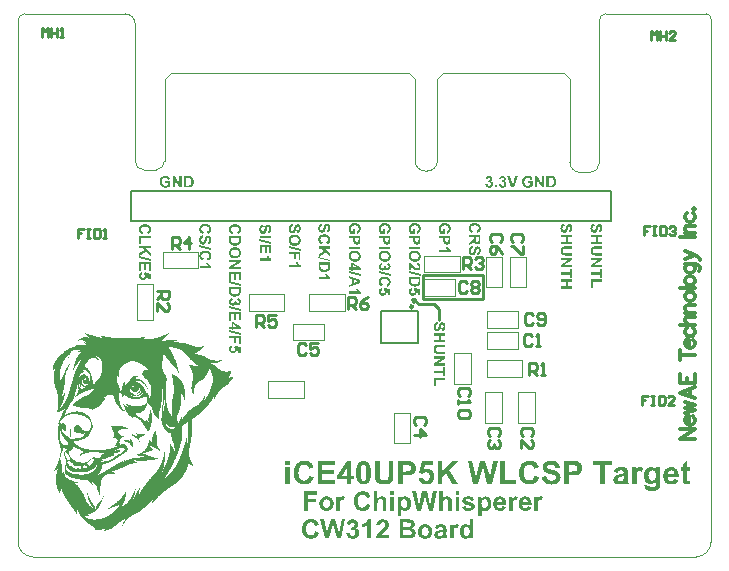
<source format=gto>
G04*
G04 #@! TF.GenerationSoftware,Altium Limited,Altium Designer,22.9.1 (49)*
G04*
G04 Layer_Color=65535*
%FSLAX25Y25*%
%MOIN*%
G70*
G04*
G04 #@! TF.SameCoordinates,75BF9A83-B890-44CC-8EB5-75566BACED9D*
G04*
G04*
G04 #@! TF.FilePolarity,Positive*
G04*
G01*
G75*
%ADD10C,0.00984*%
%ADD11C,0.01000*%
%ADD12C,0.00394*%
%ADD13C,0.00787*%
%ADD14C,0.01200*%
%ADD15C,0.00397*%
G36*
X51123Y225687D02*
X51036D01*
Y225775D01*
X51123D01*
Y225687D01*
D02*
G37*
G36*
X43682Y224636D02*
X43507D01*
Y224724D01*
X43682D01*
Y224636D01*
D02*
G37*
G36*
X23457Y225687D02*
X23808D01*
Y225600D01*
X24070D01*
Y225512D01*
X24420D01*
Y225424D01*
X24683D01*
Y225337D01*
X25033D01*
Y225249D01*
X25296D01*
Y225162D01*
X25646D01*
Y225074D01*
X25909D01*
Y224987D01*
X26259D01*
Y224899D01*
X26609D01*
Y224812D01*
X26872D01*
Y224724D01*
X27222D01*
Y224636D01*
X27485D01*
Y224549D01*
X27835D01*
Y224461D01*
X28098D01*
Y224374D01*
X28448D01*
Y224286D01*
X28710D01*
Y224199D01*
X28973D01*
Y224286D01*
X28885D01*
Y224374D01*
X28798D01*
Y224549D01*
X28710D01*
Y224636D01*
X28623D01*
Y224812D01*
X28535D01*
Y224899D01*
X28448D01*
Y225074D01*
X28360D01*
Y225162D01*
X28448D01*
Y225074D01*
X28710D01*
Y224987D01*
X28973D01*
Y224899D01*
X29323D01*
Y224812D01*
X29761D01*
Y224724D01*
X30199D01*
Y224636D01*
X30637D01*
Y224549D01*
X31162D01*
Y224461D01*
X31775D01*
Y224374D01*
X32475D01*
Y224286D01*
X33438D01*
Y224199D01*
X34839D01*
Y224111D01*
X38516D01*
Y224199D01*
X40092D01*
Y224286D01*
X41143D01*
Y224374D01*
X41931D01*
Y224461D01*
X42544D01*
Y224549D01*
X43069D01*
Y224636D01*
X43507D01*
Y224549D01*
X43419D01*
Y224461D01*
X43332D01*
Y224374D01*
X43156D01*
Y224286D01*
X43069D01*
Y224199D01*
X42894D01*
Y224111D01*
X42806D01*
Y224024D01*
X43069D01*
Y223936D01*
X45695D01*
Y224024D01*
X46308D01*
Y224111D01*
X46658D01*
Y224199D01*
X47009D01*
Y224286D01*
X47271D01*
Y224374D01*
X47534D01*
Y224461D01*
X47797D01*
Y224549D01*
X48059D01*
Y224636D01*
X48322D01*
Y224724D01*
X48584D01*
Y224812D01*
X48760D01*
Y224899D01*
X49022D01*
Y224987D01*
X49285D01*
Y225074D01*
X49460D01*
Y225162D01*
X49723D01*
Y225249D01*
X49898D01*
Y225337D01*
X50160D01*
Y225424D01*
X50336D01*
Y225512D01*
X50598D01*
Y225600D01*
X50773D01*
Y225687D01*
X51036D01*
Y225512D01*
X50948D01*
Y225424D01*
X50861D01*
Y225337D01*
X50773D01*
Y225249D01*
X50686D01*
Y225162D01*
X50598D01*
Y225074D01*
X50511D01*
Y224987D01*
X50423D01*
Y224899D01*
X50336D01*
Y224812D01*
X50248D01*
Y224724D01*
X50160D01*
Y224636D01*
X50073D01*
Y224549D01*
X49985D01*
Y224461D01*
X49898D01*
Y224374D01*
X49810D01*
Y224286D01*
X49723D01*
Y224199D01*
X49635D01*
Y224024D01*
X49548D01*
Y223936D01*
X49460D01*
Y223848D01*
X49373D01*
Y223761D01*
X49285D01*
Y223673D01*
X49197D01*
Y223586D01*
X49110D01*
Y223498D01*
X49022D01*
Y223411D01*
X48935D01*
Y223236D01*
X49110D01*
Y223148D01*
X49197D01*
Y223236D01*
X49723D01*
Y223323D01*
X50336D01*
Y223411D01*
X51123D01*
Y223498D01*
X52524D01*
Y223586D01*
X53663D01*
Y223498D01*
X54013D01*
Y223411D01*
X53750D01*
Y223323D01*
X53487D01*
Y223236D01*
X53225D01*
Y223148D01*
X53050D01*
Y223060D01*
X52787D01*
Y222973D01*
X52524D01*
Y222885D01*
X52262D01*
Y222798D01*
X54713D01*
Y222710D01*
X55501D01*
Y222623D01*
X56114D01*
Y222535D01*
X56552D01*
Y222448D01*
X56902D01*
Y222360D01*
X57252D01*
Y222272D01*
X57515D01*
Y222185D01*
X57777D01*
Y222097D01*
X58040D01*
Y222010D01*
X58215D01*
Y221922D01*
X58478D01*
Y221835D01*
X58653D01*
Y221747D01*
X58916D01*
Y221660D01*
X59178D01*
Y221572D01*
X59441D01*
Y221484D01*
X59879D01*
Y221397D01*
X60492D01*
Y221309D01*
X61455D01*
Y221397D01*
X62067D01*
Y221484D01*
X62418D01*
Y221572D01*
X62680D01*
Y221660D01*
X62855D01*
Y221484D01*
X62768D01*
Y221309D01*
X62680D01*
Y221134D01*
X62593D01*
Y221047D01*
X62505D01*
Y220959D01*
X62418D01*
Y220784D01*
X62330D01*
Y220697D01*
X62243D01*
Y220609D01*
X62155D01*
Y220521D01*
X62067D01*
Y220434D01*
X61892D01*
Y220346D01*
X61805D01*
Y220259D01*
X61717D01*
Y220171D01*
X61630D01*
Y220084D01*
X61455D01*
Y219996D01*
X61367D01*
Y219909D01*
X61192D01*
Y219821D01*
X61104D01*
Y219734D01*
X60929D01*
Y219646D01*
X60754D01*
Y219558D01*
X60667D01*
Y219471D01*
X60492D01*
Y219383D01*
X60316D01*
Y219296D01*
X60141D01*
Y219208D01*
X59966D01*
Y219121D01*
X59791D01*
Y219033D01*
X59528D01*
Y218946D01*
X59353D01*
Y218858D01*
X59178D01*
Y218770D01*
X59616D01*
Y218858D01*
X60229D01*
Y218770D01*
X61017D01*
Y218683D01*
X61455D01*
Y218595D01*
X61805D01*
Y218508D01*
X62155D01*
Y218420D01*
X62330D01*
Y218333D01*
X62593D01*
Y218245D01*
X62768D01*
Y218158D01*
X62943D01*
Y218070D01*
X63206D01*
Y217983D01*
X63293D01*
Y217895D01*
X63468D01*
Y217807D01*
X63643D01*
Y217720D01*
X63731D01*
Y217632D01*
X63906D01*
Y217545D01*
X64081D01*
Y217457D01*
X64169D01*
Y217370D01*
X64344D01*
Y217282D01*
X64519D01*
Y217195D01*
X64781D01*
Y217107D01*
X64957D01*
Y217019D01*
X65219D01*
Y216932D01*
X65482D01*
Y216844D01*
X65920D01*
Y216757D01*
X66708D01*
Y216669D01*
X68021D01*
Y216757D01*
X68721D01*
Y216844D01*
X68984D01*
Y216757D01*
X68809D01*
Y216669D01*
X68721D01*
Y216582D01*
X68634D01*
Y216494D01*
X68459D01*
Y216407D01*
X68371D01*
Y216319D01*
X68196D01*
Y216231D01*
X67933D01*
Y216144D01*
X67671D01*
Y216056D01*
X67408D01*
Y215969D01*
X66883D01*
Y215881D01*
X66007D01*
Y215794D01*
X65394D01*
Y215706D01*
X65482D01*
Y215619D01*
X65657D01*
Y215531D01*
X65832D01*
Y215443D01*
X66007D01*
Y215356D01*
X66182D01*
Y215268D01*
X66270D01*
Y215181D01*
X66445D01*
Y215093D01*
X66533D01*
Y215006D01*
X66708D01*
Y214918D01*
X66795D01*
Y214831D01*
X66883D01*
Y214743D01*
X67058D01*
Y214655D01*
X67145D01*
Y214568D01*
X67233D01*
Y214480D01*
X67321D01*
Y214393D01*
X67408D01*
Y214305D01*
X67496D01*
Y214218D01*
X67583D01*
Y214130D01*
X67671D01*
Y214043D01*
X67758D01*
Y213955D01*
X67933D01*
Y213868D01*
X68021D01*
Y213780D01*
X68108D01*
Y213692D01*
X68284D01*
Y213605D01*
X68459D01*
Y213517D01*
X68546D01*
Y213430D01*
X68721D01*
Y213342D01*
X68984D01*
Y213255D01*
X69159D01*
Y213167D01*
X69509D01*
Y213080D01*
X69947D01*
Y212992D01*
X70998D01*
Y213080D01*
X71435D01*
Y213167D01*
X71698D01*
Y213255D01*
X71873D01*
Y212729D01*
X71786D01*
Y212379D01*
X71698D01*
Y212117D01*
X71610D01*
Y211941D01*
X71523D01*
Y211766D01*
X71435D01*
Y211591D01*
X71348D01*
Y211416D01*
X71260D01*
Y211241D01*
X71173D01*
Y211154D01*
X71085D01*
Y210978D01*
X70998D01*
Y210891D01*
X71260D01*
Y210978D01*
X71610D01*
Y211066D01*
X71873D01*
Y211154D01*
X72136D01*
Y211241D01*
X72486D01*
Y211329D01*
X72749D01*
Y211416D01*
X72836D01*
Y211241D01*
X72749D01*
Y211066D01*
X72661D01*
Y210978D01*
X72574D01*
Y210803D01*
X72486D01*
Y210716D01*
X72399D01*
Y210541D01*
X72311D01*
Y210453D01*
X72223D01*
Y210366D01*
X72136D01*
Y210190D01*
X72048D01*
Y210103D01*
X71961D01*
Y210015D01*
X71873D01*
Y209840D01*
X71786D01*
Y209753D01*
X71698D01*
Y209665D01*
X71610D01*
Y209578D01*
X71523D01*
Y209490D01*
X71435D01*
Y209402D01*
X71348D01*
Y209227D01*
X71260D01*
Y209140D01*
X71173D01*
Y209052D01*
X71085D01*
Y208965D01*
X70910D01*
Y208877D01*
X70823D01*
Y208790D01*
X70735D01*
Y208702D01*
X70648D01*
Y208614D01*
X70560D01*
Y208527D01*
X70472D01*
Y208439D01*
X70297D01*
Y208352D01*
X70210D01*
Y208264D01*
X70035D01*
Y208177D01*
X69947D01*
Y208089D01*
X69772D01*
Y208002D01*
X69597D01*
Y207914D01*
X69422D01*
Y207826D01*
X69247D01*
Y207739D01*
X69159D01*
Y207651D01*
X69072D01*
Y207564D01*
X68896D01*
Y207476D01*
X68809D01*
Y207389D01*
X68721D01*
Y207301D01*
X68634D01*
Y207214D01*
X68546D01*
Y207126D01*
X68459D01*
Y207039D01*
X68371D01*
Y206951D01*
X68284D01*
Y206776D01*
X68196D01*
Y206688D01*
X68108D01*
Y206601D01*
X68021D01*
Y206513D01*
X67933D01*
Y206338D01*
X67846D01*
Y206251D01*
X67758D01*
Y206163D01*
X67671D01*
Y205988D01*
X67583D01*
Y205900D01*
X67496D01*
Y205725D01*
X67408D01*
Y205638D01*
X67321D01*
Y205463D01*
X67233D01*
Y205288D01*
X67145D01*
Y205200D01*
X67058D01*
Y205025D01*
X66970D01*
Y204850D01*
X66883D01*
Y204675D01*
X66795D01*
Y204500D01*
X66708D01*
Y204412D01*
X66620D01*
Y204237D01*
X66533D01*
Y204062D01*
X66445D01*
Y203887D01*
X66357D01*
Y203624D01*
X66270D01*
Y203449D01*
X66182D01*
Y203274D01*
X66095D01*
Y204412D01*
X66007D01*
Y204237D01*
X65920D01*
Y204062D01*
X65832D01*
Y203887D01*
X65745D01*
Y203799D01*
X65657D01*
Y203624D01*
X65570D01*
Y203537D01*
X65482D01*
Y203361D01*
X65394D01*
Y203274D01*
X65307D01*
Y203099D01*
X65219D01*
Y203011D01*
X65132D01*
Y202836D01*
X65044D01*
Y202749D01*
X64957D01*
Y202661D01*
X64869D01*
Y202486D01*
X64781D01*
Y202398D01*
X64694D01*
Y202311D01*
X64606D01*
Y202136D01*
X64519D01*
Y202048D01*
X64431D01*
Y201961D01*
X64344D01*
Y201873D01*
X64256D01*
Y201698D01*
X64169D01*
Y201610D01*
X64081D01*
Y201523D01*
X63994D01*
Y201435D01*
X63906D01*
Y201348D01*
X63819D01*
Y201260D01*
X63731D01*
Y201173D01*
X63643D01*
Y200997D01*
X63556D01*
Y200910D01*
X63468D01*
Y200822D01*
X63381D01*
Y200735D01*
X63293D01*
Y200647D01*
X63206D01*
Y200560D01*
X63118D01*
Y200472D01*
X63030D01*
Y200385D01*
X62943D01*
Y200297D01*
X62855D01*
Y200210D01*
X62768D01*
Y200122D01*
X62680D01*
Y200034D01*
X62593D01*
Y199947D01*
X62505D01*
Y199859D01*
X62418D01*
Y199772D01*
X62330D01*
Y199684D01*
X62243D01*
Y199597D01*
X62067D01*
Y199509D01*
X61980D01*
Y199422D01*
X61892D01*
Y199334D01*
X61805D01*
Y199247D01*
X61717D01*
Y199159D01*
X61630D01*
Y199071D01*
X61455D01*
Y198984D01*
X61367D01*
Y198896D01*
X61279D01*
Y198809D01*
X61192D01*
Y198721D01*
X61017D01*
Y198634D01*
X60929D01*
Y198546D01*
X60842D01*
Y198459D01*
X60667D01*
Y198371D01*
X60579D01*
Y198283D01*
X60492D01*
Y198196D01*
X60404D01*
Y198108D01*
X60229D01*
Y198021D01*
X60141D01*
Y197933D01*
X59966D01*
Y197846D01*
X59879D01*
Y197758D01*
X59791D01*
Y197671D01*
X59616D01*
Y197583D01*
X59528D01*
Y197495D01*
X59441D01*
Y197408D01*
X59266D01*
Y197320D01*
X59178D01*
Y197233D01*
X59003D01*
Y197145D01*
X58916D01*
Y197058D01*
X58741D01*
Y196970D01*
X58653D01*
Y196795D01*
X58741D01*
Y195745D01*
X58828D01*
Y192067D01*
X58741D01*
Y191104D01*
X58653D01*
Y190404D01*
X58565D01*
Y189791D01*
X58478D01*
Y189353D01*
X58390D01*
Y188916D01*
X58303D01*
Y188478D01*
X58215D01*
Y188128D01*
X58128D01*
Y187602D01*
X58040D01*
Y186902D01*
X57952D01*
Y185501D01*
X58040D01*
Y184713D01*
X58128D01*
Y184363D01*
X58215D01*
Y184013D01*
X58303D01*
Y183662D01*
X58390D01*
Y183400D01*
X58478D01*
Y183225D01*
X58565D01*
Y182962D01*
X58653D01*
Y182787D01*
X58741D01*
Y182612D01*
X58828D01*
Y182437D01*
X58916D01*
Y182349D01*
X59003D01*
Y182174D01*
X59091D01*
Y181999D01*
X59178D01*
Y181911D01*
X59266D01*
Y181824D01*
X59353D01*
Y181649D01*
X59441D01*
Y181561D01*
X59528D01*
Y181474D01*
X59616D01*
Y181386D01*
X59704D01*
Y181298D01*
X59616D01*
Y181386D01*
X59441D01*
Y181474D01*
X59266D01*
Y181561D01*
X59091D01*
Y181649D01*
X58916D01*
Y181736D01*
X58741D01*
Y181824D01*
X58478D01*
Y181911D01*
X58303D01*
Y181999D01*
X58128D01*
Y182087D01*
X57952D01*
Y182174D01*
X57777D01*
Y182262D01*
X57602D01*
Y181824D01*
X57515D01*
Y181474D01*
X57427D01*
Y181211D01*
X57340D01*
Y180948D01*
X57252D01*
Y180686D01*
X57165D01*
Y180510D01*
X57077D01*
Y180248D01*
X56990D01*
Y180073D01*
X56902D01*
Y179898D01*
X56814D01*
Y179723D01*
X56727D01*
Y179548D01*
X56639D01*
Y179372D01*
X56552D01*
Y179197D01*
X56464D01*
Y179110D01*
X56377D01*
Y178935D01*
X56289D01*
Y178760D01*
X56201D01*
Y178672D01*
X56114D01*
Y178497D01*
X56026D01*
Y178409D01*
X55939D01*
Y178234D01*
X55851D01*
Y178147D01*
X55764D01*
Y178059D01*
X55676D01*
Y177884D01*
X55589D01*
Y177796D01*
X55501D01*
Y177709D01*
X55414D01*
Y177534D01*
X55326D01*
Y177446D01*
X55238D01*
Y177359D01*
X55151D01*
Y177271D01*
X55063D01*
Y177184D01*
X54976D01*
Y177096D01*
X54888D01*
Y177008D01*
X54801D01*
Y176921D01*
X54713D01*
Y176833D01*
X54626D01*
Y176746D01*
X54538D01*
Y176658D01*
X54451D01*
Y176571D01*
X54363D01*
Y176483D01*
X54275D01*
Y176396D01*
X54188D01*
Y176308D01*
X54100D01*
Y176221D01*
X54013D01*
Y176133D01*
X53925D01*
Y176045D01*
X53838D01*
Y175958D01*
X53663D01*
Y175870D01*
X53575D01*
Y175783D01*
X53487D01*
Y175695D01*
X53400D01*
Y175608D01*
X53225D01*
Y175520D01*
X53137D01*
Y175433D01*
X52962D01*
Y175345D01*
X52875D01*
Y175258D01*
X52787D01*
Y175170D01*
X52612D01*
Y175082D01*
X52524D01*
Y174995D01*
X52349D01*
Y174907D01*
X52174D01*
Y174820D01*
X52087D01*
Y174732D01*
X51911D01*
Y174645D01*
X51824D01*
Y174557D01*
X51649D01*
Y174469D01*
X51561D01*
Y174382D01*
X51386D01*
Y174294D01*
X51299D01*
Y174207D01*
X51123D01*
Y174119D01*
X51036D01*
Y174032D01*
X50948D01*
Y173944D01*
X50773D01*
Y173857D01*
X50686D01*
Y173769D01*
X50511D01*
Y173681D01*
X50423D01*
Y173594D01*
X50336D01*
Y173506D01*
X50160D01*
Y173419D01*
X50073D01*
Y173331D01*
X49985D01*
Y173244D01*
X49898D01*
Y173156D01*
X49723D01*
Y173069D01*
X49635D01*
Y172981D01*
X49548D01*
Y172894D01*
X49460D01*
Y172806D01*
X49285D01*
Y172719D01*
X49197D01*
Y172631D01*
X49110D01*
Y172543D01*
X49022D01*
Y172456D01*
X48935D01*
Y172368D01*
X48760D01*
Y172281D01*
X48672D01*
Y172193D01*
X48584D01*
Y172106D01*
X48497D01*
Y172018D01*
X48409D01*
Y171931D01*
X48322D01*
Y171843D01*
X48234D01*
Y171755D01*
X48147D01*
Y171668D01*
X47972D01*
Y171580D01*
X47884D01*
Y171493D01*
X47797D01*
Y171405D01*
X47709D01*
Y171318D01*
X47622D01*
Y171230D01*
X47534D01*
Y171143D01*
X47446D01*
Y171055D01*
X47359D01*
Y170967D01*
X47271D01*
Y170880D01*
X47184D01*
Y170792D01*
X47096D01*
Y170705D01*
X47009D01*
Y170617D01*
X46921D01*
Y170530D01*
X46834D01*
Y170442D01*
X46746D01*
Y170267D01*
X46658D01*
Y170179D01*
X46571D01*
Y170092D01*
X46483D01*
Y170004D01*
X46396D01*
Y169917D01*
X46308D01*
Y169829D01*
X46221D01*
Y169742D01*
X46133D01*
Y169654D01*
X46046D01*
Y169479D01*
X45958D01*
Y169392D01*
X45870D01*
Y169304D01*
X45783D01*
Y169216D01*
X45695D01*
Y169041D01*
X45608D01*
Y168954D01*
X45520D01*
Y169129D01*
X45608D01*
Y169479D01*
X45695D01*
Y169742D01*
X45783D01*
Y170004D01*
X45870D01*
Y170267D01*
X45958D01*
Y170530D01*
X45870D01*
Y170442D01*
X45783D01*
Y170355D01*
X45695D01*
Y170267D01*
X45608D01*
Y170179D01*
X45520D01*
Y170092D01*
X45433D01*
Y170004D01*
X45345D01*
Y169917D01*
X45258D01*
Y169742D01*
X45170D01*
Y169654D01*
X45083D01*
Y169567D01*
X44995D01*
Y169479D01*
X44907D01*
Y169392D01*
X44820D01*
Y169304D01*
X44732D01*
Y169216D01*
X44645D01*
Y169129D01*
X44557D01*
Y169041D01*
X44470D01*
Y168954D01*
X44382D01*
Y168866D01*
X44295D01*
Y168779D01*
X44207D01*
Y168691D01*
X44119D01*
Y168604D01*
X44032D01*
Y168516D01*
X43944D01*
Y168429D01*
X43857D01*
Y168341D01*
X43769D01*
Y168253D01*
X43594D01*
Y168166D01*
X43507D01*
Y168078D01*
X43419D01*
Y167991D01*
X43332D01*
Y167903D01*
X43244D01*
Y167816D01*
X43156D01*
Y167728D01*
X43069D01*
Y167640D01*
X42981D01*
Y167553D01*
X42894D01*
Y167465D01*
X42719D01*
Y167378D01*
X42631D01*
Y167290D01*
X42544D01*
Y167203D01*
X42456D01*
Y167115D01*
X42368D01*
Y167028D01*
X42193D01*
Y166940D01*
X42106D01*
Y166852D01*
X42018D01*
Y166765D01*
X41843D01*
Y166677D01*
X41756D01*
Y166590D01*
X41668D01*
Y166502D01*
X41493D01*
Y166415D01*
X41405D01*
Y166327D01*
X41230D01*
Y166240D01*
X41143D01*
Y166152D01*
X40968D01*
Y166065D01*
X40880D01*
Y165977D01*
X40705D01*
Y165890D01*
X40530D01*
Y165802D01*
X40355D01*
Y165714D01*
X40180D01*
Y165627D01*
X40005D01*
Y165539D01*
X39829D01*
Y165452D01*
X39654D01*
Y165364D01*
X39392D01*
Y165277D01*
X39217D01*
Y165189D01*
X39129D01*
Y165102D01*
X38954D01*
Y165014D01*
X38779D01*
Y164926D01*
X38691D01*
Y164839D01*
X38516D01*
Y164751D01*
X38429D01*
Y164664D01*
X38254D01*
Y164576D01*
X38166D01*
Y164489D01*
X38078D01*
Y164401D01*
X37991D01*
Y164314D01*
X37903D01*
Y164226D01*
X37728D01*
Y164138D01*
X37641D01*
Y164051D01*
X37553D01*
Y163963D01*
X37466D01*
Y163876D01*
X37378D01*
Y163788D01*
X37290D01*
Y163701D01*
X37203D01*
Y163613D01*
X37115D01*
Y163526D01*
X37028D01*
Y163438D01*
X36940D01*
Y163263D01*
X36853D01*
Y163175D01*
X36765D01*
Y163088D01*
X36678D01*
Y163000D01*
X36590D01*
Y162913D01*
X36503D01*
Y162738D01*
X36415D01*
Y162650D01*
X36327D01*
Y162475D01*
X36240D01*
Y162387D01*
X36152D01*
Y162300D01*
X36065D01*
Y162125D01*
X35977D01*
Y162037D01*
X35890D01*
Y161862D01*
X35802D01*
Y162125D01*
X35890D01*
Y162387D01*
X35977D01*
Y162650D01*
X36065D01*
Y162825D01*
X36152D01*
Y163088D01*
X36240D01*
Y163175D01*
X36327D01*
Y163350D01*
X36415D01*
Y163526D01*
X36503D01*
Y163613D01*
X36590D01*
Y163701D01*
X36678D01*
Y163876D01*
X36765D01*
Y163963D01*
X36590D01*
Y163876D01*
X36415D01*
Y163788D01*
X36240D01*
Y163701D01*
X36065D01*
Y163613D01*
X35977D01*
Y163526D01*
X35802D01*
Y163438D01*
X35627D01*
Y163350D01*
X35539D01*
Y163263D01*
X35364D01*
Y163175D01*
X35277D01*
Y163088D01*
X35102D01*
Y163000D01*
X35014D01*
Y162913D01*
X34839D01*
Y162825D01*
X34751D01*
Y162738D01*
X34576D01*
Y162650D01*
X34489D01*
Y162563D01*
X34401D01*
Y162475D01*
X34226D01*
Y162387D01*
X34139D01*
Y162300D01*
X34051D01*
Y162212D01*
X33964D01*
Y162125D01*
X33876D01*
Y162037D01*
X33701D01*
Y161950D01*
X33613D01*
Y161862D01*
X33526D01*
Y161775D01*
X33438D01*
Y161687D01*
X33351D01*
Y161600D01*
X33263D01*
Y161512D01*
X33176D01*
Y161424D01*
X33000D01*
Y161337D01*
X32913D01*
Y161249D01*
X32825D01*
Y161162D01*
X32650D01*
Y161074D01*
X32563D01*
Y160987D01*
X32388D01*
Y160899D01*
X32300D01*
Y160811D01*
X32125D01*
Y160724D01*
X31950D01*
Y160636D01*
X31775D01*
Y160549D01*
X31600D01*
Y160461D01*
X31337D01*
Y160374D01*
X31074D01*
Y160286D01*
X30812D01*
Y160199D01*
X30549D01*
Y160111D01*
X30111D01*
Y160023D01*
X29586D01*
Y160111D01*
X29673D01*
Y160199D01*
X29761D01*
Y160286D01*
X29849D01*
Y160374D01*
X29936D01*
Y160461D01*
X30024D01*
Y160549D01*
X30111D01*
Y160636D01*
X30199D01*
Y160724D01*
X30024D01*
Y160636D01*
X29673D01*
Y160549D01*
X29323D01*
Y160461D01*
X28885D01*
Y160374D01*
X28098D01*
Y160286D01*
X27134D01*
Y160374D01*
X26697D01*
Y160461D01*
X26609D01*
Y160549D01*
X26522D01*
Y160724D01*
X26434D01*
Y160811D01*
X26346D01*
Y160899D01*
X26171D01*
Y160987D01*
X26084D01*
Y161074D01*
X25996D01*
Y161162D01*
X25909D01*
Y161249D01*
X25821D01*
Y161337D01*
X25734D01*
Y161424D01*
X25559D01*
Y161512D01*
X25471D01*
Y161600D01*
X25383D01*
Y161687D01*
X25296D01*
Y161775D01*
X25121D01*
Y161862D01*
X25033D01*
Y161950D01*
X24946D01*
Y162037D01*
X24771D01*
Y162125D01*
X24683D01*
Y162212D01*
X24596D01*
Y162300D01*
X24420D01*
Y162387D01*
X24333D01*
Y162475D01*
X24245D01*
Y162563D01*
X24070D01*
Y162650D01*
X23983D01*
Y162738D01*
X23895D01*
Y162825D01*
X23720D01*
Y162913D01*
X23632D01*
Y163000D01*
X23545D01*
Y163088D01*
X23457D01*
Y163175D01*
X23282D01*
Y163263D01*
X23195D01*
Y163350D01*
X23107D01*
Y163438D01*
X23020D01*
Y163526D01*
X22932D01*
Y163613D01*
X22844D01*
Y163701D01*
X22757D01*
Y163788D01*
X22669D01*
Y163876D01*
X22582D01*
Y163963D01*
X22494D01*
Y164051D01*
X22407D01*
Y164138D01*
X22319D01*
Y164226D01*
X22232D01*
Y164401D01*
X22144D01*
Y164489D01*
X22057D01*
Y164576D01*
X21969D01*
Y164664D01*
X21881D01*
Y164839D01*
X21794D01*
Y164926D01*
X21706D01*
Y165014D01*
X21619D01*
Y165189D01*
X21531D01*
Y165277D01*
X21444D01*
Y165452D01*
X21356D01*
Y165539D01*
X21269D01*
Y165714D01*
X21181D01*
Y165890D01*
X21093D01*
Y166065D01*
X21006D01*
Y166240D01*
X20918D01*
Y166415D01*
X20831D01*
Y166590D01*
X20743D01*
Y166852D01*
X20656D01*
Y165364D01*
X20568D01*
Y165539D01*
X20481D01*
Y165627D01*
X20393D01*
Y165714D01*
X20305D01*
Y165890D01*
X20218D01*
Y165977D01*
X20130D01*
Y166152D01*
X20043D01*
Y166240D01*
X19955D01*
Y166327D01*
X19868D01*
Y166502D01*
X19780D01*
Y166590D01*
X19693D01*
Y166677D01*
X19605D01*
Y166852D01*
X19518D01*
Y166940D01*
X19430D01*
Y167115D01*
X19342D01*
Y167203D01*
X19255D01*
Y167378D01*
X19167D01*
Y167465D01*
X19080D01*
Y167553D01*
X18992D01*
Y167728D01*
X18905D01*
Y167816D01*
X18817D01*
Y167991D01*
X18730D01*
Y168078D01*
X18642D01*
Y168253D01*
X18554D01*
Y168341D01*
X18467D01*
Y168429D01*
X18379D01*
Y168604D01*
X18292D01*
Y168691D01*
X18204D01*
Y168866D01*
X18117D01*
Y168954D01*
X18029D01*
Y169129D01*
X17942D01*
Y169216D01*
X17854D01*
Y169392D01*
X17766D01*
Y169479D01*
X17679D01*
Y169654D01*
X17591D01*
Y169742D01*
X17504D01*
Y169917D01*
X17416D01*
Y170004D01*
X17329D01*
Y170179D01*
X17241D01*
Y170355D01*
X17154D01*
Y170442D01*
X17066D01*
Y170617D01*
X16978D01*
Y170705D01*
X16891D01*
Y170880D01*
X16803D01*
Y171055D01*
X16716D01*
Y171143D01*
X16628D01*
Y171318D01*
X16541D01*
Y171493D01*
X16453D01*
Y171580D01*
X16366D01*
Y171755D01*
X16278D01*
Y171931D01*
X16191D01*
Y172106D01*
X16103D01*
Y172193D01*
X16015D01*
Y172368D01*
X15928D01*
Y172543D01*
X15840D01*
Y172719D01*
X15753D01*
Y172894D01*
X15665D01*
Y173069D01*
X15578D01*
Y173331D01*
X15490D01*
Y173506D01*
X15403D01*
Y173769D01*
X15227D01*
Y173506D01*
X15140D01*
Y173244D01*
X15052D01*
Y172981D01*
X14965D01*
Y172719D01*
X14877D01*
Y172631D01*
X14790D01*
Y172719D01*
X14702D01*
Y172894D01*
X14615D01*
Y172981D01*
X14527D01*
Y173156D01*
X14439D01*
Y173244D01*
X14352D01*
Y173419D01*
X14264D01*
Y173594D01*
X14177D01*
Y173769D01*
X14089D01*
Y174032D01*
X14002D01*
Y174294D01*
X13914D01*
Y174557D01*
X13827D01*
Y174820D01*
X13739D01*
Y175170D01*
X13652D01*
Y175608D01*
X13564D01*
Y176221D01*
X13476D01*
Y177884D01*
X13564D01*
Y178497D01*
X13652D01*
Y178935D01*
X13739D01*
Y179285D01*
X13827D01*
Y179548D01*
X13914D01*
Y179810D01*
X14002D01*
Y180073D01*
X14089D01*
Y180248D01*
X14177D01*
Y180423D01*
X14264D01*
Y180510D01*
X14089D01*
Y180423D01*
X13914D01*
Y180335D01*
X13827D01*
Y180248D01*
X13652D01*
Y180160D01*
X13476D01*
Y180073D01*
X13389D01*
Y179985D01*
X13214D01*
Y179898D01*
X13039D01*
Y179810D01*
X12951D01*
Y179723D01*
X12864D01*
Y179898D01*
X12951D01*
Y180073D01*
X13039D01*
Y180248D01*
X13126D01*
Y180423D01*
X13214D01*
Y180598D01*
X13301D01*
Y180773D01*
X13389D01*
Y180948D01*
X13476D01*
Y181123D01*
X13564D01*
Y181298D01*
X13652D01*
Y181474D01*
X13739D01*
Y181649D01*
X13827D01*
Y181911D01*
X13914D01*
Y182087D01*
X14002D01*
Y182262D01*
X14089D01*
Y182524D01*
X14177D01*
Y182699D01*
X14264D01*
Y182962D01*
X14352D01*
Y183225D01*
X14439D01*
Y183487D01*
X14527D01*
Y183750D01*
X14615D01*
Y184013D01*
X14702D01*
Y184363D01*
X14790D01*
Y184713D01*
X14877D01*
Y185151D01*
X14965D01*
Y185501D01*
X15052D01*
Y185851D01*
X15140D01*
Y186201D01*
X15227D01*
Y186902D01*
X15140D01*
Y187427D01*
X15052D01*
Y187777D01*
X14965D01*
Y188040D01*
X14877D01*
Y188390D01*
X14790D01*
Y188916D01*
X14702D01*
Y190404D01*
X14615D01*
Y190316D01*
X14527D01*
Y190229D01*
X14439D01*
Y190141D01*
X14264D01*
Y190491D01*
X14177D01*
Y191104D01*
X14089D01*
Y193643D01*
X14177D01*
Y194256D01*
X14264D01*
Y194694D01*
X14352D01*
Y195044D01*
X14439D01*
Y195657D01*
X14352D01*
Y195920D01*
X14439D01*
Y196270D01*
X14527D01*
Y196532D01*
X14615D01*
Y196707D01*
X14702D01*
Y196795D01*
X14790D01*
Y196883D01*
X14877D01*
Y197058D01*
X14965D01*
Y197145D01*
X15052D01*
Y197408D01*
X15140D01*
Y197758D01*
X15227D01*
Y198021D01*
X15315D01*
Y198283D01*
X15403D01*
Y198546D01*
X15490D01*
Y198721D01*
X15578D01*
Y198984D01*
X15665D01*
Y199159D01*
X15753D01*
Y199334D01*
X15840D01*
Y199509D01*
X15928D01*
Y199597D01*
X16015D01*
Y199772D01*
X16103D01*
Y199859D01*
X16191D01*
Y200034D01*
X16278D01*
Y200122D01*
X16366D01*
Y200297D01*
X16453D01*
Y200385D01*
X16541D01*
Y200560D01*
X16628D01*
Y200647D01*
X16716D01*
Y200735D01*
D01*
D01*
X16541D01*
Y200647D01*
X16453D01*
Y200560D01*
X16366D01*
Y200472D01*
X16191D01*
Y200385D01*
X16103D01*
Y200297D01*
X15928D01*
Y200210D01*
X15840D01*
Y200122D01*
X15665D01*
Y200034D01*
X15490D01*
Y199947D01*
X15315D01*
Y199859D01*
X15140D01*
Y199772D01*
X14965D01*
Y199684D01*
X14702D01*
Y199597D01*
X14439D01*
Y199509D01*
X13827D01*
Y199772D01*
X13914D01*
Y200034D01*
X14002D01*
Y200385D01*
X14089D01*
Y200822D01*
X14177D01*
Y201348D01*
X14264D01*
Y202136D01*
X14352D01*
Y203712D01*
X14264D01*
Y204587D01*
X14177D01*
Y205112D01*
X14089D01*
Y205550D01*
X14002D01*
Y205900D01*
X13914D01*
Y206251D01*
X13827D01*
Y206513D01*
X13739D01*
Y206863D01*
X13652D01*
Y207126D01*
X13564D01*
Y207301D01*
X13476D01*
Y207564D01*
X13389D01*
Y207826D01*
X13301D01*
Y208089D01*
X13214D01*
Y208439D01*
X13126D01*
Y208790D01*
X13039D01*
Y209140D01*
X12951D01*
Y209665D01*
X12864D01*
Y210366D01*
X12776D01*
Y212029D01*
X12864D01*
Y212642D01*
X12951D01*
Y213080D01*
X13039D01*
Y213342D01*
X13126D01*
Y213605D01*
X13214D01*
Y213868D01*
X13301D01*
Y214043D01*
X13214D01*
Y213955D01*
X13126D01*
Y213868D01*
X13039D01*
Y213780D01*
X12864D01*
Y213692D01*
X12776D01*
Y213605D01*
X12688D01*
Y213517D01*
X12513D01*
Y213430D01*
X12426D01*
Y214393D01*
X12513D01*
Y214831D01*
X12601D01*
Y215093D01*
X12688D01*
Y215356D01*
X12776D01*
Y215531D01*
X12864D01*
Y215706D01*
X12951D01*
Y215881D01*
X13039D01*
Y216056D01*
X13126D01*
Y216231D01*
X13214D01*
Y216407D01*
X13301D01*
Y216494D01*
X13389D01*
Y216669D01*
X13476D01*
Y216757D01*
X13564D01*
Y216932D01*
X13652D01*
Y217019D01*
X13739D01*
Y217107D01*
X13827D01*
Y217282D01*
X13914D01*
Y217370D01*
X14002D01*
Y217457D01*
X14089D01*
Y217545D01*
X14177D01*
Y217720D01*
X14264D01*
Y217807D01*
X14352D01*
Y217895D01*
X14439D01*
Y217983D01*
X14527D01*
Y218070D01*
X14615D01*
Y218158D01*
X14702D01*
Y218245D01*
X14790D01*
Y218333D01*
X14877D01*
Y218420D01*
X14965D01*
Y218508D01*
X15140D01*
Y218595D01*
X15227D01*
Y218683D01*
X15315D01*
Y218770D01*
X15490D01*
Y218858D01*
X15578D01*
Y218946D01*
X15665D01*
Y219033D01*
X15753D01*
Y219121D01*
X15840D01*
Y219208D01*
X15928D01*
Y219296D01*
X16015D01*
Y219383D01*
X16103D01*
Y219471D01*
X16191D01*
Y219558D01*
X16278D01*
Y219646D01*
X16366D01*
Y219734D01*
X16541D01*
Y219821D01*
X16628D01*
Y219909D01*
X16716D01*
Y219996D01*
X16891D01*
Y220084D01*
X16978D01*
Y220171D01*
X17066D01*
Y220259D01*
X17241D01*
Y220346D01*
X17416D01*
Y220434D01*
X17504D01*
Y220521D01*
X17679D01*
Y220609D01*
X17854D01*
Y220697D01*
X18029D01*
Y220784D01*
X18204D01*
Y220872D01*
X18379D01*
Y220959D01*
X18554D01*
Y221047D01*
X18817D01*
Y221134D01*
X19080D01*
Y221222D01*
X19342D01*
Y221309D01*
X19605D01*
Y221397D01*
X19780D01*
Y221484D01*
X19955D01*
Y221572D01*
X20130D01*
Y221660D01*
X20393D01*
Y221747D01*
X20656D01*
Y221835D01*
X21093D01*
Y221922D01*
X21706D01*
Y222010D01*
X23020D01*
Y221922D01*
X23808D01*
Y221835D01*
X23983D01*
Y221922D01*
X23895D01*
Y222010D01*
X23720D01*
Y222097D01*
X23632D01*
Y222185D01*
X23545D01*
Y222272D01*
X23457D01*
Y222360D01*
X23282D01*
Y222448D01*
X23195D01*
Y222535D01*
X23107D01*
Y222623D01*
X23020D01*
Y222710D01*
X22844D01*
Y222798D01*
X23282D01*
Y222710D01*
X23545D01*
Y222885D01*
X23370D01*
Y222973D01*
X23282D01*
Y223060D01*
X23195D01*
Y223148D01*
X23020D01*
Y223236D01*
X22757D01*
Y223323D01*
X22494D01*
Y223411D01*
X21269D01*
Y223323D01*
X21006D01*
Y223411D01*
X21093D01*
Y223498D01*
X21181D01*
Y223586D01*
X21269D01*
Y223673D01*
X21356D01*
Y223761D01*
X21444D01*
Y223848D01*
X21531D01*
Y223936D01*
X21706D01*
Y224024D01*
X21794D01*
Y224111D01*
X21969D01*
Y224199D01*
X22144D01*
Y224286D01*
X22407D01*
Y224374D01*
X22669D01*
Y224461D01*
X24070D01*
Y224374D01*
X24508D01*
Y224286D01*
X24683D01*
Y224199D01*
X24771D01*
Y224374D01*
X24683D01*
Y224461D01*
X24508D01*
Y224549D01*
X24420D01*
Y224636D01*
X24333D01*
Y224724D01*
X24245D01*
Y224812D01*
X24158D01*
Y224899D01*
X24070D01*
Y224987D01*
X23983D01*
Y225074D01*
X23895D01*
Y225162D01*
X23808D01*
Y225249D01*
X23720D01*
Y225337D01*
X23632D01*
Y225424D01*
X23545D01*
Y225512D01*
X23457D01*
Y225600D01*
X23370D01*
Y225687D01*
X23195D01*
Y225775D01*
X23457D01*
Y225687D01*
D02*
G37*
G36*
X45520Y168866D02*
X45433D01*
Y168954D01*
X45520D01*
Y168866D01*
D02*
G37*
G36*
X35802Y161687D02*
X35715D01*
Y161775D01*
X35802D01*
Y161687D01*
D02*
G37*
G36*
X91531Y181853D02*
X90060D01*
Y183213D01*
X91531D01*
Y181853D01*
D02*
G37*
G36*
X178727Y183335D02*
X178771D01*
X178827Y183329D01*
X178949Y183324D01*
X179088Y183307D01*
X179237Y183285D01*
X179404Y183263D01*
X179576Y183229D01*
X179754Y183185D01*
X179937Y183135D01*
X180120Y183074D01*
X180292Y182996D01*
X180464Y182913D01*
X180620Y182813D01*
X180764Y182702D01*
X180775Y182697D01*
X180797Y182675D01*
X180830Y182636D01*
X180880Y182586D01*
X180936Y182525D01*
X180997Y182447D01*
X181063Y182358D01*
X181136Y182253D01*
X181208Y182142D01*
X181274Y182014D01*
X181341Y181875D01*
X181396Y181726D01*
X181452Y181564D01*
X181491Y181393D01*
X181519Y181209D01*
X181535Y181015D01*
X179987Y180948D01*
Y180954D01*
X179981Y180976D01*
X179976Y181004D01*
X179965Y181043D01*
X179954Y181093D01*
X179937Y181148D01*
X179920Y181209D01*
X179898Y181276D01*
X179837Y181415D01*
X179765Y181553D01*
X179670Y181687D01*
X179621Y181748D01*
X179559Y181798D01*
X179554Y181803D01*
X179543Y181809D01*
X179526Y181820D01*
X179498Y181836D01*
X179465Y181859D01*
X179421Y181881D01*
X179371Y181903D01*
X179315Y181931D01*
X179249Y181953D01*
X179176Y181975D01*
X179093Y181997D01*
X179004Y182020D01*
X178910Y182036D01*
X178810Y182047D01*
X178694Y182059D01*
X178510D01*
X178466Y182053D01*
X178411Y182047D01*
X178344Y182042D01*
X178272Y182036D01*
X178189Y182025D01*
X178022Y181992D01*
X177845Y181942D01*
X177756Y181909D01*
X177672Y181870D01*
X177595Y181825D01*
X177517Y181775D01*
X177506Y181770D01*
X177478Y181742D01*
X177439Y181703D01*
X177395Y181648D01*
X177350Y181581D01*
X177312Y181503D01*
X177284Y181409D01*
X177278Y181359D01*
X177273Y181304D01*
Y181298D01*
Y181293D01*
X177278Y181259D01*
X177284Y181209D01*
X177301Y181143D01*
X177328Y181071D01*
X177367Y180993D01*
X177423Y180915D01*
X177500Y180838D01*
X177506D01*
X177517Y180826D01*
X177534Y180815D01*
X177567Y180793D01*
X177606Y180771D01*
X177656Y180743D01*
X177717Y180715D01*
X177789Y180682D01*
X177878Y180643D01*
X177978Y180604D01*
X178094Y180560D01*
X178227Y180516D01*
X178377Y180466D01*
X178538Y180421D01*
X178727Y180371D01*
X178927Y180321D01*
X178932D01*
X178938Y180316D01*
X178955D01*
X178977Y180310D01*
X179032Y180294D01*
X179110Y180277D01*
X179204Y180249D01*
X179315Y180221D01*
X179432Y180188D01*
X179559Y180155D01*
X179693Y180110D01*
X179831Y180072D01*
X180109Y179977D01*
X180242Y179927D01*
X180370Y179872D01*
X180492Y179822D01*
X180597Y179766D01*
X180603Y179761D01*
X180620Y179755D01*
X180647Y179739D01*
X180686Y179716D01*
X180730Y179683D01*
X180786Y179650D01*
X180842Y179611D01*
X180908Y179561D01*
X180975Y179511D01*
X181041Y179450D01*
X181113Y179389D01*
X181186Y179317D01*
X181324Y179161D01*
X181385Y179073D01*
X181446Y178984D01*
X181452Y178978D01*
X181457Y178962D01*
X181474Y178934D01*
X181496Y178895D01*
X181519Y178845D01*
X181546Y178789D01*
X181574Y178723D01*
X181602Y178645D01*
X181630Y178562D01*
X181657Y178468D01*
X181685Y178368D01*
X181707Y178262D01*
X181729Y178146D01*
X181746Y178024D01*
X181752Y177896D01*
X181757Y177763D01*
Y177757D01*
Y177735D01*
Y177696D01*
X181752Y177652D01*
X181746Y177591D01*
X181735Y177524D01*
X181724Y177446D01*
X181713Y177363D01*
X181691Y177269D01*
X181668Y177169D01*
X181635Y177069D01*
X181602Y176964D01*
X181557Y176853D01*
X181508Y176742D01*
X181452Y176636D01*
X181385Y176525D01*
X181380Y176520D01*
X181369Y176503D01*
X181346Y176470D01*
X181319Y176431D01*
X181280Y176386D01*
X181236Y176331D01*
X181180Y176270D01*
X181119Y176203D01*
X181047Y176137D01*
X180969Y176065D01*
X180886Y175992D01*
X180791Y175926D01*
X180692Y175854D01*
X180586Y175787D01*
X180470Y175726D01*
X180348Y175670D01*
X180342Y175665D01*
X180320Y175659D01*
X180281Y175643D01*
X180225Y175626D01*
X180164Y175604D01*
X180087Y175582D01*
X179992Y175559D01*
X179892Y175532D01*
X179776Y175504D01*
X179648Y175482D01*
X179509Y175460D01*
X179365Y175437D01*
X179210Y175421D01*
X179043Y175404D01*
X178866Y175399D01*
X178682Y175393D01*
X178583D01*
X178544Y175399D01*
X178494D01*
X178444Y175404D01*
X178322Y175415D01*
X178177Y175426D01*
X178022Y175448D01*
X177856Y175476D01*
X177678Y175515D01*
X177495Y175559D01*
X177306Y175609D01*
X177123Y175676D01*
X176940Y175754D01*
X176762Y175842D01*
X176596Y175948D01*
X176440Y176065D01*
X176429Y176070D01*
X176407Y176098D01*
X176368Y176137D01*
X176318Y176192D01*
X176257Y176259D01*
X176185Y176347D01*
X176113Y176447D01*
X176035Y176564D01*
X175952Y176692D01*
X175874Y176841D01*
X175796Y177002D01*
X175724Y177174D01*
X175652Y177369D01*
X175597Y177574D01*
X175547Y177796D01*
X175514Y178029D01*
X177023Y178173D01*
Y178162D01*
X177029Y178140D01*
X177040Y178101D01*
X177051Y178051D01*
X177067Y177985D01*
X177090Y177913D01*
X177112Y177835D01*
X177140Y177752D01*
X177217Y177568D01*
X177262Y177474D01*
X177312Y177380D01*
X177367Y177291D01*
X177428Y177208D01*
X177500Y177130D01*
X177573Y177058D01*
X177578Y177052D01*
X177595Y177041D01*
X177617Y177025D01*
X177650Y177002D01*
X177689Y176975D01*
X177745Y176947D01*
X177800Y176914D01*
X177872Y176880D01*
X177944Y176847D01*
X178033Y176814D01*
X178122Y176786D01*
X178222Y176758D01*
X178333Y176736D01*
X178449Y176719D01*
X178571Y176708D01*
X178699Y176703D01*
X178771D01*
X178821Y176708D01*
X178882Y176714D01*
X178955Y176719D01*
X179038Y176731D01*
X179121Y176742D01*
X179304Y176780D01*
X179399Y176808D01*
X179493Y176836D01*
X179582Y176875D01*
X179670Y176914D01*
X179754Y176964D01*
X179826Y177019D01*
X179831Y177025D01*
X179842Y177036D01*
X179859Y177052D01*
X179887Y177075D01*
X179915Y177108D01*
X179948Y177141D01*
X179981Y177186D01*
X180020Y177230D01*
X180087Y177341D01*
X180148Y177463D01*
X180175Y177535D01*
X180192Y177602D01*
X180203Y177680D01*
X180209Y177757D01*
Y177763D01*
Y177768D01*
Y177802D01*
X180203Y177852D01*
X180187Y177918D01*
X180170Y177990D01*
X180142Y178068D01*
X180103Y178146D01*
X180048Y178218D01*
X180042Y178229D01*
X180015Y178251D01*
X179976Y178285D01*
X179920Y178334D01*
X179842Y178384D01*
X179743Y178445D01*
X179626Y178501D01*
X179559Y178529D01*
X179487Y178556D01*
X179482D01*
X179476Y178562D01*
X179454Y178568D01*
X179432Y178573D01*
X179393Y178584D01*
X179349Y178601D01*
X179293Y178618D01*
X179232Y178634D01*
X179154Y178656D01*
X179066Y178679D01*
X178966Y178706D01*
X178849Y178740D01*
X178721Y178773D01*
X178577Y178806D01*
X178416Y178845D01*
X178244Y178889D01*
X178238D01*
X178227Y178895D01*
X178211D01*
X178189Y178906D01*
X178161Y178912D01*
X178128Y178923D01*
X178044Y178945D01*
X177939Y178973D01*
X177822Y179011D01*
X177695Y179056D01*
X177561Y179100D01*
X177417Y179156D01*
X177273Y179211D01*
X177123Y179272D01*
X176984Y179339D01*
X176846Y179411D01*
X176718Y179489D01*
X176601Y179567D01*
X176496Y179650D01*
X176490Y179655D01*
X176468Y179677D01*
X176429Y179716D01*
X176385Y179761D01*
X176335Y179822D01*
X176274Y179900D01*
X176207Y179983D01*
X176146Y180083D01*
X176080Y180188D01*
X176013Y180305D01*
X175952Y180432D01*
X175902Y180566D01*
X175858Y180710D01*
X175819Y180865D01*
X175796Y181026D01*
X175791Y181193D01*
Y181198D01*
Y181220D01*
Y181248D01*
X175796Y181293D01*
X175802Y181342D01*
X175808Y181404D01*
X175819Y181476D01*
X175830Y181553D01*
X175852Y181631D01*
X175869Y181720D01*
X175896Y181809D01*
X175930Y181903D01*
X175969Y182003D01*
X176013Y182097D01*
X176063Y182197D01*
X176118Y182292D01*
X176124Y182297D01*
X176135Y182314D01*
X176152Y182342D01*
X176180Y182375D01*
X176213Y182419D01*
X176257Y182469D01*
X176307Y182519D01*
X176363Y182580D01*
X176429Y182641D01*
X176501Y182708D01*
X176579Y182769D01*
X176662Y182835D01*
X176757Y182896D01*
X176857Y182958D01*
X176962Y183019D01*
X177079Y183069D01*
X177084Y183074D01*
X177106Y183080D01*
X177145Y183096D01*
X177190Y183113D01*
X177251Y183130D01*
X177323Y183157D01*
X177406Y183180D01*
X177500Y183207D01*
X177606Y183229D01*
X177722Y183257D01*
X177845Y183280D01*
X177978Y183296D01*
X178122Y183318D01*
X178272Y183329D01*
X178427Y183335D01*
X178588Y183341D01*
X178688D01*
X178727Y183335D01*
D02*
G37*
G36*
X171573Y183335D02*
X171612D01*
X171662Y183329D01*
X171712D01*
X171834Y183313D01*
X171967Y183296D01*
X172122Y183268D01*
X172289Y183235D01*
X172467Y183191D01*
X172655Y183135D01*
X172844Y183069D01*
X173038Y182985D01*
X173227Y182891D01*
X173416Y182780D01*
X173593Y182652D01*
X173765Y182502D01*
X173771Y182497D01*
X173787Y182480D01*
X173815Y182452D01*
X173848Y182414D01*
X173893Y182364D01*
X173943Y182297D01*
X173998Y182225D01*
X174059Y182142D01*
X174120Y182047D01*
X174187Y181942D01*
X174254Y181825D01*
X174320Y181703D01*
X174381Y181564D01*
X174442Y181420D01*
X174503Y181259D01*
X174553Y181093D01*
X173016Y180727D01*
Y180732D01*
X173010Y180754D01*
X172999Y180782D01*
X172988Y180826D01*
X172972Y180876D01*
X172949Y180932D01*
X172922Y180998D01*
X172894Y181065D01*
X172816Y181215D01*
X172766Y181293D01*
X172716Y181370D01*
X172661Y181448D01*
X172594Y181526D01*
X172522Y181598D01*
X172444Y181664D01*
X172439Y181670D01*
X172428Y181681D01*
X172400Y181698D01*
X172367Y181720D01*
X172328Y181748D01*
X172278Y181775D01*
X172217Y181809D01*
X172156Y181842D01*
X172078Y181870D01*
X172000Y181903D01*
X171912Y181931D01*
X171823Y181959D01*
X171723Y181981D01*
X171617Y181997D01*
X171512Y182009D01*
X171395Y182014D01*
X171356D01*
X171312Y182009D01*
X171257Y182003D01*
X171185Y181997D01*
X171101Y181981D01*
X171007Y181964D01*
X170907Y181936D01*
X170796Y181903D01*
X170685Y181864D01*
X170568Y181814D01*
X170452Y181753D01*
X170341Y181681D01*
X170224Y181603D01*
X170119Y181509D01*
X170013Y181398D01*
X170008Y181393D01*
X169991Y181370D01*
X169964Y181331D01*
X169930Y181281D01*
X169891Y181215D01*
X169847Y181132D01*
X169797Y181037D01*
X169753Y180921D01*
X169703Y180793D01*
X169653Y180643D01*
X169608Y180482D01*
X169569Y180305D01*
X169536Y180105D01*
X169508Y179894D01*
X169492Y179661D01*
X169486Y179411D01*
Y179406D01*
Y179394D01*
Y179372D01*
Y179350D01*
Y179311D01*
X169492Y179272D01*
Y179228D01*
X169497Y179173D01*
X169503Y179056D01*
X169514Y178917D01*
X169531Y178767D01*
X169553Y178606D01*
X169580Y178440D01*
X169614Y178268D01*
X169658Y178096D01*
X169708Y177924D01*
X169764Y177763D01*
X169836Y177607D01*
X169913Y177469D01*
X170008Y177341D01*
X170013Y177335D01*
X170030Y177313D01*
X170063Y177286D01*
X170102Y177247D01*
X170152Y177197D01*
X170219Y177147D01*
X170291Y177091D01*
X170374Y177036D01*
X170468Y176975D01*
X170568Y176919D01*
X170679Y176869D01*
X170801Y176819D01*
X170929Y176780D01*
X171068Y176753D01*
X171212Y176731D01*
X171368Y176725D01*
X171429D01*
X171473Y176731D01*
X171523Y176736D01*
X171584Y176747D01*
X171656Y176758D01*
X171734Y176775D01*
X171812Y176792D01*
X171895Y176819D01*
X171984Y176853D01*
X172073Y176891D01*
X172167Y176936D01*
X172256Y176986D01*
X172344Y177047D01*
X172428Y177113D01*
X172433Y177119D01*
X172450Y177130D01*
X172472Y177158D01*
X172500Y177191D01*
X172539Y177230D01*
X172583Y177286D01*
X172627Y177347D01*
X172677Y177419D01*
X172727Y177496D01*
X172783Y177591D01*
X172838Y177691D01*
X172888Y177802D01*
X172938Y177929D01*
X172988Y178057D01*
X173033Y178201D01*
X173072Y178357D01*
X174575Y177879D01*
Y177874D01*
X174570Y177863D01*
X174564Y177846D01*
X174559Y177824D01*
X174548Y177796D01*
X174537Y177757D01*
X174509Y177674D01*
X174470Y177568D01*
X174420Y177446D01*
X174365Y177313D01*
X174298Y177174D01*
X174226Y177025D01*
X174143Y176869D01*
X174048Y176714D01*
X173943Y176558D01*
X173826Y176409D01*
X173704Y176264D01*
X173565Y176131D01*
X173421Y176009D01*
X173410Y176003D01*
X173382Y175981D01*
X173338Y175953D01*
X173277Y175915D01*
X173199Y175870D01*
X173105Y175815D01*
X172994Y175759D01*
X172866Y175704D01*
X172727Y175648D01*
X172572Y175593D01*
X172406Y175543D01*
X172222Y175493D01*
X172034Y175454D01*
X171828Y175426D01*
X171612Y175404D01*
X171384Y175399D01*
X171318D01*
X171279Y175404D01*
X171234D01*
X171185Y175410D01*
X171129Y175415D01*
X171068Y175421D01*
X171001Y175432D01*
X170846Y175454D01*
X170679Y175487D01*
X170496Y175532D01*
X170302Y175582D01*
X170097Y175654D01*
X169891Y175737D01*
X169675Y175837D01*
X169469Y175959D01*
X169259Y176098D01*
X169159Y176175D01*
X169059Y176259D01*
X168965Y176347D01*
X168870Y176442D01*
Y176447D01*
X168859Y176453D01*
X168848Y176470D01*
X168826Y176492D01*
X168804Y176520D01*
X168781Y176553D01*
X168748Y176592D01*
X168715Y176636D01*
X168681Y176686D01*
X168643Y176742D01*
X168604Y176803D01*
X168559Y176869D01*
X168471Y177019D01*
X168382Y177191D01*
X168287Y177385D01*
X168199Y177596D01*
X168115Y177835D01*
X168043Y178090D01*
X167977Y178362D01*
X167932Y178656D01*
X167899Y178967D01*
X167893Y179134D01*
X167888Y179300D01*
Y179306D01*
Y179322D01*
Y179350D01*
Y179383D01*
X167893Y179428D01*
Y179483D01*
X167899Y179544D01*
X167904Y179616D01*
X167910Y179694D01*
X167915Y179777D01*
X167927Y179866D01*
X167938Y179961D01*
X167971Y180166D01*
X168010Y180388D01*
X168065Y180627D01*
X168126Y180871D01*
X168210Y181115D01*
X168304Y181365D01*
X168421Y181609D01*
X168548Y181842D01*
X168704Y182070D01*
X168787Y182175D01*
X168876Y182275D01*
X168881Y182281D01*
X168887Y182286D01*
X168903Y182303D01*
X168920Y182319D01*
X168976Y182375D01*
X169053Y182441D01*
X169153Y182525D01*
X169275Y182614D01*
X169414Y182708D01*
X169569Y182808D01*
X169747Y182908D01*
X169947Y183002D01*
X170158Y183096D01*
X170391Y183174D01*
X170641Y183241D01*
X170901Y183296D01*
X171185Y183329D01*
X171329Y183335D01*
X171479Y183341D01*
X171540D01*
X171573Y183335D01*
D02*
G37*
G36*
X96465Y183335D02*
X96504D01*
X96554Y183329D01*
X96604D01*
X96726Y183313D01*
X96859Y183296D01*
X97014Y183268D01*
X97181Y183235D01*
X97358Y183191D01*
X97547Y183135D01*
X97736Y183069D01*
X97930Y182985D01*
X98119Y182891D01*
X98307Y182780D01*
X98485Y182652D01*
X98657Y182502D01*
X98663Y182497D01*
X98679Y182480D01*
X98707Y182452D01*
X98740Y182414D01*
X98785Y182364D01*
X98835Y182297D01*
X98890Y182225D01*
X98951Y182142D01*
X99012Y182047D01*
X99079Y181942D01*
X99146Y181825D01*
X99212Y181703D01*
X99273Y181564D01*
X99334Y181420D01*
X99395Y181259D01*
X99445Y181093D01*
X97908Y180727D01*
Y180732D01*
X97902Y180754D01*
X97891Y180782D01*
X97880Y180826D01*
X97863Y180876D01*
X97841Y180932D01*
X97813Y180998D01*
X97786Y181065D01*
X97708Y181215D01*
X97658Y181293D01*
X97608Y181370D01*
X97553Y181448D01*
X97486Y181526D01*
X97414Y181598D01*
X97336Y181664D01*
X97331Y181670D01*
X97320Y181681D01*
X97292Y181698D01*
X97259Y181720D01*
X97220Y181748D01*
X97170Y181775D01*
X97109Y181809D01*
X97048Y181842D01*
X96970Y181870D01*
X96892Y181903D01*
X96803Y181931D01*
X96715Y181959D01*
X96615Y181981D01*
X96509Y181997D01*
X96404Y182009D01*
X96287Y182014D01*
X96248D01*
X96204Y182009D01*
X96149Y182003D01*
X96076Y181997D01*
X95993Y181981D01*
X95899Y181964D01*
X95799Y181936D01*
X95688Y181903D01*
X95577Y181864D01*
X95460Y181814D01*
X95344Y181753D01*
X95233Y181681D01*
X95116Y181603D01*
X95011Y181509D01*
X94905Y181398D01*
X94900Y181393D01*
X94883Y181370D01*
X94855Y181331D01*
X94822Y181281D01*
X94783Y181215D01*
X94739Y181132D01*
X94689Y181037D01*
X94644Y180921D01*
X94595Y180793D01*
X94545Y180643D01*
X94500Y180482D01*
X94461Y180305D01*
X94428Y180105D01*
X94400Y179894D01*
X94384Y179661D01*
X94378Y179411D01*
Y179406D01*
Y179394D01*
Y179372D01*
Y179350D01*
Y179311D01*
X94384Y179272D01*
Y179228D01*
X94389Y179173D01*
X94395Y179056D01*
X94406Y178917D01*
X94422Y178767D01*
X94445Y178606D01*
X94472Y178440D01*
X94506Y178268D01*
X94550Y178096D01*
X94600Y177924D01*
X94656Y177763D01*
X94728Y177607D01*
X94805Y177469D01*
X94900Y177341D01*
X94905Y177335D01*
X94922Y177313D01*
X94955Y177286D01*
X94994Y177247D01*
X95044Y177197D01*
X95111Y177147D01*
X95183Y177091D01*
X95266Y177036D01*
X95360Y176975D01*
X95460Y176919D01*
X95571Y176869D01*
X95693Y176819D01*
X95821Y176780D01*
X95960Y176753D01*
X96104Y176731D01*
X96259Y176725D01*
X96320D01*
X96365Y176731D01*
X96415Y176736D01*
X96476Y176747D01*
X96548Y176758D01*
X96626Y176775D01*
X96703Y176792D01*
X96787Y176819D01*
X96876Y176853D01*
X96964Y176891D01*
X97059Y176936D01*
X97148Y176986D01*
X97236Y177047D01*
X97320Y177113D01*
X97325Y177119D01*
X97342Y177130D01*
X97364Y177158D01*
X97392Y177191D01*
X97430Y177230D01*
X97475Y177286D01*
X97519Y177347D01*
X97569Y177419D01*
X97619Y177496D01*
X97675Y177591D01*
X97730Y177691D01*
X97780Y177802D01*
X97830Y177929D01*
X97880Y178057D01*
X97925Y178201D01*
X97963Y178357D01*
X99467Y177879D01*
Y177874D01*
X99462Y177863D01*
X99456Y177846D01*
X99451Y177824D01*
X99440Y177796D01*
X99428Y177757D01*
X99401Y177674D01*
X99362Y177568D01*
X99312Y177446D01*
X99256Y177313D01*
X99190Y177174D01*
X99118Y177025D01*
X99035Y176869D01*
X98940Y176714D01*
X98835Y176558D01*
X98718Y176409D01*
X98596Y176264D01*
X98457Y176131D01*
X98313Y176009D01*
X98302Y176003D01*
X98274Y175981D01*
X98230Y175953D01*
X98169Y175915D01*
X98091Y175870D01*
X97997Y175815D01*
X97886Y175759D01*
X97758Y175704D01*
X97619Y175648D01*
X97464Y175593D01*
X97297Y175543D01*
X97114Y175493D01*
X96925Y175454D01*
X96720Y175426D01*
X96504Y175404D01*
X96276Y175399D01*
X96210D01*
X96171Y175404D01*
X96126D01*
X96076Y175410D01*
X96021Y175415D01*
X95960Y175421D01*
X95893Y175432D01*
X95738Y175454D01*
X95571Y175487D01*
X95388Y175532D01*
X95194Y175582D01*
X94989Y175654D01*
X94783Y175737D01*
X94567Y175837D01*
X94361Y175959D01*
X94151Y176098D01*
X94051Y176175D01*
X93951Y176259D01*
X93856Y176347D01*
X93762Y176442D01*
Y176447D01*
X93751Y176453D01*
X93740Y176470D01*
X93718Y176492D01*
X93695Y176520D01*
X93673Y176553D01*
X93640Y176592D01*
X93607Y176636D01*
X93573Y176686D01*
X93534Y176742D01*
X93496Y176803D01*
X93451Y176869D01*
X93362Y177019D01*
X93274Y177191D01*
X93179Y177385D01*
X93090Y177596D01*
X93007Y177835D01*
X92935Y178090D01*
X92868Y178362D01*
X92824Y178656D01*
X92791Y178967D01*
X92785Y179134D01*
X92780Y179300D01*
Y179306D01*
Y179322D01*
Y179350D01*
Y179383D01*
X92785Y179428D01*
Y179483D01*
X92791Y179544D01*
X92796Y179616D01*
X92802Y179694D01*
X92807Y179777D01*
X92818Y179866D01*
X92830Y179961D01*
X92863Y180166D01*
X92902Y180388D01*
X92957Y180627D01*
X93018Y180871D01*
X93102Y181115D01*
X93196Y181365D01*
X93312Y181609D01*
X93440Y181842D01*
X93595Y182070D01*
X93679Y182175D01*
X93767Y182275D01*
X93773Y182281D01*
X93779Y182286D01*
X93795Y182303D01*
X93812Y182319D01*
X93867Y182375D01*
X93945Y182441D01*
X94045Y182525D01*
X94167Y182614D01*
X94306Y182708D01*
X94461Y182808D01*
X94639Y182908D01*
X94839Y183002D01*
X95050Y183096D01*
X95283Y183174D01*
X95532Y183241D01*
X95793Y183296D01*
X96076Y183329D01*
X96221Y183335D01*
X96371Y183341D01*
X96431D01*
X96465Y183335D01*
D02*
G37*
G36*
X208358Y181215D02*
X208403Y181209D01*
X208453Y181204D01*
X208514Y181198D01*
X208580Y181187D01*
X208730Y181154D01*
X208897Y181104D01*
X208980Y181071D01*
X209069Y181032D01*
X209158Y180987D01*
X209246Y180937D01*
X208786Y179655D01*
X208780Y179661D01*
X208769Y179666D01*
X208747Y179677D01*
X208725Y179694D01*
X208691Y179711D01*
X208652Y179733D01*
X208558Y179777D01*
X208453Y179822D01*
X208336Y179861D01*
X208214Y179888D01*
X208153Y179900D01*
X208042D01*
X207981Y179888D01*
X207909Y179877D01*
X207826Y179855D01*
X207737Y179827D01*
X207648Y179783D01*
X207565Y179727D01*
X207554Y179722D01*
X207531Y179694D01*
X207493Y179650D01*
X207443Y179589D01*
X207393Y179500D01*
X207365Y179450D01*
X207337Y179394D01*
X207309Y179333D01*
X207282Y179267D01*
X207254Y179189D01*
X207232Y179111D01*
Y179106D01*
X207226Y179089D01*
X207221Y179061D01*
X207215Y179023D01*
X207204Y178967D01*
X207193Y178895D01*
X207182Y178812D01*
X207171Y178712D01*
X207160Y178595D01*
X207149Y178462D01*
X207137Y178307D01*
X207126Y178140D01*
X207121Y177946D01*
X207115Y177735D01*
X207110Y177502D01*
Y177380D01*
Y177247D01*
Y175532D01*
X205639D01*
Y181098D01*
X207004D01*
Y180305D01*
X207010Y180310D01*
X207021Y180327D01*
X207037Y180360D01*
X207065Y180394D01*
X207093Y180438D01*
X207132Y180493D01*
X207215Y180610D01*
X207309Y180732D01*
X207415Y180854D01*
X207470Y180910D01*
X207526Y180960D01*
X207581Y181004D01*
X207631Y181043D01*
X207637D01*
X207642Y181048D01*
X207659Y181060D01*
X207681Y181071D01*
X207742Y181098D01*
X207820Y181132D01*
X207914Y181165D01*
X208020Y181193D01*
X208142Y181215D01*
X208270Y181220D01*
X208319D01*
X208358Y181215D01*
D02*
G37*
G36*
X144644Y180221D02*
X147697Y175532D01*
X145688D01*
X143568Y179134D01*
X142319Y177852D01*
Y175532D01*
X140770D01*
Y183213D01*
X142319D01*
Y179800D01*
X145455Y183213D01*
X147541D01*
X144644Y180221D01*
D02*
G37*
G36*
X158947Y175532D02*
X157298D01*
X155772Y181270D01*
X154251Y175532D01*
X152564D01*
X150738Y183213D01*
X152326D01*
X153480Y177935D01*
X154879Y183213D01*
X156727D01*
X158070Y177846D01*
X159246Y183213D01*
X160811D01*
X158947Y175532D01*
D02*
G37*
G36*
X125996Y179173D02*
Y179167D01*
Y179156D01*
Y179139D01*
Y179111D01*
Y179078D01*
Y179039D01*
Y178995D01*
Y178951D01*
X125991Y178834D01*
Y178706D01*
X125985Y178562D01*
X125980Y178412D01*
X125974Y178251D01*
X125963Y178090D01*
X125958Y177924D01*
X125941Y177763D01*
X125930Y177613D01*
X125913Y177469D01*
X125891Y177335D01*
X125869Y177219D01*
Y177213D01*
X125863Y177191D01*
X125858Y177163D01*
X125841Y177125D01*
X125830Y177075D01*
X125813Y177019D01*
X125791Y176953D01*
X125763Y176886D01*
X125697Y176731D01*
X125619Y176569D01*
X125519Y176409D01*
X125402Y176253D01*
X125397Y176248D01*
X125386Y176236D01*
X125369Y176214D01*
X125341Y176187D01*
X125308Y176159D01*
X125269Y176120D01*
X125219Y176076D01*
X125164Y176031D01*
X125103Y175981D01*
X125036Y175931D01*
X124964Y175881D01*
X124881Y175826D01*
X124798Y175776D01*
X124703Y175726D01*
X124609Y175676D01*
X124503Y175632D01*
X124498D01*
X124476Y175620D01*
X124448Y175609D01*
X124404Y175593D01*
X124343Y175576D01*
X124276Y175559D01*
X124198Y175537D01*
X124109Y175515D01*
X124004Y175493D01*
X123893Y175471D01*
X123771Y175454D01*
X123643Y175437D01*
X123499Y175421D01*
X123355Y175410D01*
X123194Y175404D01*
X123027Y175399D01*
X122922D01*
X122844Y175404D01*
X122755D01*
X122650Y175410D01*
X122533Y175421D01*
X122406Y175432D01*
X122272Y175443D01*
X122134Y175460D01*
X121856Y175504D01*
X121723Y175532D01*
X121590Y175565D01*
X121468Y175604D01*
X121357Y175648D01*
X121351Y175654D01*
X121334Y175659D01*
X121301Y175676D01*
X121262Y175693D01*
X121218Y175720D01*
X121162Y175748D01*
X121101Y175787D01*
X121035Y175826D01*
X120890Y175920D01*
X120740Y176037D01*
X120591Y176164D01*
X120457Y176309D01*
X120452Y176314D01*
X120441Y176325D01*
X120424Y176347D01*
X120407Y176381D01*
X120380Y176414D01*
X120346Y176459D01*
X120313Y176514D01*
X120280Y176569D01*
X120208Y176697D01*
X120136Y176841D01*
X120074Y176997D01*
X120025Y177163D01*
Y177169D01*
X120019Y177197D01*
X120013Y177235D01*
X120002Y177286D01*
X119991Y177358D01*
X119975Y177441D01*
X119964Y177541D01*
X119952Y177657D01*
X119936Y177785D01*
X119925Y177929D01*
X119908Y178090D01*
X119897Y178262D01*
X119891Y178451D01*
X119880Y178656D01*
X119875Y178878D01*
Y179111D01*
Y183213D01*
X121423D01*
Y179050D01*
Y179039D01*
Y179006D01*
Y178956D01*
Y178889D01*
Y178812D01*
X121429Y178723D01*
Y178623D01*
Y178518D01*
X121434Y178301D01*
X121440Y178190D01*
X121445Y178090D01*
X121451Y177990D01*
X121462Y177901D01*
X121468Y177824D01*
X121479Y177763D01*
Y177757D01*
X121484Y177741D01*
X121490Y177718D01*
X121501Y177685D01*
X121512Y177646D01*
X121529Y177596D01*
X121573Y177491D01*
X121640Y177369D01*
X121717Y177247D01*
X121767Y177186D01*
X121823Y177125D01*
X121884Y177064D01*
X121950Y177008D01*
X121956Y177002D01*
X121967Y176997D01*
X121989Y176980D01*
X122017Y176964D01*
X122056Y176941D01*
X122106Y176919D01*
X122156Y176891D01*
X122222Y176869D01*
X122289Y176841D01*
X122367Y176814D01*
X122450Y176792D01*
X122544Y176769D01*
X122644Y176753D01*
X122744Y176736D01*
X122861Y176731D01*
X122977Y176725D01*
X123038D01*
X123088Y176731D01*
X123138D01*
X123205Y176742D01*
X123271Y176747D01*
X123349Y176758D01*
X123510Y176792D01*
X123677Y176836D01*
X123832Y176902D01*
X123904Y176947D01*
X123971Y176991D01*
X123976Y176997D01*
X123987Y177002D01*
X124004Y177019D01*
X124026Y177041D01*
X124082Y177097D01*
X124148Y177174D01*
X124220Y177274D01*
X124287Y177385D01*
X124337Y177513D01*
X124359Y177580D01*
X124376Y177652D01*
Y177657D01*
X124381Y177668D01*
Y177696D01*
X124387Y177729D01*
X124392Y177774D01*
X124398Y177824D01*
X124404Y177890D01*
X124415Y177963D01*
X124420Y178051D01*
X124426Y178146D01*
X124431Y178251D01*
X124437Y178373D01*
X124442Y178501D01*
Y178645D01*
X124448Y178795D01*
Y178962D01*
Y183213D01*
X125996D01*
Y179173D01*
D02*
G37*
G36*
X139305Y181737D02*
X136530D01*
X136292Y180427D01*
X136297Y180432D01*
X136314Y180438D01*
X136342Y180449D01*
X136375Y180466D01*
X136425Y180482D01*
X136475Y180505D01*
X136536Y180527D01*
X136602Y180554D01*
X136675Y180577D01*
X136758Y180599D01*
X136924Y180638D01*
X137113Y180665D01*
X137207Y180676D01*
X137346D01*
X137396Y180671D01*
X137463Y180665D01*
X137551Y180654D01*
X137646Y180638D01*
X137757Y180615D01*
X137873Y180588D01*
X138001Y180549D01*
X138134Y180505D01*
X138273Y180443D01*
X138412Y180377D01*
X138556Y180294D01*
X138695Y180199D01*
X138828Y180088D01*
X138961Y179961D01*
X138967Y179955D01*
X138989Y179927D01*
X139022Y179888D01*
X139067Y179833D01*
X139122Y179761D01*
X139178Y179672D01*
X139239Y179572D01*
X139305Y179461D01*
X139366Y179333D01*
X139427Y179195D01*
X139488Y179039D01*
X139538Y178878D01*
X139583Y178701D01*
X139616Y178512D01*
X139638Y178318D01*
X139644Y178107D01*
Y178096D01*
Y178062D01*
X139638Y178013D01*
X139633Y177946D01*
X139627Y177863D01*
X139616Y177768D01*
X139599Y177657D01*
X139577Y177541D01*
X139544Y177413D01*
X139511Y177274D01*
X139466Y177136D01*
X139411Y176991D01*
X139344Y176847D01*
X139272Y176703D01*
X139189Y176558D01*
X139089Y176414D01*
X139078Y176403D01*
X139056Y176370D01*
X139011Y176320D01*
X138950Y176253D01*
X138878Y176181D01*
X138784Y176092D01*
X138673Y176003D01*
X138550Y175909D01*
X138412Y175809D01*
X138256Y175720D01*
X138084Y175632D01*
X137901Y175559D01*
X137701Y175493D01*
X137485Y175443D01*
X137257Y175410D01*
X137135Y175404D01*
X137013Y175399D01*
X136969D01*
X136913Y175404D01*
X136836Y175410D01*
X136747Y175415D01*
X136641Y175426D01*
X136525Y175448D01*
X136397Y175471D01*
X136264Y175498D01*
X136125Y175537D01*
X135981Y175582D01*
X135837Y175637D01*
X135692Y175704D01*
X135548Y175776D01*
X135409Y175865D01*
X135282Y175965D01*
X135276Y175970D01*
X135254Y175992D01*
X135221Y176026D01*
X135176Y176070D01*
X135121Y176126D01*
X135065Y176198D01*
X134999Y176275D01*
X134932Y176370D01*
X134860Y176475D01*
X134793Y176592D01*
X134727Y176714D01*
X134660Y176853D01*
X134604Y176997D01*
X134555Y177158D01*
X134510Y177319D01*
X134482Y177496D01*
X135948Y177652D01*
Y177646D01*
X135953Y177630D01*
Y177602D01*
X135964Y177568D01*
X135970Y177530D01*
X135981Y177480D01*
X136014Y177369D01*
X136064Y177241D01*
X136131Y177108D01*
X136208Y176980D01*
X136258Y176919D01*
X136314Y176864D01*
X136319Y176858D01*
X136330Y176853D01*
X136347Y176836D01*
X136369Y176819D01*
X136397Y176797D01*
X136436Y176775D01*
X136519Y176719D01*
X136625Y176664D01*
X136747Y176620D01*
X136885Y176586D01*
X136958Y176581D01*
X137030Y176575D01*
X137074D01*
X137108Y176581D01*
X137146Y176586D01*
X137191Y176597D01*
X137302Y176620D01*
X137424Y176664D01*
X137485Y176697D01*
X137551Y176731D01*
X137618Y176775D01*
X137685Y176825D01*
X137746Y176880D01*
X137807Y176947D01*
X137812Y176953D01*
X137823Y176964D01*
X137835Y176986D01*
X137857Y177019D01*
X137879Y177058D01*
X137907Y177108D01*
X137940Y177163D01*
X137968Y177230D01*
X137996Y177308D01*
X138029Y177391D01*
X138057Y177485D01*
X138079Y177585D01*
X138101Y177696D01*
X138118Y177818D01*
X138123Y177946D01*
X138129Y178085D01*
Y178090D01*
Y178118D01*
Y178151D01*
X138123Y178201D01*
X138118Y178262D01*
X138112Y178329D01*
X138101Y178401D01*
X138090Y178484D01*
X138051Y178656D01*
X138023Y178745D01*
X137996Y178834D01*
X137957Y178923D01*
X137912Y179000D01*
X137862Y179078D01*
X137807Y179150D01*
X137801Y179156D01*
X137790Y179167D01*
X137774Y179184D01*
X137751Y179206D01*
X137718Y179234D01*
X137679Y179261D01*
X137635Y179295D01*
X137585Y179328D01*
X137529Y179361D01*
X137468Y179394D01*
X137329Y179450D01*
X137246Y179472D01*
X137169Y179489D01*
X137080Y179500D01*
X136985Y179506D01*
X136958D01*
X136924Y179500D01*
X136880Y179494D01*
X136824Y179489D01*
X136758Y179478D01*
X136686Y179461D01*
X136608Y179433D01*
X136519Y179406D01*
X136430Y179367D01*
X136336Y179322D01*
X136236Y179267D01*
X136142Y179206D01*
X136042Y179128D01*
X135942Y179045D01*
X135848Y178945D01*
X134660Y179117D01*
X135415Y183113D01*
X139305D01*
Y181737D01*
D02*
G37*
G36*
X202076Y181215D02*
X202159D01*
X202253Y181209D01*
X202359Y181204D01*
X202470Y181193D01*
X202586Y181182D01*
X202709Y181165D01*
X202953Y181121D01*
X203069Y181098D01*
X203186Y181065D01*
X203291Y181026D01*
X203386Y180987D01*
X203391D01*
X203408Y180976D01*
X203430Y180965D01*
X203463Y180943D01*
X203502Y180921D01*
X203547Y180893D01*
X203652Y180826D01*
X203763Y180738D01*
X203874Y180638D01*
X203979Y180521D01*
X204024Y180460D01*
X204063Y180394D01*
Y180388D01*
X204074Y180377D01*
X204079Y180355D01*
X204096Y180321D01*
X204107Y180282D01*
X204124Y180227D01*
X204146Y180166D01*
X204163Y180094D01*
X204179Y180010D01*
X204201Y179911D01*
X204218Y179805D01*
X204229Y179683D01*
X204246Y179550D01*
X204251Y179406D01*
X204262Y179245D01*
Y179073D01*
X204240Y177358D01*
Y177352D01*
Y177324D01*
Y177286D01*
Y177235D01*
Y177174D01*
X204246Y177108D01*
Y177030D01*
X204251Y176947D01*
X204257Y176769D01*
X204268Y176592D01*
X204274Y176503D01*
X204285Y176420D01*
X204296Y176347D01*
X204307Y176275D01*
Y176270D01*
X204312Y176259D01*
Y176242D01*
X204324Y176214D01*
X204329Y176181D01*
X204340Y176142D01*
X204368Y176053D01*
X204401Y175942D01*
X204451Y175815D01*
X204507Y175676D01*
X204573Y175532D01*
X203119D01*
Y175537D01*
X203108Y175559D01*
X203097Y175593D01*
X203080Y175643D01*
X203058Y175704D01*
X203030Y175776D01*
X203003Y175865D01*
X202975Y175965D01*
Y175970D01*
X202969Y175987D01*
X202964Y176009D01*
X202953Y176037D01*
X202936Y176092D01*
X202930Y176114D01*
X202925Y176137D01*
X202919Y176131D01*
X202908Y176120D01*
X202886Y176103D01*
X202858Y176076D01*
X202825Y176048D01*
X202781Y176009D01*
X202736Y175970D01*
X202681Y175931D01*
X202564Y175842D01*
X202425Y175748D01*
X202276Y175665D01*
X202115Y175587D01*
X202109D01*
X202098Y175582D01*
X202070Y175570D01*
X202043Y175559D01*
X201998Y175543D01*
X201954Y175532D01*
X201898Y175515D01*
X201843Y175498D01*
X201776Y175476D01*
X201704Y175460D01*
X201549Y175432D01*
X201377Y175410D01*
X201199Y175404D01*
X201160D01*
X201116Y175410D01*
X201055D01*
X200982Y175421D01*
X200899Y175426D01*
X200810Y175443D01*
X200705Y175465D01*
X200600Y175487D01*
X200488Y175521D01*
X200377Y175554D01*
X200267Y175598D01*
X200155Y175654D01*
X200044Y175715D01*
X199939Y175787D01*
X199845Y175870D01*
X199839Y175876D01*
X199822Y175892D01*
X199800Y175920D01*
X199767Y175953D01*
X199728Y175998D01*
X199689Y176053D01*
X199645Y176120D01*
X199601Y176192D01*
X199550Y176275D01*
X199506Y176364D01*
X199467Y176459D01*
X199428Y176564D01*
X199395Y176675D01*
X199373Y176792D01*
X199356Y176919D01*
X199351Y177047D01*
Y177052D01*
Y177069D01*
Y177091D01*
X199356Y177125D01*
Y177169D01*
X199362Y177213D01*
X199367Y177269D01*
X199379Y177330D01*
X199406Y177457D01*
X199445Y177602D01*
X199501Y177746D01*
X199573Y177885D01*
X199578Y177890D01*
X199584Y177901D01*
X199595Y177918D01*
X199617Y177946D01*
X199667Y178013D01*
X199739Y178096D01*
X199828Y178185D01*
X199934Y178279D01*
X200061Y178373D01*
X200205Y178451D01*
X200211D01*
X200222Y178462D01*
X200250Y178473D01*
X200283Y178484D01*
X200322Y178501D01*
X200372Y178523D01*
X200433Y178545D01*
X200505Y178568D01*
X200583Y178595D01*
X200672Y178623D01*
X200766Y178651D01*
X200871Y178679D01*
X200982Y178712D01*
X201104Y178740D01*
X201238Y178767D01*
X201377Y178795D01*
X201388D01*
X201421Y178806D01*
X201476Y178812D01*
X201543Y178828D01*
X201626Y178845D01*
X201726Y178867D01*
X201832Y178889D01*
X201943Y178912D01*
X202181Y178973D01*
X202414Y179034D01*
X202525Y179061D01*
X202631Y179095D01*
X202725Y179128D01*
X202808Y179161D01*
Y179306D01*
Y179311D01*
Y179322D01*
Y179344D01*
X202803Y179372D01*
Y179411D01*
X202797Y179450D01*
X202781Y179539D01*
X202758Y179639D01*
X202720Y179739D01*
X202670Y179833D01*
X202636Y179872D01*
X202597Y179911D01*
X202586Y179916D01*
X202575Y179927D01*
X202553Y179938D01*
X202531Y179955D01*
X202498Y179966D01*
X202464Y179983D01*
X202420Y180005D01*
X202370Y180022D01*
X202309Y180038D01*
X202248Y180049D01*
X202176Y180066D01*
X202092Y180077D01*
X202004Y180088D01*
X201909Y180094D01*
X201737D01*
X201704Y180088D01*
X201665D01*
X201582Y180077D01*
X201482Y180055D01*
X201377Y180027D01*
X201277Y179988D01*
X201188Y179938D01*
X201177Y179933D01*
X201154Y179911D01*
X201110Y179866D01*
X201066Y179811D01*
X201010Y179739D01*
X200949Y179644D01*
X200894Y179528D01*
X200838Y179394D01*
X199501Y179633D01*
X199506Y179644D01*
X199512Y179666D01*
X199523Y179711D01*
X199545Y179766D01*
X199567Y179833D01*
X199601Y179911D01*
X199639Y179994D01*
X199678Y180083D01*
X199728Y180183D01*
X199789Y180277D01*
X199850Y180377D01*
X199922Y180477D01*
X199995Y180571D01*
X200083Y180665D01*
X200172Y180749D01*
X200272Y180826D01*
X200278Y180832D01*
X200300Y180843D01*
X200333Y180865D01*
X200377Y180887D01*
X200433Y180915D01*
X200505Y180948D01*
X200588Y180987D01*
X200688Y181026D01*
X200794Y181060D01*
X200916Y181098D01*
X201055Y181132D01*
X201199Y181159D01*
X201360Y181182D01*
X201532Y181204D01*
X201715Y181215D01*
X201915Y181220D01*
X202009D01*
X202076Y181215D01*
D02*
G37*
G36*
X198757Y181914D02*
X196481D01*
Y175532D01*
X194933D01*
Y181914D01*
X192652D01*
Y183213D01*
X198757D01*
Y181914D01*
D02*
G37*
G36*
X185886Y183207D02*
X186014D01*
X186153Y183202D01*
X186303Y183196D01*
X186614Y183185D01*
X186769Y183174D01*
X186919Y183163D01*
X187057Y183152D01*
X187185Y183135D01*
X187296Y183118D01*
X187340Y183107D01*
X187385Y183096D01*
X187390D01*
X187413Y183085D01*
X187452Y183074D01*
X187496Y183063D01*
X187551Y183041D01*
X187618Y183013D01*
X187690Y182980D01*
X187773Y182935D01*
X187857Y182891D01*
X187945Y182835D01*
X188034Y182774D01*
X188129Y182708D01*
X188223Y182630D01*
X188317Y182541D01*
X188406Y182447D01*
X188489Y182342D01*
X188495Y182336D01*
X188512Y182314D01*
X188534Y182281D01*
X188561Y182236D01*
X188595Y182181D01*
X188634Y182108D01*
X188672Y182031D01*
X188717Y181936D01*
X188756Y181836D01*
X188795Y181726D01*
X188833Y181603D01*
X188867Y181470D01*
X188900Y181326D01*
X188922Y181176D01*
X188933Y181015D01*
X188939Y180849D01*
Y180843D01*
Y180815D01*
Y180782D01*
X188933Y180732D01*
Y180671D01*
X188928Y180599D01*
X188917Y180521D01*
X188906Y180432D01*
X188894Y180343D01*
X188878Y180244D01*
X188828Y180044D01*
X188767Y179844D01*
X188723Y179750D01*
X188678Y179655D01*
X188672Y179650D01*
X188667Y179633D01*
X188650Y179611D01*
X188634Y179578D01*
X188606Y179539D01*
X188578Y179489D01*
X188500Y179383D01*
X188406Y179261D01*
X188295Y179134D01*
X188168Y179011D01*
X188029Y178901D01*
X188023Y178895D01*
X188012Y178889D01*
X187990Y178873D01*
X187962Y178856D01*
X187923Y178834D01*
X187884Y178806D01*
X187835Y178778D01*
X187779Y178751D01*
X187657Y178690D01*
X187524Y178629D01*
X187379Y178573D01*
X187224Y178534D01*
X187218D01*
X187196Y178529D01*
X187169Y178523D01*
X187118Y178518D01*
X187063Y178512D01*
X186991Y178501D01*
X186913Y178490D01*
X186813Y178484D01*
X186708Y178473D01*
X186591Y178462D01*
X186458Y178451D01*
X186314Y178445D01*
X186158Y178440D01*
X185992Y178434D01*
X185809Y178429D01*
X184610D01*
Y175532D01*
X183062D01*
Y183213D01*
X185770D01*
X185886Y183207D01*
D02*
G37*
G36*
X163192Y176830D02*
X167050D01*
Y175532D01*
X161644D01*
Y183146D01*
X163192D01*
Y176830D01*
D02*
G37*
G36*
X130459Y183207D02*
X130586D01*
X130725Y183202D01*
X130875Y183196D01*
X131186Y183185D01*
X131341Y183174D01*
X131491Y183163D01*
X131630Y183152D01*
X131757Y183135D01*
X131868Y183118D01*
X131913Y183107D01*
X131957Y183096D01*
X131963D01*
X131985Y183085D01*
X132024Y183074D01*
X132068Y183063D01*
X132124Y183041D01*
X132190Y183013D01*
X132262Y182980D01*
X132346Y182935D01*
X132429Y182891D01*
X132518Y182835D01*
X132606Y182774D01*
X132701Y182708D01*
X132795Y182630D01*
X132889Y182541D01*
X132978Y182447D01*
X133062Y182342D01*
X133067Y182336D01*
X133084Y182314D01*
X133106Y182281D01*
X133134Y182236D01*
X133167Y182181D01*
X133206Y182108D01*
X133245Y182031D01*
X133289Y181936D01*
X133328Y181836D01*
X133367Y181726D01*
X133406Y181603D01*
X133439Y181470D01*
X133472Y181326D01*
X133494Y181176D01*
X133505Y181015D01*
X133511Y180849D01*
Y180843D01*
Y180815D01*
Y180782D01*
X133505Y180732D01*
Y180671D01*
X133500Y180599D01*
X133489Y180521D01*
X133478Y180432D01*
X133467Y180343D01*
X133450Y180244D01*
X133400Y180044D01*
X133339Y179844D01*
X133295Y179750D01*
X133250Y179655D01*
X133245Y179650D01*
X133239Y179633D01*
X133222Y179611D01*
X133206Y179578D01*
X133178Y179539D01*
X133150Y179489D01*
X133073Y179383D01*
X132978Y179261D01*
X132867Y179134D01*
X132740Y179011D01*
X132601Y178901D01*
X132595Y178895D01*
X132584Y178889D01*
X132562Y178873D01*
X132534Y178856D01*
X132495Y178834D01*
X132457Y178806D01*
X132407Y178778D01*
X132351Y178751D01*
X132229Y178690D01*
X132096Y178629D01*
X131951Y178573D01*
X131796Y178534D01*
X131791D01*
X131768Y178529D01*
X131741Y178523D01*
X131691Y178518D01*
X131635Y178512D01*
X131563Y178501D01*
X131485Y178490D01*
X131385Y178484D01*
X131280Y178473D01*
X131163Y178462D01*
X131030Y178451D01*
X130886Y178445D01*
X130730Y178440D01*
X130564Y178434D01*
X130381Y178429D01*
X129182D01*
Y175532D01*
X127634D01*
Y183213D01*
X130342D01*
X130459Y183207D01*
D02*
G37*
G36*
X111938Y178362D02*
X112893D01*
Y177075D01*
X111938D01*
Y175532D01*
X110512D01*
Y177075D01*
X107371D01*
Y178357D01*
X110701Y183241D01*
X111938D01*
Y178362D01*
D02*
G37*
G36*
X106494Y181914D02*
X102348D01*
Y180210D01*
X106205D01*
Y178912D01*
X102348D01*
Y176830D01*
X106638D01*
Y175532D01*
X100799D01*
Y183213D01*
X106494D01*
Y181914D01*
D02*
G37*
G36*
X91531Y175532D02*
X90060D01*
Y181098D01*
X91531D01*
Y175532D01*
D02*
G37*
G36*
X223937Y181098D02*
X224942D01*
Y179927D01*
X223937D01*
Y177680D01*
Y177674D01*
Y177652D01*
Y177619D01*
Y177568D01*
Y177519D01*
Y177457D01*
X223943Y177324D01*
Y177186D01*
X223948Y177119D01*
Y177052D01*
X223954Y176997D01*
Y176947D01*
X223959Y176908D01*
X223965Y176880D01*
Y176875D01*
X223971Y176864D01*
X223982Y176841D01*
X223993Y176814D01*
X224009Y176786D01*
X224032Y176758D01*
X224059Y176725D01*
X224093Y176697D01*
X224098Y176692D01*
X224109Y176686D01*
X224131Y176675D01*
X224165Y176664D01*
X224198Y176647D01*
X224242Y176636D01*
X224292Y176631D01*
X224342Y176625D01*
X224381D01*
X224426Y176631D01*
X224492Y176642D01*
X224575Y176658D01*
X224681Y176686D01*
X224798Y176719D01*
X224936Y176764D01*
X225064Y175620D01*
X225058D01*
X225042Y175609D01*
X225014Y175598D01*
X224975Y175587D01*
X224925Y175570D01*
X224864Y175554D01*
X224798Y175532D01*
X224725Y175515D01*
X224642Y175493D01*
X224553Y175471D01*
X224459Y175454D01*
X224354Y175437D01*
X224137Y175415D01*
X223898Y175404D01*
X223832D01*
X223798Y175410D01*
X223760D01*
X223660Y175421D01*
X223549Y175437D01*
X223432Y175460D01*
X223305Y175493D01*
X223182Y175537D01*
X223177D01*
X223171Y175543D01*
X223155Y175548D01*
X223132Y175559D01*
X223077Y175593D01*
X223005Y175632D01*
X222927Y175681D01*
X222855Y175737D01*
X222777Y175804D01*
X222716Y175881D01*
X222711Y175892D01*
X222694Y175920D01*
X222666Y175970D01*
X222633Y176031D01*
X222600Y176114D01*
X222566Y176214D01*
X222533Y176331D01*
X222511Y176459D01*
Y176464D01*
Y176470D01*
X222505Y176486D01*
Y176508D01*
X222500Y176542D01*
Y176581D01*
X222494Y176631D01*
X222489Y176686D01*
X222483Y176747D01*
Y176825D01*
X222478Y176908D01*
X222472Y177002D01*
Y177108D01*
X222466Y177230D01*
Y177358D01*
Y177496D01*
Y179927D01*
X221789D01*
Y181098D01*
X222466D01*
Y182203D01*
X223937Y183069D01*
Y181098D01*
D02*
G37*
G36*
X218637Y181215D02*
X218670D01*
X218759Y181209D01*
X218864Y181198D01*
X218981Y181176D01*
X219120Y181154D01*
X219264Y181121D01*
X219414Y181076D01*
X219575Y181021D01*
X219736Y180954D01*
X219902Y180876D01*
X220063Y180782D01*
X220219Y180671D01*
X220369Y180543D01*
X220507Y180399D01*
X220513Y180388D01*
X220541Y180360D01*
X220574Y180310D01*
X220618Y180244D01*
X220674Y180155D01*
X220735Y180049D01*
X220796Y179922D01*
X220863Y179777D01*
X220929Y179611D01*
X220996Y179422D01*
X221051Y179217D01*
X221107Y178989D01*
X221146Y178745D01*
X221179Y178479D01*
X221196Y178190D01*
X221201Y177885D01*
X217510D01*
Y177879D01*
Y177857D01*
X217516Y177824D01*
Y177779D01*
X217521Y177724D01*
X217532Y177657D01*
X217544Y177591D01*
X217560Y177513D01*
X217599Y177347D01*
X217627Y177263D01*
X217660Y177180D01*
X217705Y177097D01*
X217749Y177014D01*
X217799Y176936D01*
X217860Y176864D01*
X217865Y176858D01*
X217877Y176847D01*
X217893Y176830D01*
X217921Y176808D01*
X217954Y176780D01*
X217999Y176747D01*
X218043Y176719D01*
X218099Y176686D01*
X218154Y176647D01*
X218221Y176620D01*
X218365Y176558D01*
X218448Y176536D01*
X218531Y176520D01*
X218620Y176508D01*
X218715Y176503D01*
X218748D01*
X218776Y176508D01*
X218837Y176514D01*
X218920Y176525D01*
X219009Y176547D01*
X219109Y176581D01*
X219203Y176625D01*
X219297Y176686D01*
X219303D01*
X219308Y176697D01*
X219336Y176725D01*
X219381Y176769D01*
X219431Y176836D01*
X219492Y176919D01*
X219553Y177025D01*
X219608Y177147D01*
X219658Y177297D01*
X221123Y177052D01*
X221118Y177041D01*
X221112Y177019D01*
X221096Y176975D01*
X221068Y176919D01*
X221040Y176853D01*
X221001Y176775D01*
X220957Y176686D01*
X220901Y176597D01*
X220846Y176497D01*
X220779Y176398D01*
X220702Y176292D01*
X220624Y176192D01*
X220535Y176092D01*
X220441Y175992D01*
X220335Y175903D01*
X220224Y175820D01*
X220219Y175815D01*
X220197Y175804D01*
X220163Y175781D01*
X220113Y175754D01*
X220052Y175726D01*
X219986Y175687D01*
X219897Y175654D01*
X219802Y175615D01*
X219697Y175576D01*
X219586Y175537D01*
X219458Y175498D01*
X219325Y175471D01*
X219181Y175443D01*
X219025Y175421D01*
X218864Y175410D01*
X218698Y175404D01*
X218637D01*
X218598Y175410D01*
X218559D01*
X218515Y175415D01*
X218459Y175421D01*
X218337Y175432D01*
X218204Y175454D01*
X218049Y175482D01*
X217882Y175521D01*
X217710Y175570D01*
X217532Y175637D01*
X217355Y175709D01*
X217177Y175804D01*
X217005Y175909D01*
X216844Y176037D01*
X216689Y176181D01*
X216550Y176347D01*
X216545Y176359D01*
X216528Y176381D01*
X216500Y176425D01*
X216467Y176486D01*
X216423Y176558D01*
X216378Y176647D01*
X216328Y176753D01*
X216278Y176875D01*
X216223Y177008D01*
X216173Y177152D01*
X216128Y177308D01*
X216090Y177480D01*
X216051Y177657D01*
X216023Y177852D01*
X216006Y178057D01*
X216001Y178268D01*
Y178273D01*
Y178285D01*
Y178301D01*
Y178329D01*
X216006Y178362D01*
Y178401D01*
Y178445D01*
X216012Y178495D01*
X216023Y178612D01*
X216040Y178745D01*
X216062Y178895D01*
X216090Y179056D01*
X216128Y179228D01*
X216178Y179406D01*
X216234Y179583D01*
X216306Y179766D01*
X216389Y179944D01*
X216484Y180116D01*
X216595Y180277D01*
X216722Y180432D01*
X216733Y180443D01*
X216756Y180466D01*
X216794Y180505D01*
X216850Y180554D01*
X216922Y180615D01*
X217011Y180682D01*
X217111Y180754D01*
X217222Y180826D01*
X217349Y180898D01*
X217488Y180971D01*
X217638Y181037D01*
X217799Y181098D01*
X217971Y181148D01*
X218154Y181187D01*
X218348Y181209D01*
X218554Y181220D01*
X218609D01*
X218637Y181215D01*
D02*
G37*
G36*
X116184Y183235D02*
X116262Y183229D01*
X116356Y183218D01*
X116467Y183196D01*
X116584Y183174D01*
X116717Y183141D01*
X116850Y183096D01*
X116994Y183046D01*
X117139Y182980D01*
X117283Y182902D01*
X117427Y182813D01*
X117566Y182708D01*
X117699Y182580D01*
X117821Y182441D01*
X117832Y182430D01*
X117838Y182419D01*
X117854Y182397D01*
X117871Y182369D01*
X117893Y182342D01*
X117916Y182303D01*
X117938Y182258D01*
X117965Y182214D01*
X117999Y182158D01*
X118027Y182097D01*
X118060Y182031D01*
X118093Y181953D01*
X118126Y181875D01*
X118165Y181792D01*
X118199Y181698D01*
X118232Y181598D01*
X118271Y181492D01*
X118304Y181381D01*
X118337Y181265D01*
X118371Y181137D01*
X118398Y181009D01*
X118432Y180871D01*
X118459Y180727D01*
X118482Y180571D01*
X118504Y180416D01*
X118526Y180249D01*
X118543Y180077D01*
X118559Y179900D01*
X118570Y179711D01*
X118576Y179517D01*
Y179317D01*
Y179311D01*
Y179295D01*
Y179261D01*
Y179222D01*
Y179173D01*
X118570Y179111D01*
Y179039D01*
X118565Y178962D01*
X118559Y178873D01*
X118554Y178784D01*
X118548Y178684D01*
X118537Y178579D01*
X118515Y178351D01*
X118482Y178107D01*
X118443Y177852D01*
X118393Y177591D01*
X118332Y177330D01*
X118260Y177075D01*
X118171Y176825D01*
X118071Y176592D01*
X118016Y176481D01*
X117954Y176375D01*
X117888Y176275D01*
X117821Y176181D01*
X117816Y176170D01*
X117794Y176148D01*
X117755Y176109D01*
X117705Y176059D01*
X117644Y175998D01*
X117566Y175931D01*
X117472Y175865D01*
X117366Y175793D01*
X117250Y175715D01*
X117122Y175648D01*
X116978Y175582D01*
X116822Y175521D01*
X116656Y175471D01*
X116473Y175432D01*
X116284Y175410D01*
X116078Y175399D01*
X116029D01*
X115973Y175404D01*
X115895Y175410D01*
X115796Y175426D01*
X115690Y175443D01*
X115562Y175471D01*
X115435Y175504D01*
X115290Y175554D01*
X115146Y175609D01*
X114996Y175676D01*
X114841Y175759D01*
X114691Y175859D01*
X114547Y175976D01*
X114402Y176109D01*
X114269Y176259D01*
X114264Y176270D01*
X114242Y176298D01*
X114225Y176325D01*
X114208Y176353D01*
X114186Y176386D01*
X114164Y176425D01*
X114136Y176475D01*
X114114Y176525D01*
X114081Y176586D01*
X114053Y176647D01*
X114025Y176719D01*
X113992Y176792D01*
X113958Y176875D01*
X113931Y176964D01*
X113897Y177058D01*
X113864Y177163D01*
X113831Y177269D01*
X113803Y177385D01*
X113775Y177507D01*
X113748Y177635D01*
X113720Y177774D01*
X113692Y177918D01*
X113670Y178068D01*
X113648Y178223D01*
X113631Y178390D01*
X113614Y178562D01*
X113603Y178740D01*
X113592Y178928D01*
X113587Y179122D01*
Y179328D01*
Y179333D01*
Y179350D01*
Y179383D01*
Y179422D01*
X113592Y179472D01*
Y179533D01*
Y179605D01*
X113598Y179683D01*
X113603Y179766D01*
X113609Y179861D01*
X113620Y179961D01*
X113625Y180066D01*
X113648Y180288D01*
X113681Y180532D01*
X113720Y180788D01*
X113770Y181043D01*
X113831Y181304D01*
X113903Y181564D01*
X113986Y181809D01*
X114086Y182042D01*
X114147Y182153D01*
X114203Y182258D01*
X114269Y182358D01*
X114336Y182452D01*
X114341Y182464D01*
X114364Y182486D01*
X114402Y182525D01*
X114452Y182575D01*
X114513Y182636D01*
X114591Y182702D01*
X114685Y182774D01*
X114791Y182847D01*
X114908Y182919D01*
X115035Y182991D01*
X115179Y183057D01*
X115335Y183118D01*
X115501Y183168D01*
X115684Y183207D01*
X115873Y183229D01*
X116078Y183241D01*
X116129D01*
X116184Y183235D01*
D02*
G37*
G36*
X211994Y181215D02*
X212066Y181204D01*
X212155Y181193D01*
X212255Y181170D01*
X212371Y181143D01*
X212493Y181109D01*
X212626Y181060D01*
X212765Y180998D01*
X212904Y180926D01*
X213048Y180838D01*
X213192Y180732D01*
X213331Y180610D01*
X213470Y180471D01*
X213598Y180310D01*
Y181098D01*
X214974D01*
Y176098D01*
Y176087D01*
Y176053D01*
Y176003D01*
Y175937D01*
X214968Y175859D01*
X214963Y175765D01*
Y175659D01*
X214952Y175548D01*
X214946Y175432D01*
X214935Y175310D01*
X214902Y175066D01*
X214885Y174949D01*
X214863Y174838D01*
X214835Y174727D01*
X214808Y174633D01*
Y174627D01*
X214802Y174610D01*
X214791Y174588D01*
X214780Y174555D01*
X214763Y174511D01*
X214741Y174466D01*
X214691Y174355D01*
X214624Y174233D01*
X214547Y174105D01*
X214458Y173978D01*
X214352Y173867D01*
X214347Y173861D01*
X214341Y173856D01*
X214325Y173839D01*
X214297Y173822D01*
X214269Y173800D01*
X214236Y173772D01*
X214191Y173739D01*
X214142Y173711D01*
X214091Y173672D01*
X214031Y173639D01*
X213897Y173567D01*
X213742Y173495D01*
X213564Y173434D01*
X213559D01*
X213542Y173428D01*
X213514Y173417D01*
X213475Y173412D01*
X213431Y173395D01*
X213370Y173384D01*
X213303Y173367D01*
X213226Y173356D01*
X213142Y173339D01*
X213048Y173323D01*
X212948Y173312D01*
X212837Y173301D01*
X212721Y173290D01*
X212593Y173278D01*
X212465Y173273D01*
X212232D01*
X212193Y173278D01*
X212099D01*
X211982Y173290D01*
X211849Y173301D01*
X211700Y173312D01*
X211544Y173334D01*
X211383Y173362D01*
X211217Y173395D01*
X211045Y173434D01*
X210884Y173478D01*
X210723Y173534D01*
X210573Y173600D01*
X210440Y173678D01*
X210317Y173761D01*
X210312Y173767D01*
X210290Y173783D01*
X210262Y173811D01*
X210223Y173850D01*
X210179Y173900D01*
X210129Y173956D01*
X210079Y174022D01*
X210023Y174100D01*
X209968Y174183D01*
X209918Y174277D01*
X209868Y174377D01*
X209824Y174488D01*
X209785Y174605D01*
X209757Y174727D01*
X209735Y174855D01*
X209729Y174993D01*
Y174999D01*
Y175010D01*
Y175021D01*
Y175043D01*
Y175099D01*
X209735Y175171D01*
X211416Y174966D01*
Y174960D01*
Y174954D01*
X211427Y174916D01*
X211439Y174866D01*
X211455Y174805D01*
X211483Y174738D01*
X211516Y174671D01*
X211555Y174610D01*
X211611Y174560D01*
X211622Y174555D01*
X211649Y174538D01*
X211700Y174511D01*
X211772Y174483D01*
X211860Y174449D01*
X211916Y174438D01*
X211977Y174427D01*
X212044Y174416D01*
X212110Y174405D01*
X212188Y174399D01*
X212327D01*
X212366Y174405D01*
X212415D01*
X212471Y174411D01*
X212532Y174416D01*
X212599Y174422D01*
X212737Y174444D01*
X212882Y174477D01*
X213015Y174516D01*
X213081Y174544D01*
X213137Y174577D01*
X213148Y174583D01*
X213170Y174599D01*
X213204Y174627D01*
X213248Y174666D01*
X213292Y174721D01*
X213342Y174782D01*
X213392Y174860D01*
X213431Y174949D01*
X213437Y174960D01*
X213442Y174988D01*
X213453Y175032D01*
X213459Y175066D01*
X213470Y175104D01*
X213475Y175143D01*
X213481Y175193D01*
X213487Y175249D01*
X213492Y175310D01*
X213498Y175376D01*
Y175454D01*
X213503Y175532D01*
Y175620D01*
X213509Y176436D01*
X213503Y176425D01*
X213481Y176398D01*
X213442Y176353D01*
X213387Y176298D01*
X213326Y176225D01*
X213242Y176148D01*
X213154Y176070D01*
X213048Y175987D01*
X212932Y175898D01*
X212809Y175820D01*
X212671Y175743D01*
X212521Y175676D01*
X212360Y175615D01*
X212193Y175570D01*
X212016Y175543D01*
X211833Y175532D01*
X211783D01*
X211727Y175537D01*
X211649Y175548D01*
X211555Y175559D01*
X211444Y175582D01*
X211322Y175609D01*
X211189Y175648D01*
X211050Y175698D01*
X210906Y175765D01*
X210761Y175837D01*
X210612Y175931D01*
X210462Y176037D01*
X210323Y176164D01*
X210184Y176309D01*
X210057Y176475D01*
X210051Y176486D01*
X210034Y176508D01*
X210012Y176553D01*
X209979Y176608D01*
X209940Y176681D01*
X209896Y176769D01*
X209851Y176875D01*
X209801Y176991D01*
X209751Y177119D01*
X209707Y177258D01*
X209663Y177413D01*
X209624Y177580D01*
X209596Y177752D01*
X209568Y177940D01*
X209552Y178135D01*
X209546Y178340D01*
Y178346D01*
Y178357D01*
Y178373D01*
Y178401D01*
Y178434D01*
X209552Y178473D01*
Y178518D01*
X209557Y178568D01*
X209568Y178690D01*
X209579Y178823D01*
X209602Y178973D01*
X209629Y179134D01*
X209668Y179300D01*
X209713Y179478D01*
X209763Y179655D01*
X209829Y179833D01*
X209907Y180005D01*
X209996Y180172D01*
X210101Y180332D01*
X210218Y180477D01*
X210223Y180488D01*
X210251Y180510D01*
X210284Y180543D01*
X210340Y180593D01*
X210406Y180649D01*
X210484Y180710D01*
X210573Y180782D01*
X210678Y180849D01*
X210795Y180921D01*
X210923Y180987D01*
X211061Y181048D01*
X211206Y181104D01*
X211367Y181154D01*
X211533Y181187D01*
X211711Y181215D01*
X211894Y181220D01*
X211938D01*
X211994Y181215D01*
D02*
G37*
G36*
X166143Y274400D02*
X165309D01*
X163941Y278234D01*
X164777D01*
X165750Y275397D01*
X166686Y278234D01*
X167508D01*
X166143Y274400D01*
D02*
G37*
G36*
X162456Y278245D02*
X162492Y278242D01*
X162539Y278237D01*
X162592Y278228D01*
X162650Y278220D01*
X162714Y278203D01*
X162783Y278187D01*
X162852Y278164D01*
X162924Y278134D01*
X162996Y278101D01*
X163068Y278062D01*
X163140Y278015D01*
X163207Y277962D01*
X163270Y277901D01*
X163273Y277899D01*
X163282Y277887D01*
X163295Y277874D01*
X163312Y277851D01*
X163334Y277824D01*
X163356Y277793D01*
X163381Y277757D01*
X163406Y277716D01*
X163431Y277671D01*
X163456Y277622D01*
X163478Y277569D01*
X163500Y277514D01*
X163517Y277455D01*
X163531Y277394D01*
X163539Y277331D01*
X163542Y277264D01*
Y277259D01*
Y277242D01*
X163539Y277217D01*
X163534Y277181D01*
X163525Y277137D01*
X163511Y277090D01*
X163495Y277034D01*
X163473Y276973D01*
X163442Y276912D01*
X163406Y276846D01*
X163362Y276779D01*
X163309Y276710D01*
X163245Y276644D01*
X163209Y276610D01*
X163171Y276580D01*
X163129Y276547D01*
X163085Y276516D01*
X163038Y276486D01*
X162988Y276458D01*
X162991D01*
X163002Y276455D01*
X163018Y276450D01*
X163043Y276444D01*
X163071Y276436D01*
X163101Y276422D01*
X163137Y276408D01*
X163176Y276392D01*
X163218Y276372D01*
X163262Y276350D01*
X163306Y276325D01*
X163348Y276295D01*
X163392Y276264D01*
X163434Y276225D01*
X163475Y276187D01*
X163514Y276142D01*
X163517Y276140D01*
X163523Y276131D01*
X163534Y276117D01*
X163545Y276098D01*
X163558Y276076D01*
X163575Y276045D01*
X163594Y276012D01*
X163614Y275976D01*
X163630Y275935D01*
X163650Y275890D01*
X163667Y275840D01*
X163680Y275788D01*
X163691Y275732D01*
X163703Y275674D01*
X163708Y275613D01*
X163711Y275550D01*
Y275544D01*
Y275527D01*
X163708Y275500D01*
X163705Y275464D01*
X163700Y275422D01*
X163691Y275370D01*
X163680Y275314D01*
X163664Y275253D01*
X163644Y275187D01*
X163619Y275117D01*
X163589Y275045D01*
X163556Y274973D01*
X163511Y274899D01*
X163462Y274827D01*
X163406Y274757D01*
X163340Y274688D01*
X163334Y274685D01*
X163323Y274674D01*
X163301Y274655D01*
X163273Y274633D01*
X163237Y274605D01*
X163196Y274577D01*
X163143Y274544D01*
X163088Y274511D01*
X163024Y274478D01*
X162955Y274447D01*
X162880Y274417D01*
X162797Y274389D01*
X162711Y274367D01*
X162619Y274350D01*
X162522Y274336D01*
X162423Y274334D01*
X162401D01*
X162373Y274336D01*
X162337Y274339D01*
X162293Y274342D01*
X162240Y274350D01*
X162185Y274358D01*
X162121Y274372D01*
X162054Y274386D01*
X161985Y274406D01*
X161913Y274430D01*
X161841Y274461D01*
X161769Y274494D01*
X161697Y274533D01*
X161628Y274580D01*
X161561Y274633D01*
X161559Y274635D01*
X161548Y274646D01*
X161528Y274663D01*
X161506Y274688D01*
X161481Y274716D01*
X161451Y274752D01*
X161417Y274796D01*
X161384Y274843D01*
X161348Y274896D01*
X161315Y274954D01*
X161282Y275021D01*
X161248Y275090D01*
X161221Y275162D01*
X161198Y275242D01*
X161179Y275325D01*
X161165Y275414D01*
X161877Y275502D01*
Y275500D01*
X161880Y275491D01*
Y275478D01*
X161885Y275458D01*
X161888Y275433D01*
X161897Y275408D01*
X161902Y275378D01*
X161913Y275347D01*
X161935Y275281D01*
X161969Y275212D01*
X162007Y275142D01*
X162032Y275112D01*
X162057Y275084D01*
X162060Y275081D01*
X162065Y275079D01*
X162074Y275070D01*
X162085Y275062D01*
X162099Y275051D01*
X162115Y275040D01*
X162160Y275015D01*
X162212Y274987D01*
X162273Y274965D01*
X162343Y274949D01*
X162379Y274946D01*
X162417Y274943D01*
X162439D01*
X162456Y274946D01*
X162476Y274949D01*
X162498Y274951D01*
X162550Y274965D01*
X162611Y274985D01*
X162642Y274998D01*
X162675Y275015D01*
X162708Y275034D01*
X162739Y275059D01*
X162769Y275084D01*
X162800Y275115D01*
X162802Y275117D01*
X162805Y275123D01*
X162813Y275131D01*
X162824Y275145D01*
X162836Y275165D01*
X162849Y275184D01*
X162863Y275209D01*
X162880Y275237D01*
X162894Y275270D01*
X162908Y275303D01*
X162921Y275342D01*
X162933Y275383D01*
X162944Y275428D01*
X162952Y275475D01*
X162955Y275527D01*
X162957Y275580D01*
Y275583D01*
Y275591D01*
Y275608D01*
X162955Y275627D01*
X162952Y275649D01*
X162949Y275677D01*
X162946Y275707D01*
X162938Y275738D01*
X162921Y275810D01*
X162894Y275882D01*
X162877Y275918D01*
X162858Y275954D01*
X162836Y275990D01*
X162808Y276020D01*
X162805Y276023D01*
X162802Y276029D01*
X162794Y276034D01*
X162780Y276045D01*
X162766Y276059D01*
X162750Y276073D01*
X162705Y276103D01*
X162653Y276131D01*
X162592Y276159D01*
X162558Y276170D01*
X162522Y276176D01*
X162484Y276181D01*
X162445Y276184D01*
X162420D01*
X162406Y276181D01*
X162390D01*
X162351Y276178D01*
X162301Y276170D01*
X162243Y276162D01*
X162179Y276148D01*
X162110Y276129D01*
X162190Y276727D01*
X162240D01*
X162265Y276730D01*
X162293Y276732D01*
X162326Y276735D01*
X162359Y276741D01*
X162434Y276754D01*
X162509Y276777D01*
X162548Y276793D01*
X162583Y276810D01*
X162617Y276829D01*
X162647Y276854D01*
X162650Y276857D01*
X162653Y276860D01*
X162661Y276868D01*
X162672Y276879D01*
X162683Y276893D01*
X162697Y276910D01*
X162711Y276929D01*
X162727Y276951D01*
X162755Y277004D01*
X162780Y277067D01*
X162791Y277101D01*
X162800Y277139D01*
X162802Y277178D01*
X162805Y277220D01*
Y277223D01*
Y277228D01*
Y277239D01*
X162802Y277253D01*
Y277270D01*
X162800Y277286D01*
X162791Y277331D01*
X162777Y277380D01*
X162755Y277430D01*
X162727Y277480D01*
X162689Y277527D01*
X162683Y277533D01*
X162667Y277547D01*
X162642Y277563D01*
X162606Y277586D01*
X162561Y277608D01*
X162509Y277624D01*
X162451Y277638D01*
X162381Y277644D01*
X162362D01*
X162351Y277641D01*
X162334D01*
X162315Y277638D01*
X162270Y277627D01*
X162221Y277610D01*
X162165Y277588D01*
X162110Y277555D01*
X162082Y277533D01*
X162057Y277511D01*
X162054Y277508D01*
X162052Y277505D01*
X162046Y277497D01*
X162035Y277486D01*
X162027Y277472D01*
X162013Y277455D01*
X162002Y277436D01*
X161988Y277414D01*
X161974Y277389D01*
X161960Y277361D01*
X161946Y277331D01*
X161933Y277295D01*
X161922Y277259D01*
X161910Y277220D01*
X161902Y277175D01*
X161897Y277131D01*
X161221Y277245D01*
Y277248D01*
X161223Y277261D01*
X161229Y277278D01*
X161234Y277303D01*
X161240Y277333D01*
X161251Y277367D01*
X161259Y277406D01*
X161273Y277444D01*
X161304Y277533D01*
X161340Y277627D01*
X161381Y277718D01*
X161406Y277760D01*
X161431Y277802D01*
X161434Y277804D01*
X161437Y277810D01*
X161445Y277821D01*
X161459Y277835D01*
X161473Y277854D01*
X161489Y277874D01*
X161512Y277896D01*
X161536Y277921D01*
X161561Y277946D01*
X161592Y277973D01*
X161625Y278001D01*
X161661Y278026D01*
X161700Y278054D01*
X161739Y278081D01*
X161830Y278128D01*
X161833Y278131D01*
X161841Y278134D01*
X161855Y278139D01*
X161874Y278148D01*
X161899Y278156D01*
X161927Y278167D01*
X161960Y278178D01*
X161996Y278189D01*
X162038Y278200D01*
X162082Y278209D01*
X162129Y278220D01*
X162179Y278228D01*
X162287Y278242D01*
X162345Y278247D01*
X162428D01*
X162456Y278245D01*
D02*
G37*
G36*
X157991D02*
X158027Y278242D01*
X158074Y278237D01*
X158126Y278228D01*
X158185Y278220D01*
X158248Y278203D01*
X158318Y278187D01*
X158387Y278164D01*
X158459Y278134D01*
X158531Y278101D01*
X158603Y278062D01*
X158675Y278015D01*
X158741Y277962D01*
X158805Y277901D01*
X158808Y277899D01*
X158816Y277887D01*
X158830Y277874D01*
X158847Y277851D01*
X158869Y277824D01*
X158891Y277793D01*
X158916Y277757D01*
X158941Y277716D01*
X158966Y277671D01*
X158991Y277622D01*
X159013Y277569D01*
X159035Y277514D01*
X159052Y277455D01*
X159066Y277394D01*
X159074Y277331D01*
X159077Y277264D01*
Y277259D01*
Y277242D01*
X159074Y277217D01*
X159068Y277181D01*
X159060Y277137D01*
X159046Y277090D01*
X159030Y277034D01*
X159007Y276973D01*
X158977Y276912D01*
X158941Y276846D01*
X158897Y276779D01*
X158844Y276710D01*
X158780Y276644D01*
X158744Y276610D01*
X158705Y276580D01*
X158664Y276547D01*
X158620Y276516D01*
X158572Y276486D01*
X158523Y276458D01*
X158525D01*
X158537Y276455D01*
X158553Y276450D01*
X158578Y276444D01*
X158606Y276436D01*
X158636Y276422D01*
X158672Y276408D01*
X158711Y276392D01*
X158753Y276372D01*
X158797Y276350D01*
X158841Y276325D01*
X158883Y276295D01*
X158927Y276264D01*
X158969Y276225D01*
X159010Y276187D01*
X159049Y276142D01*
X159052Y276140D01*
X159057Y276131D01*
X159068Y276117D01*
X159079Y276098D01*
X159093Y276076D01*
X159110Y276045D01*
X159129Y276012D01*
X159149Y275976D01*
X159165Y275935D01*
X159185Y275890D01*
X159201Y275840D01*
X159215Y275788D01*
X159226Y275732D01*
X159237Y275674D01*
X159243Y275613D01*
X159246Y275550D01*
Y275544D01*
Y275527D01*
X159243Y275500D01*
X159240Y275464D01*
X159234Y275422D01*
X159226Y275370D01*
X159215Y275314D01*
X159198Y275253D01*
X159179Y275187D01*
X159154Y275117D01*
X159124Y275045D01*
X159090Y274973D01*
X159046Y274899D01*
X158996Y274827D01*
X158941Y274757D01*
X158874Y274688D01*
X158869Y274685D01*
X158858Y274674D01*
X158836Y274655D01*
X158808Y274633D01*
X158772Y274605D01*
X158730Y274577D01*
X158678Y274544D01*
X158622Y274511D01*
X158559Y274478D01*
X158489Y274447D01*
X158415Y274417D01*
X158332Y274389D01*
X158246Y274367D01*
X158154Y274350D01*
X158057Y274336D01*
X157958Y274334D01*
X157935D01*
X157908Y274336D01*
X157872Y274339D01*
X157827Y274342D01*
X157775Y274350D01*
X157719Y274358D01*
X157656Y274372D01*
X157589Y274386D01*
X157520Y274406D01*
X157448Y274430D01*
X157376Y274461D01*
X157304Y274494D01*
X157232Y274533D01*
X157163Y274580D01*
X157096Y274633D01*
X157093Y274635D01*
X157082Y274646D01*
X157063Y274663D01*
X157041Y274688D01*
X157016Y274716D01*
X156985Y274752D01*
X156952Y274796D01*
X156919Y274843D01*
X156883Y274896D01*
X156850Y274954D01*
X156816Y275021D01*
X156783Y275090D01*
X156755Y275162D01*
X156733Y275242D01*
X156714Y275325D01*
X156700Y275414D01*
X157412Y275502D01*
Y275500D01*
X157415Y275491D01*
Y275478D01*
X157420Y275458D01*
X157423Y275433D01*
X157431Y275408D01*
X157437Y275378D01*
X157448Y275347D01*
X157470Y275281D01*
X157503Y275212D01*
X157542Y275142D01*
X157567Y275112D01*
X157592Y275084D01*
X157595Y275081D01*
X157600Y275079D01*
X157609Y275070D01*
X157620Y275062D01*
X157633Y275051D01*
X157650Y275040D01*
X157694Y275015D01*
X157747Y274987D01*
X157808Y274965D01*
X157877Y274949D01*
X157913Y274946D01*
X157952Y274943D01*
X157974D01*
X157991Y274946D01*
X158010Y274949D01*
X158032Y274951D01*
X158085Y274965D01*
X158146Y274985D01*
X158176Y274998D01*
X158210Y275015D01*
X158243Y275034D01*
X158273Y275059D01*
X158304Y275084D01*
X158334Y275115D01*
X158337Y275117D01*
X158340Y275123D01*
X158348Y275131D01*
X158359Y275145D01*
X158370Y275165D01*
X158384Y275184D01*
X158398Y275209D01*
X158415Y275237D01*
X158429Y275270D01*
X158442Y275303D01*
X158456Y275342D01*
X158467Y275383D01*
X158478Y275428D01*
X158487Y275475D01*
X158489Y275527D01*
X158492Y275580D01*
Y275583D01*
Y275591D01*
Y275608D01*
X158489Y275627D01*
X158487Y275649D01*
X158484Y275677D01*
X158481Y275707D01*
X158473Y275738D01*
X158456Y275810D01*
X158429Y275882D01*
X158412Y275918D01*
X158393Y275954D01*
X158370Y275990D01*
X158343Y276020D01*
X158340Y276023D01*
X158337Y276029D01*
X158329Y276034D01*
X158315Y276045D01*
X158301Y276059D01*
X158284Y276073D01*
X158240Y276103D01*
X158187Y276131D01*
X158126Y276159D01*
X158093Y276170D01*
X158057Y276176D01*
X158019Y276181D01*
X157980Y276184D01*
X157955D01*
X157941Y276181D01*
X157924D01*
X157886Y276178D01*
X157836Y276170D01*
X157778Y276162D01*
X157714Y276148D01*
X157645Y276129D01*
X157725Y276727D01*
X157775D01*
X157800Y276730D01*
X157827Y276732D01*
X157861Y276735D01*
X157894Y276741D01*
X157969Y276754D01*
X158044Y276777D01*
X158082Y276793D01*
X158118Y276810D01*
X158151Y276829D01*
X158182Y276854D01*
X158185Y276857D01*
X158187Y276860D01*
X158196Y276868D01*
X158207Y276879D01*
X158218Y276893D01*
X158232Y276910D01*
X158246Y276929D01*
X158262Y276951D01*
X158290Y277004D01*
X158315Y277067D01*
X158326Y277101D01*
X158334Y277139D01*
X158337Y277178D01*
X158340Y277220D01*
Y277223D01*
Y277228D01*
Y277239D01*
X158337Y277253D01*
Y277270D01*
X158334Y277286D01*
X158326Y277331D01*
X158312Y277380D01*
X158290Y277430D01*
X158262Y277480D01*
X158223Y277527D01*
X158218Y277533D01*
X158201Y277547D01*
X158176Y277563D01*
X158140Y277586D01*
X158096Y277608D01*
X158044Y277624D01*
X157985Y277638D01*
X157916Y277644D01*
X157897D01*
X157886Y277641D01*
X157869D01*
X157850Y277638D01*
X157805Y277627D01*
X157755Y277610D01*
X157700Y277588D01*
X157645Y277555D01*
X157617Y277533D01*
X157592Y277511D01*
X157589Y277508D01*
X157586Y277505D01*
X157581Y277497D01*
X157570Y277486D01*
X157562Y277472D01*
X157548Y277455D01*
X157536Y277436D01*
X157523Y277414D01*
X157509Y277389D01*
X157495Y277361D01*
X157481Y277331D01*
X157467Y277295D01*
X157456Y277259D01*
X157445Y277220D01*
X157437Y277175D01*
X157431Y277131D01*
X156755Y277245D01*
Y277248D01*
X156758Y277261D01*
X156764Y277278D01*
X156769Y277303D01*
X156775Y277333D01*
X156786Y277367D01*
X156794Y277406D01*
X156808Y277444D01*
X156839Y277533D01*
X156875Y277627D01*
X156916Y277718D01*
X156941Y277760D01*
X156966Y277802D01*
X156969Y277804D01*
X156972Y277810D01*
X156980Y277821D01*
X156994Y277835D01*
X157008Y277854D01*
X157024Y277874D01*
X157046Y277896D01*
X157071Y277921D01*
X157096Y277946D01*
X157127Y277973D01*
X157160Y278001D01*
X157196Y278026D01*
X157235Y278054D01*
X157273Y278081D01*
X157365Y278128D01*
X157368Y278131D01*
X157376Y278134D01*
X157390Y278139D01*
X157409Y278148D01*
X157434Y278156D01*
X157462Y278167D01*
X157495Y278178D01*
X157531Y278189D01*
X157573Y278200D01*
X157617Y278209D01*
X157664Y278220D01*
X157714Y278228D01*
X157822Y278242D01*
X157880Y278247D01*
X157963D01*
X157991Y278245D01*
D02*
G37*
G36*
X160595Y274400D02*
X159861D01*
Y275134D01*
X160595D01*
Y274400D01*
D02*
G37*
G36*
X140819Y228847D02*
X140813D01*
X140802Y228844D01*
X140782Y228838D01*
X140758Y228833D01*
X140724Y228824D01*
X140688Y228813D01*
X140649Y228802D01*
X140608Y228788D01*
X140517Y228750D01*
X140470Y228727D01*
X140422Y228702D01*
X140378Y228675D01*
X140337Y228644D01*
X140298Y228608D01*
X140262Y228572D01*
X140259Y228570D01*
X140253Y228561D01*
X140245Y228550D01*
X140234Y228534D01*
X140220Y228514D01*
X140206Y228486D01*
X140190Y228459D01*
X140173Y228423D01*
X140156Y228387D01*
X140140Y228342D01*
X140126Y228298D01*
X140112Y228248D01*
X140101Y228193D01*
X140093Y228135D01*
X140087Y228074D01*
X140085Y228010D01*
Y227974D01*
X140087Y227949D01*
X140090Y227919D01*
X140093Y227883D01*
X140098Y227841D01*
X140104Y227800D01*
X140123Y227708D01*
X140137Y227661D01*
X140151Y227614D01*
X140170Y227570D01*
X140190Y227525D01*
X140215Y227484D01*
X140242Y227448D01*
X140245Y227445D01*
X140251Y227439D01*
X140259Y227431D01*
X140270Y227417D01*
X140287Y227403D01*
X140303Y227387D01*
X140325Y227370D01*
X140348Y227351D01*
X140403Y227318D01*
X140464Y227287D01*
X140500Y227273D01*
X140533Y227265D01*
X140572Y227259D01*
X140611Y227257D01*
X140613D01*
X140616D01*
X140633D01*
X140658Y227259D01*
X140691Y227268D01*
X140727Y227276D01*
X140766Y227290D01*
X140805Y227309D01*
X140841Y227337D01*
X140846Y227340D01*
X140857Y227354D01*
X140874Y227373D01*
X140899Y227401D01*
X140924Y227439D01*
X140954Y227489D01*
X140982Y227547D01*
X140996Y227581D01*
X141010Y227617D01*
Y227620D01*
X141012Y227622D01*
X141015Y227633D01*
X141018Y227644D01*
X141024Y227664D01*
X141032Y227686D01*
X141040Y227714D01*
X141048Y227744D01*
X141060Y227783D01*
X141071Y227827D01*
X141084Y227877D01*
X141101Y227935D01*
X141118Y227999D01*
X141134Y228071D01*
X141154Y228151D01*
X141176Y228237D01*
Y228240D01*
X141179Y228245D01*
Y228254D01*
X141184Y228265D01*
X141187Y228279D01*
X141192Y228295D01*
X141203Y228337D01*
X141217Y228390D01*
X141237Y228448D01*
X141259Y228511D01*
X141281Y228578D01*
X141309Y228650D01*
X141337Y228722D01*
X141367Y228797D01*
X141400Y228866D01*
X141436Y228935D01*
X141475Y228999D01*
X141514Y229057D01*
X141555Y229110D01*
X141558Y229113D01*
X141569Y229124D01*
X141589Y229143D01*
X141611Y229165D01*
X141641Y229190D01*
X141680Y229221D01*
X141721Y229254D01*
X141771Y229284D01*
X141824Y229317D01*
X141882Y229351D01*
X141946Y229381D01*
X142012Y229406D01*
X142084Y229428D01*
X142162Y229448D01*
X142242Y229459D01*
X142325Y229462D01*
X142328D01*
X142339D01*
X142353D01*
X142375Y229459D01*
X142400Y229456D01*
X142431Y229453D01*
X142467Y229448D01*
X142505Y229442D01*
X142544Y229431D01*
X142589Y229423D01*
X142633Y229409D01*
X142680Y229392D01*
X142730Y229373D01*
X142777Y229351D01*
X142827Y229326D01*
X142874Y229298D01*
X142877Y229295D01*
X142885Y229290D01*
X142899Y229281D01*
X142915Y229268D01*
X142938Y229251D01*
X142963Y229229D01*
X142987Y229204D01*
X143018Y229176D01*
X143048Y229143D01*
X143082Y229107D01*
X143112Y229068D01*
X143145Y229027D01*
X143176Y228979D01*
X143206Y228930D01*
X143237Y228877D01*
X143262Y228819D01*
X143264Y228816D01*
X143267Y228805D01*
X143275Y228786D01*
X143284Y228764D01*
X143292Y228733D01*
X143306Y228697D01*
X143317Y228655D01*
X143331Y228608D01*
X143342Y228556D01*
X143356Y228498D01*
X143367Y228437D01*
X143375Y228370D01*
X143386Y228298D01*
X143392Y228223D01*
X143395Y228146D01*
X143397Y228065D01*
Y228016D01*
X143395Y227996D01*
Y227974D01*
X143392Y227946D01*
X143389Y227885D01*
X143381Y227816D01*
X143370Y227741D01*
X143359Y227658D01*
X143342Y227572D01*
X143320Y227484D01*
X143295Y227392D01*
X143264Y227301D01*
X143226Y227215D01*
X143184Y227129D01*
X143134Y227052D01*
X143079Y226980D01*
X143076Y226974D01*
X143065Y226963D01*
X143046Y226946D01*
X143021Y226921D01*
X142990Y226894D01*
X142951Y226863D01*
X142907Y226830D01*
X142854Y226794D01*
X142799Y226758D01*
X142735Y226725D01*
X142666Y226692D01*
X142591Y226664D01*
X142511Y226636D01*
X142425Y226617D01*
X142334Y226603D01*
X142237Y226594D01*
X142203Y227367D01*
X142206D01*
X142217Y227370D01*
X142231Y227373D01*
X142251Y227379D01*
X142276Y227384D01*
X142303Y227392D01*
X142334Y227401D01*
X142367Y227412D01*
X142436Y227442D01*
X142505Y227478D01*
X142572Y227525D01*
X142602Y227550D01*
X142627Y227581D01*
X142630Y227583D01*
X142633Y227589D01*
X142638Y227597D01*
X142647Y227611D01*
X142658Y227628D01*
X142669Y227650D01*
X142680Y227675D01*
X142694Y227703D01*
X142705Y227736D01*
X142716Y227772D01*
X142727Y227813D01*
X142738Y227858D01*
X142746Y227905D01*
X142752Y227955D01*
X142757Y228013D01*
Y228104D01*
X142755Y228126D01*
X142752Y228154D01*
X142749Y228187D01*
X142746Y228223D01*
X142741Y228265D01*
X142724Y228348D01*
X142699Y228437D01*
X142683Y228481D01*
X142663Y228522D01*
X142641Y228561D01*
X142616Y228600D01*
X142613Y228606D01*
X142600Y228619D01*
X142580Y228639D01*
X142552Y228661D01*
X142519Y228683D01*
X142481Y228702D01*
X142433Y228716D01*
X142409Y228719D01*
X142381Y228722D01*
X142378D01*
X142375D01*
X142359Y228719D01*
X142334Y228716D01*
X142300Y228708D01*
X142264Y228694D01*
X142226Y228675D01*
X142187Y228647D01*
X142148Y228608D01*
Y228606D01*
X142143Y228600D01*
X142137Y228592D01*
X142126Y228575D01*
X142115Y228556D01*
X142101Y228531D01*
X142087Y228500D01*
X142071Y228464D01*
X142051Y228420D01*
X142032Y228370D01*
X142010Y228312D01*
X141988Y228245D01*
X141963Y228171D01*
X141940Y228090D01*
X141915Y227996D01*
X141891Y227896D01*
Y227894D01*
X141888Y227891D01*
Y227883D01*
X141885Y227871D01*
X141877Y227844D01*
X141868Y227805D01*
X141855Y227758D01*
X141841Y227703D01*
X141824Y227644D01*
X141807Y227581D01*
X141785Y227514D01*
X141766Y227445D01*
X141719Y227306D01*
X141694Y227240D01*
X141666Y227176D01*
X141641Y227115D01*
X141613Y227063D01*
X141611Y227060D01*
X141608Y227052D01*
X141600Y227038D01*
X141589Y227018D01*
X141572Y226996D01*
X141555Y226969D01*
X141536Y226941D01*
X141511Y226908D01*
X141486Y226874D01*
X141456Y226841D01*
X141425Y226805D01*
X141389Y226769D01*
X141312Y226700D01*
X141267Y226669D01*
X141223Y226639D01*
X141220Y226636D01*
X141212Y226633D01*
X141198Y226625D01*
X141179Y226614D01*
X141154Y226603D01*
X141126Y226589D01*
X141093Y226575D01*
X141054Y226561D01*
X141012Y226548D01*
X140965Y226534D01*
X140916Y226520D01*
X140863Y226509D01*
X140805Y226498D01*
X140744Y226489D01*
X140680Y226486D01*
X140613Y226484D01*
X140611D01*
X140600D01*
X140580D01*
X140558Y226486D01*
X140528Y226489D01*
X140494Y226495D01*
X140456Y226500D01*
X140414Y226506D01*
X140367Y226517D01*
X140317Y226528D01*
X140267Y226545D01*
X140215Y226561D01*
X140159Y226584D01*
X140104Y226608D01*
X140051Y226636D01*
X139996Y226669D01*
X139993Y226672D01*
X139985Y226678D01*
X139968Y226689D01*
X139949Y226703D01*
X139927Y226722D01*
X139899Y226744D01*
X139868Y226772D01*
X139835Y226802D01*
X139802Y226838D01*
X139766Y226877D01*
X139730Y226919D01*
X139697Y226966D01*
X139661Y227016D01*
X139627Y227068D01*
X139597Y227126D01*
X139569Y227187D01*
X139567Y227190D01*
X139564Y227201D01*
X139555Y227221D01*
X139547Y227248D01*
X139536Y227279D01*
X139525Y227318D01*
X139514Y227365D01*
X139500Y227414D01*
X139486Y227473D01*
X139475Y227536D01*
X139464Y227606D01*
X139453Y227678D01*
X139445Y227755D01*
X139436Y227838D01*
X139434Y227927D01*
X139431Y228018D01*
Y228068D01*
X139434Y228088D01*
Y228113D01*
X139436Y228137D01*
X139442Y228198D01*
X139447Y228270D01*
X139458Y228348D01*
X139472Y228431D01*
X139492Y228520D01*
X139514Y228611D01*
X139539Y228705D01*
X139572Y228797D01*
X139611Y228888D01*
X139655Y228977D01*
X139708Y229060D01*
X139766Y229137D01*
X139769Y229143D01*
X139783Y229154D01*
X139802Y229173D01*
X139830Y229198D01*
X139863Y229229D01*
X139907Y229265D01*
X139957Y229301D01*
X140015Y229340D01*
X140079Y229381D01*
X140154Y229420D01*
X140234Y229459D01*
X140320Y229495D01*
X140417Y229531D01*
X140519Y229558D01*
X140630Y229583D01*
X140746Y229600D01*
X140819Y228847D01*
D02*
G37*
G36*
X143334Y225057D02*
X141824D01*
Y223539D01*
X143334D01*
Y222766D01*
X139500D01*
Y223539D01*
X141176D01*
Y225057D01*
X139500D01*
Y225830D01*
X143334D01*
Y225057D01*
D02*
G37*
G36*
Y221199D02*
X141256D01*
X141251D01*
X141234D01*
X141209D01*
X141176D01*
X141137D01*
X141093Y221196D01*
X141043D01*
X140990D01*
X140882Y221193D01*
X140827Y221190D01*
X140777Y221187D01*
X140727Y221185D01*
X140683Y221179D01*
X140644Y221176D01*
X140613Y221171D01*
X140611D01*
X140603Y221168D01*
X140591Y221165D01*
X140575Y221160D01*
X140555Y221154D01*
X140530Y221146D01*
X140478Y221124D01*
X140417Y221091D01*
X140356Y221052D01*
X140325Y221027D01*
X140295Y220999D01*
X140264Y220969D01*
X140237Y220935D01*
X140234Y220933D01*
X140231Y220927D01*
X140223Y220916D01*
X140215Y220902D01*
X140204Y220883D01*
X140192Y220858D01*
X140179Y220833D01*
X140168Y220800D01*
X140154Y220766D01*
X140140Y220728D01*
X140129Y220686D01*
X140118Y220639D01*
X140109Y220589D01*
X140101Y220539D01*
X140098Y220481D01*
X140096Y220423D01*
Y220392D01*
X140098Y220368D01*
Y220343D01*
X140104Y220309D01*
X140107Y220276D01*
X140112Y220237D01*
X140129Y220157D01*
X140151Y220074D01*
X140184Y219996D01*
X140206Y219960D01*
X140228Y219927D01*
X140231Y219924D01*
X140234Y219919D01*
X140242Y219911D01*
X140253Y219900D01*
X140281Y219872D01*
X140320Y219839D01*
X140370Y219802D01*
X140425Y219769D01*
X140489Y219744D01*
X140522Y219733D01*
X140558Y219725D01*
X140561D01*
X140567Y219722D01*
X140580D01*
X140597Y219719D01*
X140619Y219717D01*
X140644Y219714D01*
X140677Y219711D01*
X140713Y219706D01*
X140758Y219703D01*
X140805Y219700D01*
X140857Y219697D01*
X140918Y219694D01*
X140982Y219692D01*
X141054D01*
X141129Y219689D01*
X141212D01*
X143334D01*
Y218916D01*
X141317D01*
X141314D01*
X141309D01*
X141300D01*
X141287D01*
X141270D01*
X141251D01*
X141228D01*
X141206D01*
X141148Y218919D01*
X141084D01*
X141012Y218922D01*
X140938Y218924D01*
X140857Y218927D01*
X140777Y218933D01*
X140694Y218935D01*
X140613Y218944D01*
X140539Y218949D01*
X140467Y218958D01*
X140400Y218969D01*
X140342Y218980D01*
X140339D01*
X140328Y218983D01*
X140314Y218985D01*
X140295Y218994D01*
X140270Y218999D01*
X140242Y219007D01*
X140209Y219019D01*
X140176Y219033D01*
X140098Y219066D01*
X140018Y219105D01*
X139938Y219154D01*
X139860Y219213D01*
X139857Y219215D01*
X139852Y219221D01*
X139841Y219229D01*
X139827Y219243D01*
X139813Y219260D01*
X139794Y219279D01*
X139771Y219304D01*
X139749Y219332D01*
X139724Y219362D01*
X139699Y219395D01*
X139674Y219431D01*
X139647Y219473D01*
X139622Y219514D01*
X139597Y219562D01*
X139572Y219609D01*
X139550Y219661D01*
Y219664D01*
X139544Y219675D01*
X139539Y219689D01*
X139531Y219711D01*
X139522Y219742D01*
X139514Y219775D01*
X139503Y219814D01*
X139492Y219858D01*
X139481Y219911D01*
X139470Y219966D01*
X139461Y220027D01*
X139453Y220091D01*
X139445Y220163D01*
X139439Y220235D01*
X139436Y220315D01*
X139434Y220398D01*
Y220451D01*
X139436Y220490D01*
Y220534D01*
X139439Y220586D01*
X139445Y220645D01*
X139450Y220708D01*
X139456Y220775D01*
X139464Y220844D01*
X139486Y220983D01*
X139500Y221049D01*
X139517Y221115D01*
X139536Y221176D01*
X139558Y221232D01*
X139561Y221235D01*
X139564Y221243D01*
X139572Y221259D01*
X139580Y221279D01*
X139594Y221301D01*
X139608Y221329D01*
X139627Y221359D01*
X139647Y221392D01*
X139694Y221464D01*
X139752Y221539D01*
X139816Y221614D01*
X139888Y221681D01*
X139891Y221683D01*
X139896Y221689D01*
X139907Y221697D01*
X139924Y221706D01*
X139940Y221719D01*
X139963Y221736D01*
X139990Y221753D01*
X140018Y221769D01*
X140082Y221805D01*
X140154Y221841D01*
X140231Y221872D01*
X140314Y221897D01*
X140317D01*
X140331Y221899D01*
X140350Y221902D01*
X140375Y221908D01*
X140411Y221913D01*
X140453Y221922D01*
X140503Y221927D01*
X140561Y221933D01*
X140625Y221941D01*
X140697Y221947D01*
X140777Y221955D01*
X140863Y221960D01*
X140957Y221963D01*
X141060Y221969D01*
X141170Y221971D01*
X141287D01*
X143334D01*
Y221199D01*
D02*
G37*
G36*
Y217343D02*
X140766Y215769D01*
X143334D01*
Y215052D01*
X139500D01*
Y215828D01*
X142010Y217376D01*
X139500D01*
Y218093D01*
X143334D01*
Y217343D01*
D02*
G37*
G36*
Y211456D02*
X142685D01*
Y212592D01*
X139500D01*
Y213365D01*
X142685D01*
Y214504D01*
X143334D01*
Y211456D01*
D02*
G37*
G36*
X143300Y210168D02*
X140148D01*
Y208243D01*
X139500D01*
Y210941D01*
X143300D01*
Y210168D01*
D02*
G37*
G36*
X183118Y261647D02*
X183113D01*
X183102Y261644D01*
X183082Y261638D01*
X183058Y261633D01*
X183024Y261624D01*
X182988Y261613D01*
X182949Y261602D01*
X182908Y261588D01*
X182817Y261550D01*
X182770Y261527D01*
X182722Y261503D01*
X182678Y261475D01*
X182636Y261444D01*
X182598Y261408D01*
X182562Y261372D01*
X182559Y261370D01*
X182553Y261361D01*
X182545Y261350D01*
X182534Y261334D01*
X182520Y261314D01*
X182506Y261286D01*
X182490Y261259D01*
X182473Y261223D01*
X182457Y261187D01*
X182440Y261142D01*
X182426Y261098D01*
X182412Y261048D01*
X182401Y260993D01*
X182393Y260935D01*
X182387Y260874D01*
X182385Y260810D01*
Y260774D01*
X182387Y260749D01*
X182390Y260719D01*
X182393Y260683D01*
X182398Y260641D01*
X182404Y260599D01*
X182423Y260508D01*
X182437Y260461D01*
X182451Y260414D01*
X182470Y260370D01*
X182490Y260325D01*
X182515Y260284D01*
X182542Y260248D01*
X182545Y260245D01*
X182551Y260239D01*
X182559Y260231D01*
X182570Y260217D01*
X182587Y260203D01*
X182603Y260187D01*
X182625Y260170D01*
X182648Y260151D01*
X182703Y260118D01*
X182764Y260087D01*
X182800Y260073D01*
X182833Y260065D01*
X182872Y260059D01*
X182911Y260057D01*
X182913D01*
X182916D01*
X182933D01*
X182958Y260059D01*
X182991Y260068D01*
X183027Y260076D01*
X183066Y260090D01*
X183105Y260109D01*
X183141Y260137D01*
X183146Y260140D01*
X183157Y260154D01*
X183174Y260173D01*
X183199Y260201D01*
X183224Y260239D01*
X183254Y260289D01*
X183282Y260347D01*
X183296Y260381D01*
X183310Y260417D01*
Y260420D01*
X183312Y260422D01*
X183315Y260433D01*
X183318Y260444D01*
X183324Y260464D01*
X183332Y260486D01*
X183340Y260514D01*
X183348Y260544D01*
X183360Y260583D01*
X183371Y260627D01*
X183384Y260677D01*
X183401Y260735D01*
X183418Y260799D01*
X183434Y260871D01*
X183454Y260951D01*
X183476Y261037D01*
Y261040D01*
X183479Y261046D01*
Y261054D01*
X183484Y261065D01*
X183487Y261079D01*
X183493Y261095D01*
X183503Y261137D01*
X183517Y261190D01*
X183537Y261248D01*
X183559Y261311D01*
X183581Y261378D01*
X183609Y261450D01*
X183636Y261522D01*
X183667Y261597D01*
X183700Y261666D01*
X183736Y261735D01*
X183775Y261799D01*
X183814Y261857D01*
X183855Y261910D01*
X183858Y261912D01*
X183869Y261924D01*
X183889Y261943D01*
X183911Y261965D01*
X183941Y261990D01*
X183980Y262020D01*
X184021Y262054D01*
X184071Y262084D01*
X184124Y262118D01*
X184182Y262151D01*
X184246Y262181D01*
X184312Y262206D01*
X184384Y262228D01*
X184462Y262248D01*
X184542Y262259D01*
X184625Y262262D01*
X184628D01*
X184639D01*
X184653D01*
X184675Y262259D01*
X184700Y262256D01*
X184731Y262253D01*
X184767Y262248D01*
X184805Y262242D01*
X184844Y262231D01*
X184889Y262223D01*
X184933Y262209D01*
X184980Y262192D01*
X185030Y262173D01*
X185077Y262151D01*
X185127Y262126D01*
X185174Y262098D01*
X185177Y262095D01*
X185185Y262090D01*
X185199Y262081D01*
X185215Y262068D01*
X185238Y262051D01*
X185263Y262029D01*
X185287Y262004D01*
X185318Y261976D01*
X185348Y261943D01*
X185382Y261907D01*
X185412Y261868D01*
X185445Y261827D01*
X185476Y261779D01*
X185506Y261730D01*
X185537Y261677D01*
X185562Y261619D01*
X185564Y261616D01*
X185567Y261605D01*
X185575Y261586D01*
X185584Y261563D01*
X185592Y261533D01*
X185606Y261497D01*
X185617Y261455D01*
X185631Y261408D01*
X185642Y261356D01*
X185656Y261297D01*
X185667Y261237D01*
X185675Y261170D01*
X185686Y261098D01*
X185692Y261023D01*
X185695Y260946D01*
X185697Y260865D01*
Y260816D01*
X185695Y260796D01*
Y260774D01*
X185692Y260746D01*
X185689Y260685D01*
X185681Y260616D01*
X185670Y260541D01*
X185659Y260458D01*
X185642Y260372D01*
X185620Y260284D01*
X185595Y260192D01*
X185564Y260101D01*
X185526Y260015D01*
X185484Y259929D01*
X185434Y259852D01*
X185379Y259780D01*
X185376Y259774D01*
X185365Y259763D01*
X185346Y259746D01*
X185321Y259721D01*
X185290Y259694D01*
X185251Y259663D01*
X185207Y259630D01*
X185154Y259594D01*
X185099Y259558D01*
X185035Y259525D01*
X184966Y259491D01*
X184891Y259464D01*
X184811Y259436D01*
X184725Y259417D01*
X184634Y259403D01*
X184537Y259395D01*
X184503Y260167D01*
X184506D01*
X184517Y260170D01*
X184531Y260173D01*
X184551Y260178D01*
X184575Y260184D01*
X184603Y260192D01*
X184634Y260201D01*
X184667Y260212D01*
X184736Y260242D01*
X184805Y260278D01*
X184872Y260325D01*
X184902Y260350D01*
X184927Y260381D01*
X184930Y260383D01*
X184933Y260389D01*
X184938Y260397D01*
X184947Y260411D01*
X184958Y260428D01*
X184969Y260450D01*
X184980Y260475D01*
X184994Y260503D01*
X185005Y260536D01*
X185016Y260572D01*
X185027Y260613D01*
X185038Y260658D01*
X185046Y260705D01*
X185052Y260755D01*
X185057Y260813D01*
Y260904D01*
X185055Y260926D01*
X185052Y260954D01*
X185049Y260987D01*
X185046Y261023D01*
X185041Y261065D01*
X185024Y261148D01*
X184999Y261237D01*
X184983Y261281D01*
X184963Y261322D01*
X184941Y261361D01*
X184916Y261400D01*
X184914Y261406D01*
X184900Y261419D01*
X184880Y261439D01*
X184853Y261461D01*
X184819Y261483D01*
X184781Y261503D01*
X184733Y261516D01*
X184708Y261519D01*
X184681Y261522D01*
X184678D01*
X184675D01*
X184659Y261519D01*
X184634Y261516D01*
X184600Y261508D01*
X184564Y261494D01*
X184526Y261475D01*
X184487Y261447D01*
X184448Y261408D01*
Y261406D01*
X184443Y261400D01*
X184437Y261392D01*
X184426Y261375D01*
X184415Y261356D01*
X184401Y261331D01*
X184387Y261300D01*
X184371Y261264D01*
X184351Y261220D01*
X184332Y261170D01*
X184310Y261112D01*
X184288Y261046D01*
X184263Y260971D01*
X184240Y260890D01*
X184215Y260796D01*
X184190Y260697D01*
Y260694D01*
X184188Y260691D01*
Y260683D01*
X184185Y260671D01*
X184177Y260644D01*
X184168Y260605D01*
X184154Y260558D01*
X184141Y260503D01*
X184124Y260444D01*
X184107Y260381D01*
X184085Y260314D01*
X184066Y260245D01*
X184019Y260106D01*
X183994Y260040D01*
X183966Y259976D01*
X183941Y259915D01*
X183914Y259863D01*
X183911Y259860D01*
X183908Y259852D01*
X183900Y259838D01*
X183889Y259818D01*
X183872Y259796D01*
X183855Y259769D01*
X183836Y259741D01*
X183811Y259708D01*
X183786Y259674D01*
X183756Y259641D01*
X183725Y259605D01*
X183689Y259569D01*
X183612Y259500D01*
X183567Y259469D01*
X183523Y259439D01*
X183520Y259436D01*
X183512Y259433D01*
X183498Y259425D01*
X183479Y259414D01*
X183454Y259403D01*
X183426Y259389D01*
X183393Y259375D01*
X183354Y259361D01*
X183312Y259348D01*
X183265Y259334D01*
X183215Y259320D01*
X183163Y259309D01*
X183105Y259298D01*
X183044Y259289D01*
X182980Y259286D01*
X182913Y259284D01*
X182911D01*
X182900D01*
X182880D01*
X182858Y259286D01*
X182828Y259289D01*
X182794Y259295D01*
X182756Y259300D01*
X182714Y259306D01*
X182667Y259317D01*
X182617Y259328D01*
X182567Y259345D01*
X182515Y259361D01*
X182459Y259384D01*
X182404Y259408D01*
X182351Y259436D01*
X182296Y259469D01*
X182293Y259472D01*
X182285Y259478D01*
X182268Y259489D01*
X182249Y259503D01*
X182227Y259522D01*
X182199Y259544D01*
X182168Y259572D01*
X182135Y259602D01*
X182102Y259638D01*
X182066Y259677D01*
X182030Y259719D01*
X181997Y259766D01*
X181961Y259816D01*
X181927Y259868D01*
X181897Y259926D01*
X181869Y259987D01*
X181867Y259990D01*
X181864Y260001D01*
X181855Y260021D01*
X181847Y260048D01*
X181836Y260079D01*
X181825Y260118D01*
X181814Y260165D01*
X181800Y260214D01*
X181786Y260273D01*
X181775Y260336D01*
X181764Y260406D01*
X181753Y260478D01*
X181745Y260555D01*
X181736Y260638D01*
X181734Y260727D01*
X181731Y260818D01*
Y260868D01*
X181734Y260888D01*
Y260912D01*
X181736Y260937D01*
X181742Y260998D01*
X181747Y261070D01*
X181758Y261148D01*
X181772Y261231D01*
X181792Y261320D01*
X181814Y261411D01*
X181839Y261505D01*
X181872Y261597D01*
X181911Y261688D01*
X181955Y261777D01*
X182008Y261860D01*
X182066Y261937D01*
X182069Y261943D01*
X182082Y261954D01*
X182102Y261973D01*
X182130Y261998D01*
X182163Y262029D01*
X182207Y262065D01*
X182257Y262101D01*
X182315Y262140D01*
X182379Y262181D01*
X182454Y262220D01*
X182534Y262259D01*
X182620Y262295D01*
X182717Y262331D01*
X182819Y262358D01*
X182930Y262383D01*
X183046Y262400D01*
X183118Y261647D01*
D02*
G37*
G36*
X185634Y257857D02*
X184124D01*
Y256339D01*
X185634D01*
Y255566D01*
X181800D01*
Y256339D01*
X183476D01*
Y257857D01*
X181800D01*
Y258630D01*
X185634D01*
Y257857D01*
D02*
G37*
G36*
Y253999D02*
X183556D01*
X183551D01*
X183534D01*
X183509D01*
X183476D01*
X183437D01*
X183393Y253996D01*
X183343D01*
X183290D01*
X183182Y253993D01*
X183127Y253990D01*
X183077Y253988D01*
X183027Y253985D01*
X182983Y253979D01*
X182944Y253976D01*
X182913Y253971D01*
X182911D01*
X182903Y253968D01*
X182891Y253965D01*
X182875Y253960D01*
X182855Y253954D01*
X182830Y253946D01*
X182778Y253924D01*
X182717Y253891D01*
X182656Y253852D01*
X182625Y253827D01*
X182595Y253799D01*
X182564Y253769D01*
X182537Y253735D01*
X182534Y253733D01*
X182531Y253727D01*
X182523Y253716D01*
X182515Y253702D01*
X182504Y253683D01*
X182492Y253658D01*
X182479Y253633D01*
X182468Y253600D01*
X182454Y253567D01*
X182440Y253528D01*
X182429Y253486D01*
X182418Y253439D01*
X182409Y253389D01*
X182401Y253339D01*
X182398Y253281D01*
X182396Y253223D01*
Y253192D01*
X182398Y253168D01*
Y253143D01*
X182404Y253109D01*
X182407Y253076D01*
X182412Y253037D01*
X182429Y252957D01*
X182451Y252874D01*
X182484Y252796D01*
X182506Y252760D01*
X182528Y252727D01*
X182531Y252724D01*
X182534Y252719D01*
X182542Y252711D01*
X182553Y252699D01*
X182581Y252672D01*
X182620Y252639D01*
X182670Y252603D01*
X182725Y252569D01*
X182789Y252544D01*
X182822Y252533D01*
X182858Y252525D01*
X182861D01*
X182867Y252522D01*
X182880D01*
X182897Y252519D01*
X182919Y252517D01*
X182944Y252514D01*
X182977Y252511D01*
X183013Y252506D01*
X183058Y252503D01*
X183105Y252500D01*
X183157Y252497D01*
X183218Y252495D01*
X183282Y252492D01*
X183354D01*
X183429Y252489D01*
X183512D01*
X185634D01*
Y251716D01*
X183617D01*
X183614D01*
X183609D01*
X183600D01*
X183587D01*
X183570D01*
X183551D01*
X183528D01*
X183506D01*
X183448Y251719D01*
X183384D01*
X183312Y251722D01*
X183238Y251724D01*
X183157Y251727D01*
X183077Y251733D01*
X182994Y251735D01*
X182913Y251744D01*
X182839Y251749D01*
X182767Y251758D01*
X182700Y251769D01*
X182642Y251780D01*
X182639D01*
X182628Y251783D01*
X182614Y251785D01*
X182595Y251794D01*
X182570Y251799D01*
X182542Y251807D01*
X182509Y251819D01*
X182476Y251833D01*
X182398Y251866D01*
X182318Y251905D01*
X182238Y251954D01*
X182160Y252012D01*
X182157Y252015D01*
X182152Y252021D01*
X182141Y252029D01*
X182127Y252043D01*
X182113Y252060D01*
X182094Y252079D01*
X182071Y252104D01*
X182049Y252132D01*
X182024Y252162D01*
X181999Y252195D01*
X181974Y252231D01*
X181947Y252273D01*
X181922Y252314D01*
X181897Y252361D01*
X181872Y252409D01*
X181850Y252461D01*
Y252464D01*
X181844Y252475D01*
X181839Y252489D01*
X181831Y252511D01*
X181822Y252542D01*
X181814Y252575D01*
X181803Y252614D01*
X181792Y252658D01*
X181781Y252711D01*
X181770Y252766D01*
X181761Y252827D01*
X181753Y252891D01*
X181745Y252963D01*
X181739Y253035D01*
X181736Y253115D01*
X181734Y253198D01*
Y253251D01*
X181736Y253290D01*
Y253334D01*
X181739Y253386D01*
X181745Y253445D01*
X181750Y253508D01*
X181756Y253575D01*
X181764Y253644D01*
X181786Y253783D01*
X181800Y253849D01*
X181817Y253916D01*
X181836Y253976D01*
X181858Y254032D01*
X181861Y254035D01*
X181864Y254043D01*
X181872Y254060D01*
X181880Y254079D01*
X181894Y254101D01*
X181908Y254129D01*
X181927Y254159D01*
X181947Y254192D01*
X181994Y254264D01*
X182052Y254339D01*
X182116Y254414D01*
X182188Y254481D01*
X182191Y254483D01*
X182196Y254489D01*
X182207Y254497D01*
X182224Y254505D01*
X182240Y254519D01*
X182263Y254536D01*
X182290Y254553D01*
X182318Y254569D01*
X182382Y254605D01*
X182454Y254641D01*
X182531Y254672D01*
X182614Y254697D01*
X182617D01*
X182631Y254699D01*
X182650Y254702D01*
X182675Y254708D01*
X182711Y254713D01*
X182753Y254722D01*
X182803Y254727D01*
X182861Y254733D01*
X182925Y254741D01*
X182997Y254747D01*
X183077Y254755D01*
X183163Y254760D01*
X183257Y254763D01*
X183360Y254769D01*
X183470Y254771D01*
X183587D01*
X185634D01*
Y253999D01*
D02*
G37*
G36*
Y250143D02*
X183066Y248569D01*
X185634D01*
Y247852D01*
X181800D01*
Y248628D01*
X184310Y250176D01*
X181800D01*
Y250893D01*
X185634D01*
Y250143D01*
D02*
G37*
G36*
Y244256D02*
X184985D01*
Y245392D01*
X181800D01*
Y246165D01*
X184985D01*
Y247304D01*
X185634D01*
Y244256D01*
D02*
G37*
G36*
Y242985D02*
X184124D01*
Y241467D01*
X185634D01*
Y240694D01*
X181800D01*
Y241467D01*
X183476D01*
Y242985D01*
X181800D01*
Y243758D01*
X185634D01*
Y242985D01*
D02*
G37*
G36*
X193119Y261647D02*
X193113D01*
X193102Y261644D01*
X193082Y261638D01*
X193058Y261633D01*
X193024Y261624D01*
X192988Y261613D01*
X192949Y261602D01*
X192908Y261588D01*
X192817Y261550D01*
X192770Y261527D01*
X192722Y261503D01*
X192678Y261475D01*
X192637Y261444D01*
X192598Y261408D01*
X192562Y261372D01*
X192559Y261370D01*
X192553Y261361D01*
X192545Y261350D01*
X192534Y261334D01*
X192520Y261314D01*
X192506Y261286D01*
X192490Y261259D01*
X192473Y261223D01*
X192456Y261187D01*
X192440Y261142D01*
X192426Y261098D01*
X192412Y261048D01*
X192401Y260993D01*
X192393Y260935D01*
X192387Y260874D01*
X192385Y260810D01*
Y260774D01*
X192387Y260749D01*
X192390Y260719D01*
X192393Y260683D01*
X192398Y260641D01*
X192404Y260599D01*
X192423Y260508D01*
X192437Y260461D01*
X192451Y260414D01*
X192470Y260370D01*
X192490Y260325D01*
X192515Y260284D01*
X192542Y260248D01*
X192545Y260245D01*
X192551Y260239D01*
X192559Y260231D01*
X192570Y260217D01*
X192587Y260203D01*
X192603Y260187D01*
X192625Y260170D01*
X192648Y260151D01*
X192703Y260118D01*
X192764Y260087D01*
X192800Y260073D01*
X192833Y260065D01*
X192872Y260059D01*
X192911Y260057D01*
X192913D01*
X192916D01*
X192933D01*
X192958Y260059D01*
X192991Y260068D01*
X193027Y260076D01*
X193066Y260090D01*
X193105Y260109D01*
X193141Y260137D01*
X193146Y260140D01*
X193157Y260154D01*
X193174Y260173D01*
X193199Y260201D01*
X193224Y260239D01*
X193254Y260289D01*
X193282Y260347D01*
X193296Y260381D01*
X193310Y260417D01*
Y260420D01*
X193312Y260422D01*
X193315Y260433D01*
X193318Y260444D01*
X193324Y260464D01*
X193332Y260486D01*
X193340Y260514D01*
X193348Y260544D01*
X193359Y260583D01*
X193371Y260627D01*
X193384Y260677D01*
X193401Y260735D01*
X193418Y260799D01*
X193434Y260871D01*
X193454Y260951D01*
X193476Y261037D01*
Y261040D01*
X193479Y261046D01*
Y261054D01*
X193484Y261065D01*
X193487Y261079D01*
X193492Y261095D01*
X193503Y261137D01*
X193517Y261190D01*
X193537Y261248D01*
X193559Y261311D01*
X193581Y261378D01*
X193609Y261450D01*
X193637Y261522D01*
X193667Y261597D01*
X193700Y261666D01*
X193736Y261735D01*
X193775Y261799D01*
X193814Y261857D01*
X193855Y261910D01*
X193858Y261912D01*
X193869Y261924D01*
X193889Y261943D01*
X193911Y261965D01*
X193941Y261990D01*
X193980Y262020D01*
X194021Y262054D01*
X194071Y262084D01*
X194124Y262118D01*
X194182Y262151D01*
X194246Y262181D01*
X194312Y262206D01*
X194384Y262228D01*
X194462Y262248D01*
X194542Y262259D01*
X194625Y262262D01*
X194628D01*
X194639D01*
X194653D01*
X194675Y262259D01*
X194700Y262256D01*
X194731Y262253D01*
X194767Y262248D01*
X194805Y262242D01*
X194844Y262231D01*
X194889Y262223D01*
X194933Y262209D01*
X194980Y262192D01*
X195030Y262173D01*
X195077Y262151D01*
X195127Y262126D01*
X195174Y262098D01*
X195177Y262095D01*
X195185Y262090D01*
X195199Y262081D01*
X195215Y262068D01*
X195238Y262051D01*
X195263Y262029D01*
X195287Y262004D01*
X195318Y261976D01*
X195348Y261943D01*
X195382Y261907D01*
X195412Y261868D01*
X195445Y261827D01*
X195476Y261779D01*
X195506Y261730D01*
X195537Y261677D01*
X195562Y261619D01*
X195564Y261616D01*
X195567Y261605D01*
X195575Y261586D01*
X195584Y261563D01*
X195592Y261533D01*
X195606Y261497D01*
X195617Y261455D01*
X195631Y261408D01*
X195642Y261356D01*
X195656Y261297D01*
X195667Y261237D01*
X195675Y261170D01*
X195686Y261098D01*
X195692Y261023D01*
X195695Y260946D01*
X195697Y260865D01*
Y260816D01*
X195695Y260796D01*
Y260774D01*
X195692Y260746D01*
X195689Y260685D01*
X195681Y260616D01*
X195670Y260541D01*
X195659Y260458D01*
X195642Y260372D01*
X195620Y260284D01*
X195595Y260192D01*
X195564Y260101D01*
X195526Y260015D01*
X195484Y259929D01*
X195434Y259852D01*
X195379Y259780D01*
X195376Y259774D01*
X195365Y259763D01*
X195346Y259746D01*
X195321Y259721D01*
X195290Y259694D01*
X195251Y259663D01*
X195207Y259630D01*
X195155Y259594D01*
X195099Y259558D01*
X195035Y259525D01*
X194966Y259491D01*
X194891Y259464D01*
X194811Y259436D01*
X194725Y259417D01*
X194634Y259403D01*
X194537Y259395D01*
X194503Y260167D01*
X194506D01*
X194517Y260170D01*
X194531Y260173D01*
X194551Y260178D01*
X194576Y260184D01*
X194603Y260192D01*
X194634Y260201D01*
X194667Y260212D01*
X194736Y260242D01*
X194805Y260278D01*
X194872Y260325D01*
X194902Y260350D01*
X194927Y260381D01*
X194930Y260383D01*
X194933Y260389D01*
X194938Y260397D01*
X194947Y260411D01*
X194958Y260428D01*
X194969Y260450D01*
X194980Y260475D01*
X194994Y260503D01*
X195005Y260536D01*
X195016Y260572D01*
X195027Y260613D01*
X195038Y260658D01*
X195046Y260705D01*
X195052Y260755D01*
X195057Y260813D01*
Y260904D01*
X195055Y260926D01*
X195052Y260954D01*
X195049Y260987D01*
X195046Y261023D01*
X195041Y261065D01*
X195024Y261148D01*
X194999Y261237D01*
X194983Y261281D01*
X194963Y261322D01*
X194941Y261361D01*
X194916Y261400D01*
X194913Y261406D01*
X194900Y261419D01*
X194880Y261439D01*
X194852Y261461D01*
X194819Y261483D01*
X194781Y261503D01*
X194733Y261516D01*
X194709Y261519D01*
X194681Y261522D01*
X194678D01*
X194675D01*
X194659Y261519D01*
X194634Y261516D01*
X194600Y261508D01*
X194564Y261494D01*
X194526Y261475D01*
X194487Y261447D01*
X194448Y261408D01*
Y261406D01*
X194443Y261400D01*
X194437Y261392D01*
X194426Y261375D01*
X194415Y261356D01*
X194401Y261331D01*
X194387Y261300D01*
X194371Y261264D01*
X194351Y261220D01*
X194332Y261170D01*
X194310Y261112D01*
X194288Y261046D01*
X194263Y260971D01*
X194240Y260890D01*
X194215Y260796D01*
X194191Y260697D01*
Y260694D01*
X194188Y260691D01*
Y260683D01*
X194185Y260671D01*
X194177Y260644D01*
X194168Y260605D01*
X194155Y260558D01*
X194141Y260503D01*
X194124Y260444D01*
X194107Y260381D01*
X194085Y260314D01*
X194066Y260245D01*
X194019Y260106D01*
X193994Y260040D01*
X193966Y259976D01*
X193941Y259915D01*
X193913Y259863D01*
X193911Y259860D01*
X193908Y259852D01*
X193900Y259838D01*
X193889Y259818D01*
X193872Y259796D01*
X193855Y259769D01*
X193836Y259741D01*
X193811Y259708D01*
X193786Y259674D01*
X193756Y259641D01*
X193725Y259605D01*
X193689Y259569D01*
X193612Y259500D01*
X193567Y259469D01*
X193523Y259439D01*
X193520Y259436D01*
X193512Y259433D01*
X193498Y259425D01*
X193479Y259414D01*
X193454Y259403D01*
X193426Y259389D01*
X193393Y259375D01*
X193354Y259361D01*
X193312Y259348D01*
X193265Y259334D01*
X193216Y259320D01*
X193163Y259309D01*
X193105Y259298D01*
X193044Y259289D01*
X192980Y259286D01*
X192913Y259284D01*
X192911D01*
X192900D01*
X192880D01*
X192858Y259286D01*
X192828Y259289D01*
X192794Y259295D01*
X192756Y259300D01*
X192714Y259306D01*
X192667Y259317D01*
X192617Y259328D01*
X192567Y259345D01*
X192515Y259361D01*
X192459Y259384D01*
X192404Y259408D01*
X192351Y259436D01*
X192296Y259469D01*
X192293Y259472D01*
X192285Y259478D01*
X192268Y259489D01*
X192249Y259503D01*
X192227Y259522D01*
X192199Y259544D01*
X192168Y259572D01*
X192135Y259602D01*
X192102Y259638D01*
X192066Y259677D01*
X192030Y259719D01*
X191997Y259766D01*
X191961Y259816D01*
X191927Y259868D01*
X191897Y259926D01*
X191869Y259987D01*
X191867Y259990D01*
X191864Y260001D01*
X191855Y260021D01*
X191847Y260048D01*
X191836Y260079D01*
X191825Y260118D01*
X191814Y260165D01*
X191800Y260214D01*
X191786Y260273D01*
X191775Y260336D01*
X191764Y260406D01*
X191753Y260478D01*
X191745Y260555D01*
X191736Y260638D01*
X191734Y260727D01*
X191731Y260818D01*
Y260868D01*
X191734Y260888D01*
Y260912D01*
X191736Y260937D01*
X191742Y260998D01*
X191747Y261070D01*
X191758Y261148D01*
X191772Y261231D01*
X191792Y261320D01*
X191814Y261411D01*
X191839Y261505D01*
X191872Y261597D01*
X191911Y261688D01*
X191955Y261777D01*
X192008Y261860D01*
X192066Y261937D01*
X192069Y261943D01*
X192083Y261954D01*
X192102Y261973D01*
X192130Y261998D01*
X192163Y262029D01*
X192207Y262065D01*
X192257Y262101D01*
X192315Y262140D01*
X192379Y262181D01*
X192454Y262220D01*
X192534Y262259D01*
X192620Y262295D01*
X192717Y262331D01*
X192819Y262358D01*
X192930Y262383D01*
X193046Y262400D01*
X193119Y261647D01*
D02*
G37*
G36*
X195634Y257857D02*
X194124D01*
Y256339D01*
X195634D01*
Y255566D01*
X191800D01*
Y256339D01*
X193476D01*
Y257857D01*
X191800D01*
Y258630D01*
X195634D01*
Y257857D01*
D02*
G37*
G36*
Y253999D02*
X193556D01*
X193551D01*
X193534D01*
X193509D01*
X193476D01*
X193437D01*
X193393Y253996D01*
X193343D01*
X193290D01*
X193182Y253993D01*
X193127Y253990D01*
X193077Y253988D01*
X193027Y253985D01*
X192983Y253979D01*
X192944Y253976D01*
X192913Y253971D01*
X192911D01*
X192903Y253968D01*
X192891Y253965D01*
X192875Y253960D01*
X192855Y253954D01*
X192830Y253946D01*
X192778Y253924D01*
X192717Y253891D01*
X192656Y253852D01*
X192625Y253827D01*
X192595Y253799D01*
X192564Y253769D01*
X192537Y253735D01*
X192534Y253733D01*
X192531Y253727D01*
X192523Y253716D01*
X192515Y253702D01*
X192504Y253683D01*
X192492Y253658D01*
X192479Y253633D01*
X192468Y253600D01*
X192454Y253567D01*
X192440Y253528D01*
X192429Y253486D01*
X192418Y253439D01*
X192409Y253389D01*
X192401Y253339D01*
X192398Y253281D01*
X192396Y253223D01*
Y253192D01*
X192398Y253168D01*
Y253143D01*
X192404Y253109D01*
X192407Y253076D01*
X192412Y253037D01*
X192429Y252957D01*
X192451Y252874D01*
X192484Y252796D01*
X192506Y252760D01*
X192528Y252727D01*
X192531Y252724D01*
X192534Y252719D01*
X192542Y252711D01*
X192553Y252699D01*
X192581Y252672D01*
X192620Y252639D01*
X192670Y252603D01*
X192725Y252569D01*
X192789Y252544D01*
X192822Y252533D01*
X192858Y252525D01*
X192861D01*
X192867Y252522D01*
X192880D01*
X192897Y252519D01*
X192919Y252517D01*
X192944Y252514D01*
X192977Y252511D01*
X193013Y252506D01*
X193058Y252503D01*
X193105Y252500D01*
X193157Y252497D01*
X193218Y252495D01*
X193282Y252492D01*
X193354D01*
X193429Y252489D01*
X193512D01*
X195634D01*
Y251716D01*
X193617D01*
X193614D01*
X193609D01*
X193600D01*
X193587D01*
X193570D01*
X193551D01*
X193528D01*
X193506D01*
X193448Y251719D01*
X193384D01*
X193312Y251722D01*
X193238Y251724D01*
X193157Y251727D01*
X193077Y251733D01*
X192994Y251735D01*
X192913Y251744D01*
X192839Y251749D01*
X192767Y251758D01*
X192700Y251769D01*
X192642Y251780D01*
X192639D01*
X192628Y251783D01*
X192614Y251785D01*
X192595Y251794D01*
X192570Y251799D01*
X192542Y251807D01*
X192509Y251819D01*
X192476Y251833D01*
X192398Y251866D01*
X192318Y251905D01*
X192238Y251954D01*
X192160Y252012D01*
X192157Y252015D01*
X192152Y252021D01*
X192141Y252029D01*
X192127Y252043D01*
X192113Y252060D01*
X192094Y252079D01*
X192071Y252104D01*
X192049Y252132D01*
X192024Y252162D01*
X191999Y252195D01*
X191974Y252231D01*
X191947Y252273D01*
X191922Y252314D01*
X191897Y252361D01*
X191872Y252409D01*
X191850Y252461D01*
Y252464D01*
X191844Y252475D01*
X191839Y252489D01*
X191831Y252511D01*
X191822Y252542D01*
X191814Y252575D01*
X191803Y252614D01*
X191792Y252658D01*
X191781Y252711D01*
X191770Y252766D01*
X191761Y252827D01*
X191753Y252891D01*
X191745Y252963D01*
X191739Y253035D01*
X191736Y253115D01*
X191734Y253198D01*
Y253251D01*
X191736Y253290D01*
Y253334D01*
X191739Y253386D01*
X191745Y253445D01*
X191750Y253508D01*
X191756Y253575D01*
X191764Y253644D01*
X191786Y253783D01*
X191800Y253849D01*
X191817Y253916D01*
X191836Y253976D01*
X191858Y254032D01*
X191861Y254035D01*
X191864Y254043D01*
X191872Y254060D01*
X191880Y254079D01*
X191894Y254101D01*
X191908Y254129D01*
X191927Y254159D01*
X191947Y254192D01*
X191994Y254264D01*
X192052Y254339D01*
X192116Y254414D01*
X192188Y254481D01*
X192191Y254483D01*
X192196Y254489D01*
X192207Y254497D01*
X192224Y254505D01*
X192240Y254519D01*
X192263Y254536D01*
X192290Y254553D01*
X192318Y254569D01*
X192382Y254605D01*
X192454Y254641D01*
X192531Y254672D01*
X192614Y254697D01*
X192617D01*
X192631Y254699D01*
X192650Y254702D01*
X192675Y254708D01*
X192711Y254713D01*
X192753Y254722D01*
X192803Y254727D01*
X192861Y254733D01*
X192925Y254741D01*
X192997Y254747D01*
X193077Y254755D01*
X193163Y254760D01*
X193257Y254763D01*
X193359Y254769D01*
X193470Y254771D01*
X193587D01*
X195634D01*
Y253999D01*
D02*
G37*
G36*
Y250143D02*
X193066Y248569D01*
X195634D01*
Y247852D01*
X191800D01*
Y248628D01*
X194310Y250176D01*
X191800D01*
Y250893D01*
X195634D01*
Y250143D01*
D02*
G37*
G36*
Y244256D02*
X194985D01*
Y245392D01*
X191800D01*
Y246165D01*
X194985D01*
Y247304D01*
X195634D01*
Y244256D01*
D02*
G37*
G36*
X195600Y242968D02*
X192448D01*
Y241043D01*
X191800D01*
Y243741D01*
X195600D01*
Y242968D01*
D02*
G37*
G36*
X170872Y278295D02*
X170894D01*
X170919Y278292D01*
X170980Y278289D01*
X171049Y278281D01*
X171127Y278273D01*
X171210Y278259D01*
X171296Y278245D01*
X171388Y278223D01*
X171482Y278200D01*
X171573Y278170D01*
X171665Y278137D01*
X171753Y278095D01*
X171839Y278048D01*
X171916Y277995D01*
X171922Y277993D01*
X171933Y277982D01*
X171955Y277965D01*
X171980Y277940D01*
X172013Y277910D01*
X172049Y277874D01*
X172091Y277829D01*
X172133Y277779D01*
X172177Y277724D01*
X172219Y277663D01*
X172263Y277594D01*
X172304Y277522D01*
X172343Y277442D01*
X172379Y277356D01*
X172410Y277267D01*
X172434Y277170D01*
X171667Y277026D01*
Y277029D01*
X171665Y277037D01*
X171659Y277054D01*
X171651Y277073D01*
X171642Y277095D01*
X171628Y277123D01*
X171615Y277153D01*
X171598Y277187D01*
X171579Y277220D01*
X171556Y277256D01*
X171531Y277295D01*
X171504Y277331D01*
X171471Y277367D01*
X171437Y277403D01*
X171401Y277439D01*
X171360Y277469D01*
X171357Y277472D01*
X171349Y277478D01*
X171338Y277486D01*
X171321Y277494D01*
X171299Y277508D01*
X171271Y277522D01*
X171241Y277536D01*
X171207Y277552D01*
X171169Y277569D01*
X171127Y277583D01*
X171080Y277597D01*
X171030Y277610D01*
X170980Y277619D01*
X170922Y277627D01*
X170864Y277633D01*
X170803Y277635D01*
X170781D01*
X170753Y277633D01*
X170720Y277630D01*
X170676Y277624D01*
X170626Y277619D01*
X170573Y277608D01*
X170512Y277594D01*
X170448Y277577D01*
X170385Y277555D01*
X170316Y277530D01*
X170249Y277500D01*
X170183Y277461D01*
X170119Y277419D01*
X170055Y277369D01*
X169997Y277311D01*
X169994Y277309D01*
X169983Y277297D01*
X169969Y277278D01*
X169950Y277250D01*
X169928Y277217D01*
X169903Y277175D01*
X169875Y277129D01*
X169847Y277073D01*
X169820Y277009D01*
X169792Y276937D01*
X169767Y276860D01*
X169745Y276774D01*
X169726Y276680D01*
X169712Y276580D01*
X169701Y276472D01*
X169698Y276358D01*
Y276356D01*
Y276350D01*
Y276342D01*
Y276328D01*
Y276311D01*
X169701Y276295D01*
Y276273D01*
X169703Y276248D01*
X169706Y276189D01*
X169714Y276126D01*
X169723Y276054D01*
X169737Y275976D01*
X169750Y275893D01*
X169773Y275810D01*
X169795Y275724D01*
X169825Y275641D01*
X169858Y275558D01*
X169900Y275478D01*
X169947Y275403D01*
X170000Y275336D01*
X170002Y275333D01*
X170013Y275322D01*
X170030Y275306D01*
X170055Y275284D01*
X170086Y275259D01*
X170122Y275228D01*
X170166Y275198D01*
X170213Y275167D01*
X170268Y275134D01*
X170326Y275104D01*
X170393Y275076D01*
X170465Y275048D01*
X170540Y275026D01*
X170620Y275009D01*
X170706Y274998D01*
X170795Y274996D01*
X170820D01*
X170836Y274998D01*
X170858D01*
X170886Y275001D01*
X170914Y275004D01*
X170947Y275007D01*
X170983Y275012D01*
X171022Y275018D01*
X171102Y275034D01*
X171191Y275059D01*
X171282Y275090D01*
X171285D01*
X171293Y275095D01*
X171307Y275098D01*
X171324Y275106D01*
X171343Y275115D01*
X171368Y275126D01*
X171396Y275140D01*
X171426Y275153D01*
X171493Y275187D01*
X171562Y275225D01*
X171634Y275270D01*
X171703Y275320D01*
Y275807D01*
X170817D01*
Y276455D01*
X172484D01*
Y274926D01*
X172482Y274923D01*
X172473Y274915D01*
X172459Y274904D01*
X172440Y274887D01*
X172415Y274865D01*
X172382Y274843D01*
X172346Y274816D01*
X172304Y274785D01*
X172257Y274755D01*
X172205Y274721D01*
X172146Y274688D01*
X172083Y274652D01*
X172016Y274616D01*
X171941Y274580D01*
X171861Y274544D01*
X171778Y274511D01*
X171773Y274508D01*
X171759Y274502D01*
X171734Y274494D01*
X171698Y274483D01*
X171656Y274469D01*
X171606Y274455D01*
X171551Y274439D01*
X171490Y274422D01*
X171421Y274406D01*
X171349Y274389D01*
X171271Y274375D01*
X171191Y274361D01*
X171108Y274350D01*
X171022Y274342D01*
X170933Y274336D01*
X170844Y274334D01*
X170803D01*
X170786Y274336D01*
X170745D01*
X170692Y274342D01*
X170631Y274347D01*
X170562Y274356D01*
X170487Y274364D01*
X170407Y274378D01*
X170324Y274394D01*
X170238Y274417D01*
X170149Y274439D01*
X170058Y274469D01*
X169969Y274502D01*
X169881Y274541D01*
X169795Y274586D01*
X169789Y274588D01*
X169775Y274597D01*
X169753Y274613D01*
X169723Y274633D01*
X169684Y274658D01*
X169642Y274691D01*
X169595Y274727D01*
X169543Y274771D01*
X169490Y274818D01*
X169435Y274871D01*
X169379Y274932D01*
X169324Y274996D01*
X169268Y275065D01*
X169219Y275140D01*
X169169Y275220D01*
X169124Y275306D01*
X169122Y275311D01*
X169116Y275328D01*
X169105Y275353D01*
X169088Y275389D01*
X169072Y275433D01*
X169052Y275483D01*
X169033Y275544D01*
X169014Y275610D01*
X168991Y275682D01*
X168972Y275763D01*
X168953Y275846D01*
X168936Y275935D01*
X168922Y276029D01*
X168911Y276126D01*
X168903Y276225D01*
X168900Y276328D01*
Y276331D01*
Y276333D01*
Y276344D01*
Y276356D01*
Y276370D01*
X168903Y276386D01*
Y276428D01*
X168908Y276480D01*
X168914Y276541D01*
X168922Y276610D01*
X168930Y276685D01*
X168944Y276766D01*
X168961Y276852D01*
X168980Y276940D01*
X169005Y277029D01*
X169033Y277120D01*
X169066Y277211D01*
X169105Y277303D01*
X169149Y277392D01*
X169152Y277397D01*
X169160Y277411D01*
X169177Y277436D01*
X169196Y277469D01*
X169221Y277508D01*
X169255Y277552D01*
X169293Y277602D01*
X169335Y277655D01*
X169385Y277713D01*
X169440Y277771D01*
X169498Y277829D01*
X169565Y277890D01*
X169637Y277948D01*
X169714Y278004D01*
X169795Y278056D01*
X169883Y278106D01*
X169889Y278109D01*
X169900Y278115D01*
X169922Y278123D01*
X169950Y278137D01*
X169986Y278151D01*
X170030Y278167D01*
X170080Y278184D01*
X170135Y278203D01*
X170199Y278220D01*
X170271Y278237D01*
X170346Y278253D01*
X170426Y278267D01*
X170512Y278281D01*
X170606Y278289D01*
X170703Y278295D01*
X170803Y278297D01*
X170850D01*
X170872Y278295D01*
D02*
G37*
G36*
X176246Y274400D02*
X175470D01*
X173922Y276910D01*
Y274400D01*
X173205D01*
Y278234D01*
X173955D01*
X175529Y275666D01*
Y278234D01*
X176246D01*
Y274400D01*
D02*
G37*
G36*
X178595Y278231D02*
X178642D01*
X178692Y278228D01*
X178747Y278225D01*
X178805Y278220D01*
X178864Y278214D01*
X178986Y278203D01*
X179044Y278195D01*
X179102Y278184D01*
X179155Y278173D01*
X179204Y278159D01*
X179207D01*
X179218Y278153D01*
X179238Y278148D01*
X179260Y278139D01*
X179290Y278128D01*
X179323Y278115D01*
X179362Y278098D01*
X179404Y278079D01*
X179448Y278054D01*
X179495Y278029D01*
X179542Y277998D01*
X179592Y277968D01*
X179639Y277932D01*
X179689Y277893D01*
X179736Y277851D01*
X179783Y277804D01*
X179786Y277802D01*
X179794Y277793D01*
X179806Y277779D01*
X179822Y277760D01*
X179844Y277735D01*
X179866Y277705D01*
X179891Y277671D01*
X179919Y277633D01*
X179949Y277588D01*
X179977Y277541D01*
X180008Y277491D01*
X180038Y277436D01*
X180069Y277378D01*
X180096Y277317D01*
X180124Y277250D01*
X180149Y277184D01*
X180152Y277181D01*
X180155Y277167D01*
X180160Y277148D01*
X180168Y277117D01*
X180179Y277081D01*
X180191Y277040D01*
X180202Y276990D01*
X180213Y276935D01*
X180224Y276871D01*
X180235Y276802D01*
X180246Y276727D01*
X180257Y276646D01*
X180265Y276563D01*
X180271Y276472D01*
X180276Y276378D01*
Y276278D01*
Y276273D01*
Y276256D01*
Y276231D01*
X180274Y276198D01*
Y276159D01*
X180271Y276109D01*
X180265Y276057D01*
X180262Y275998D01*
X180254Y275937D01*
X180249Y275871D01*
X180227Y275735D01*
X180196Y275597D01*
X180179Y275530D01*
X180157Y275464D01*
X180155Y275458D01*
X180152Y275444D01*
X180143Y275422D01*
X180130Y275394D01*
X180116Y275358D01*
X180099Y275317D01*
X180077Y275273D01*
X180052Y275223D01*
X180024Y275170D01*
X179994Y275115D01*
X179961Y275059D01*
X179925Y275001D01*
X179883Y274946D01*
X179841Y274890D01*
X179797Y274835D01*
X179747Y274785D01*
X179745Y274782D01*
X179739Y274777D01*
X179725Y274766D01*
X179711Y274752D01*
X179689Y274735D01*
X179664Y274719D01*
X179637Y274696D01*
X179603Y274674D01*
X179567Y274649D01*
X179526Y274624D01*
X179481Y274599D01*
X179434Y274574D01*
X179382Y274550D01*
X179326Y274525D01*
X179268Y274502D01*
X179204Y274480D01*
X179202D01*
X179193Y274478D01*
X179177Y274472D01*
X179157Y274469D01*
X179132Y274461D01*
X179099Y274455D01*
X179063Y274447D01*
X179022Y274442D01*
X178974Y274433D01*
X178925Y274425D01*
X178867Y274419D01*
X178805Y274414D01*
X178739Y274408D01*
X178670Y274403D01*
X178595Y274400D01*
X177063D01*
Y278234D01*
X178553D01*
X178595Y278231D01*
D02*
G37*
G36*
X50072Y278295D02*
X50094D01*
X50119Y278292D01*
X50180Y278289D01*
X50249Y278281D01*
X50327Y278273D01*
X50410Y278259D01*
X50496Y278245D01*
X50587Y278223D01*
X50682Y278200D01*
X50773Y278170D01*
X50864Y278137D01*
X50953Y278095D01*
X51039Y278048D01*
X51117Y277995D01*
X51122Y277993D01*
X51133Y277982D01*
X51155Y277965D01*
X51180Y277940D01*
X51214Y277910D01*
X51249Y277874D01*
X51291Y277829D01*
X51333Y277779D01*
X51377Y277724D01*
X51419Y277663D01*
X51463Y277594D01*
X51504Y277522D01*
X51543Y277442D01*
X51579Y277356D01*
X51610Y277267D01*
X51635Y277170D01*
X50867Y277026D01*
Y277029D01*
X50864Y277037D01*
X50859Y277054D01*
X50851Y277073D01*
X50842Y277095D01*
X50828Y277123D01*
X50815Y277153D01*
X50798Y277187D01*
X50779Y277220D01*
X50756Y277256D01*
X50731Y277295D01*
X50704Y277331D01*
X50671Y277367D01*
X50637Y277403D01*
X50601Y277439D01*
X50560Y277469D01*
X50557Y277472D01*
X50549Y277478D01*
X50538Y277486D01*
X50521Y277494D01*
X50499Y277508D01*
X50471Y277522D01*
X50441Y277536D01*
X50407Y277552D01*
X50369Y277569D01*
X50327Y277583D01*
X50280Y277597D01*
X50230Y277610D01*
X50180Y277619D01*
X50122Y277627D01*
X50064Y277633D01*
X50003Y277635D01*
X49981D01*
X49953Y277633D01*
X49920Y277630D01*
X49876Y277624D01*
X49826Y277619D01*
X49773Y277608D01*
X49712Y277594D01*
X49648Y277577D01*
X49585Y277555D01*
X49516Y277530D01*
X49449Y277500D01*
X49382Y277461D01*
X49319Y277419D01*
X49255Y277369D01*
X49197Y277311D01*
X49194Y277309D01*
X49183Y277297D01*
X49169Y277278D01*
X49150Y277250D01*
X49128Y277217D01*
X49103Y277175D01*
X49075Y277129D01*
X49047Y277073D01*
X49020Y277009D01*
X48992Y276937D01*
X48967Y276860D01*
X48945Y276774D01*
X48926Y276680D01*
X48912Y276580D01*
X48900Y276472D01*
X48898Y276358D01*
Y276356D01*
Y276350D01*
Y276342D01*
Y276328D01*
Y276311D01*
X48900Y276295D01*
Y276273D01*
X48903Y276248D01*
X48906Y276189D01*
X48914Y276126D01*
X48923Y276054D01*
X48937Y275976D01*
X48950Y275893D01*
X48973Y275810D01*
X48995Y275724D01*
X49025Y275641D01*
X49058Y275558D01*
X49100Y275478D01*
X49147Y275403D01*
X49200Y275336D01*
X49202Y275333D01*
X49213Y275322D01*
X49230Y275306D01*
X49255Y275284D01*
X49286Y275259D01*
X49322Y275228D01*
X49366Y275198D01*
X49413Y275167D01*
X49468Y275134D01*
X49527Y275104D01*
X49593Y275076D01*
X49665Y275048D01*
X49740Y275026D01*
X49820Y275009D01*
X49906Y274998D01*
X49995Y274996D01*
X50020D01*
X50036Y274998D01*
X50058D01*
X50086Y275001D01*
X50114Y275004D01*
X50147Y275007D01*
X50183Y275012D01*
X50222Y275018D01*
X50302Y275034D01*
X50391Y275059D01*
X50482Y275090D01*
X50485D01*
X50493Y275095D01*
X50507Y275098D01*
X50524Y275106D01*
X50543Y275115D01*
X50568Y275126D01*
X50596Y275140D01*
X50626Y275153D01*
X50693Y275187D01*
X50762Y275225D01*
X50834Y275270D01*
X50903Y275320D01*
Y275807D01*
X50017D01*
Y276455D01*
X51684D01*
Y274926D01*
X51682Y274923D01*
X51673Y274915D01*
X51660Y274904D01*
X51640Y274887D01*
X51615Y274865D01*
X51582Y274843D01*
X51546Y274816D01*
X51504Y274785D01*
X51457Y274755D01*
X51405Y274721D01*
X51346Y274688D01*
X51283Y274652D01*
X51216Y274616D01*
X51142Y274580D01*
X51061Y274544D01*
X50978Y274511D01*
X50972Y274508D01*
X50959Y274502D01*
X50934Y274494D01*
X50898Y274483D01*
X50856Y274469D01*
X50806Y274455D01*
X50751Y274439D01*
X50690Y274422D01*
X50621Y274406D01*
X50549Y274389D01*
X50471Y274375D01*
X50391Y274361D01*
X50308Y274350D01*
X50222Y274342D01*
X50133Y274336D01*
X50045Y274334D01*
X50003D01*
X49986Y274336D01*
X49945D01*
X49892Y274342D01*
X49831Y274347D01*
X49762Y274356D01*
X49687Y274364D01*
X49607Y274378D01*
X49524Y274394D01*
X49438Y274417D01*
X49349Y274439D01*
X49258Y274469D01*
X49169Y274502D01*
X49081Y274541D01*
X48995Y274586D01*
X48989Y274588D01*
X48975Y274597D01*
X48953Y274613D01*
X48923Y274633D01*
X48884Y274658D01*
X48842Y274691D01*
X48795Y274727D01*
X48743Y274771D01*
X48690Y274818D01*
X48635Y274871D01*
X48579Y274932D01*
X48524Y274996D01*
X48468Y275065D01*
X48419Y275140D01*
X48369Y275220D01*
X48324Y275306D01*
X48322Y275311D01*
X48316Y275328D01*
X48305Y275353D01*
X48288Y275389D01*
X48272Y275433D01*
X48252Y275483D01*
X48233Y275544D01*
X48214Y275610D01*
X48191Y275682D01*
X48172Y275763D01*
X48153Y275846D01*
X48136Y275935D01*
X48122Y276029D01*
X48111Y276126D01*
X48103Y276225D01*
X48100Y276328D01*
Y276331D01*
Y276333D01*
Y276344D01*
Y276356D01*
Y276370D01*
X48103Y276386D01*
Y276428D01*
X48108Y276480D01*
X48114Y276541D01*
X48122Y276610D01*
X48131Y276685D01*
X48144Y276766D01*
X48161Y276852D01*
X48180Y276940D01*
X48205Y277029D01*
X48233Y277120D01*
X48266Y277211D01*
X48305Y277303D01*
X48349Y277392D01*
X48352Y277397D01*
X48360Y277411D01*
X48377Y277436D01*
X48396Y277469D01*
X48421Y277508D01*
X48455Y277552D01*
X48493Y277602D01*
X48535Y277655D01*
X48585Y277713D01*
X48640Y277771D01*
X48698Y277829D01*
X48765Y277890D01*
X48837Y277948D01*
X48914Y278004D01*
X48995Y278056D01*
X49083Y278106D01*
X49089Y278109D01*
X49100Y278115D01*
X49122Y278123D01*
X49150Y278137D01*
X49186Y278151D01*
X49230Y278167D01*
X49280Y278184D01*
X49335Y278203D01*
X49399Y278220D01*
X49471Y278237D01*
X49546Y278253D01*
X49626Y278267D01*
X49712Y278281D01*
X49806Y278289D01*
X49903Y278295D01*
X50003Y278297D01*
X50050D01*
X50072Y278295D01*
D02*
G37*
G36*
X55446Y274400D02*
X54670D01*
X53122Y276910D01*
Y274400D01*
X52405D01*
Y278234D01*
X53155D01*
X54729Y275666D01*
Y278234D01*
X55446D01*
Y274400D01*
D02*
G37*
G36*
X57795Y278231D02*
X57842D01*
X57892Y278228D01*
X57947Y278225D01*
X58005Y278220D01*
X58064Y278214D01*
X58186Y278203D01*
X58244Y278195D01*
X58302Y278184D01*
X58355Y278173D01*
X58404Y278159D01*
X58407D01*
X58418Y278153D01*
X58438Y278148D01*
X58460Y278139D01*
X58490Y278128D01*
X58523Y278115D01*
X58562Y278098D01*
X58604Y278079D01*
X58648Y278054D01*
X58695Y278029D01*
X58742Y277998D01*
X58792Y277968D01*
X58839Y277932D01*
X58889Y277893D01*
X58936Y277851D01*
X58983Y277804D01*
X58986Y277802D01*
X58994Y277793D01*
X59005Y277779D01*
X59022Y277760D01*
X59044Y277735D01*
X59066Y277705D01*
X59091Y277671D01*
X59119Y277633D01*
X59149Y277588D01*
X59177Y277541D01*
X59208Y277491D01*
X59238Y277436D01*
X59269Y277378D01*
X59296Y277317D01*
X59324Y277250D01*
X59349Y277184D01*
X59352Y277181D01*
X59355Y277167D01*
X59360Y277148D01*
X59368Y277117D01*
X59379Y277081D01*
X59390Y277040D01*
X59402Y276990D01*
X59413Y276935D01*
X59424Y276871D01*
X59435Y276802D01*
X59446Y276727D01*
X59457Y276646D01*
X59465Y276563D01*
X59471Y276472D01*
X59476Y276378D01*
Y276278D01*
Y276273D01*
Y276256D01*
Y276231D01*
X59474Y276198D01*
Y276159D01*
X59471Y276109D01*
X59465Y276057D01*
X59462Y275998D01*
X59454Y275937D01*
X59449Y275871D01*
X59426Y275735D01*
X59396Y275597D01*
X59379Y275530D01*
X59357Y275464D01*
X59355Y275458D01*
X59352Y275444D01*
X59343Y275422D01*
X59330Y275394D01*
X59316Y275358D01*
X59299Y275317D01*
X59277Y275273D01*
X59252Y275223D01*
X59224Y275170D01*
X59194Y275115D01*
X59161Y275059D01*
X59125Y275001D01*
X59083Y274946D01*
X59042Y274890D01*
X58997Y274835D01*
X58947Y274785D01*
X58945Y274782D01*
X58939Y274777D01*
X58925Y274766D01*
X58911Y274752D01*
X58889Y274735D01*
X58864Y274719D01*
X58837Y274696D01*
X58803Y274674D01*
X58767Y274649D01*
X58726Y274624D01*
X58681Y274599D01*
X58634Y274574D01*
X58582Y274550D01*
X58526Y274525D01*
X58468Y274502D01*
X58404Y274480D01*
X58402D01*
X58393Y274478D01*
X58377Y274472D01*
X58357Y274469D01*
X58332Y274461D01*
X58299Y274455D01*
X58263Y274447D01*
X58222Y274442D01*
X58175Y274433D01*
X58125Y274425D01*
X58066Y274419D01*
X58005Y274414D01*
X57939Y274408D01*
X57870Y274403D01*
X57795Y274400D01*
X56263D01*
Y278234D01*
X57753D01*
X57795Y278231D01*
D02*
G37*
G36*
X153170Y262572D02*
X153197D01*
X153228Y262569D01*
X153264Y262567D01*
X153303Y262564D01*
X153344Y262561D01*
X153388Y262556D01*
X153436Y262550D01*
X153538Y262533D01*
X153649Y262514D01*
X153768Y262486D01*
X153890Y262456D01*
X154012Y262414D01*
X154136Y262367D01*
X154258Y262309D01*
X154375Y262245D01*
X154488Y262168D01*
X154541Y262126D01*
X154591Y262082D01*
X154593Y262079D01*
X154596Y262076D01*
X154604Y262068D01*
X154613Y262060D01*
X154640Y262032D01*
X154674Y261993D01*
X154715Y261943D01*
X154760Y261882D01*
X154807Y261813D01*
X154857Y261736D01*
X154906Y261647D01*
X154953Y261547D01*
X155000Y261442D01*
X155039Y261326D01*
X155072Y261201D01*
X155100Y261071D01*
X155117Y260930D01*
X155120Y260858D01*
X155122Y260783D01*
Y260752D01*
X155120Y260736D01*
Y260716D01*
X155117Y260691D01*
Y260666D01*
X155108Y260606D01*
X155100Y260539D01*
X155086Y260461D01*
X155070Y260378D01*
X155048Y260290D01*
X155020Y260196D01*
X154987Y260101D01*
X154945Y260004D01*
X154898Y259910D01*
X154843Y259816D01*
X154779Y259727D01*
X154704Y259642D01*
X154701Y259639D01*
X154693Y259630D01*
X154679Y259617D01*
X154660Y259600D01*
X154635Y259578D01*
X154602Y259553D01*
X154566Y259525D01*
X154524Y259495D01*
X154477Y259464D01*
X154424Y259431D01*
X154366Y259398D01*
X154305Y259365D01*
X154236Y259334D01*
X154164Y259304D01*
X154084Y259273D01*
X154000Y259248D01*
X153818Y260016D01*
X153821D01*
X153832Y260018D01*
X153845Y260024D01*
X153868Y260029D01*
X153893Y260038D01*
X153920Y260049D01*
X153953Y260063D01*
X153987Y260076D01*
X154061Y260115D01*
X154100Y260140D01*
X154139Y260165D01*
X154178Y260193D01*
X154217Y260226D01*
X154253Y260262D01*
X154286Y260301D01*
X154289Y260304D01*
X154294Y260309D01*
X154303Y260323D01*
X154314Y260340D01*
X154327Y260359D01*
X154341Y260384D01*
X154358Y260414D01*
X154375Y260445D01*
X154388Y260484D01*
X154405Y260522D01*
X154419Y260567D01*
X154433Y260611D01*
X154444Y260661D01*
X154452Y260714D01*
X154458Y260766D01*
X154460Y260824D01*
Y260844D01*
X154458Y260866D01*
X154455Y260894D01*
X154452Y260930D01*
X154444Y260971D01*
X154435Y261018D01*
X154422Y261068D01*
X154405Y261123D01*
X154386Y261179D01*
X154361Y261237D01*
X154330Y261295D01*
X154294Y261351D01*
X154255Y261409D01*
X154208Y261461D01*
X154153Y261514D01*
X154150Y261517D01*
X154139Y261525D01*
X154120Y261539D01*
X154095Y261556D01*
X154061Y261575D01*
X154020Y261597D01*
X153973Y261622D01*
X153915Y261644D01*
X153851Y261669D01*
X153776Y261694D01*
X153696Y261716D01*
X153607Y261736D01*
X153507Y261752D01*
X153402Y261766D01*
X153286Y261774D01*
X153161Y261777D01*
X153158D01*
X153153D01*
X153142D01*
X153131D01*
X153111D01*
X153092Y261774D01*
X153070D01*
X153042Y261772D01*
X152984Y261769D01*
X152915Y261763D01*
X152840Y261755D01*
X152760Y261744D01*
X152676Y261730D01*
X152591Y261714D01*
X152505Y261691D01*
X152419Y261666D01*
X152339Y261639D01*
X152261Y261603D01*
X152192Y261564D01*
X152128Y261517D01*
X152125Y261514D01*
X152114Y261506D01*
X152100Y261489D01*
X152081Y261470D01*
X152056Y261445D01*
X152031Y261412D01*
X152003Y261376D01*
X151976Y261334D01*
X151945Y261287D01*
X151918Y261237D01*
X151893Y261182D01*
X151868Y261121D01*
X151848Y261057D01*
X151834Y260988D01*
X151823Y260916D01*
X151821Y260838D01*
Y260808D01*
X151823Y260786D01*
X151826Y260761D01*
X151832Y260730D01*
X151837Y260694D01*
X151846Y260655D01*
X151854Y260617D01*
X151868Y260575D01*
X151884Y260531D01*
X151904Y260486D01*
X151926Y260439D01*
X151951Y260395D01*
X151981Y260351D01*
X152015Y260309D01*
X152017Y260306D01*
X152023Y260298D01*
X152037Y260287D01*
X152053Y260273D01*
X152073Y260254D01*
X152100Y260232D01*
X152131Y260209D01*
X152167Y260185D01*
X152206Y260160D01*
X152253Y260132D01*
X152303Y260104D01*
X152358Y260079D01*
X152422Y260054D01*
X152485Y260029D01*
X152557Y260007D01*
X152635Y259988D01*
X152397Y259237D01*
X152394D01*
X152388Y259240D01*
X152380Y259243D01*
X152369Y259245D01*
X152355Y259251D01*
X152336Y259257D01*
X152294Y259270D01*
X152242Y259290D01*
X152181Y259315D01*
X152114Y259342D01*
X152045Y259376D01*
X151970Y259412D01*
X151893Y259453D01*
X151815Y259500D01*
X151737Y259553D01*
X151663Y259611D01*
X151591Y259672D01*
X151524Y259741D01*
X151463Y259813D01*
X151460Y259819D01*
X151449Y259833D01*
X151435Y259855D01*
X151416Y259885D01*
X151394Y259924D01*
X151366Y259971D01*
X151339Y260027D01*
X151311Y260090D01*
X151283Y260160D01*
X151256Y260237D01*
X151231Y260320D01*
X151206Y260412D01*
X151186Y260506D01*
X151172Y260608D01*
X151161Y260716D01*
X151158Y260830D01*
Y260863D01*
X151161Y260882D01*
Y260905D01*
X151164Y260930D01*
X151167Y260957D01*
X151170Y260988D01*
X151175Y261021D01*
X151186Y261099D01*
X151203Y261182D01*
X151225Y261273D01*
X151250Y261370D01*
X151286Y261473D01*
X151328Y261575D01*
X151377Y261683D01*
X151438Y261786D01*
X151507Y261891D01*
X151546Y261941D01*
X151588Y261990D01*
X151632Y262038D01*
X151679Y262085D01*
X151682D01*
X151685Y262090D01*
X151693Y262096D01*
X151704Y262107D01*
X151718Y262118D01*
X151735Y262129D01*
X151754Y262146D01*
X151776Y262162D01*
X151801Y262179D01*
X151829Y262198D01*
X151859Y262218D01*
X151893Y262240D01*
X151967Y262284D01*
X152053Y262329D01*
X152150Y262376D01*
X152255Y262420D01*
X152374Y262461D01*
X152502Y262497D01*
X152638Y262531D01*
X152785Y262553D01*
X152940Y262569D01*
X153023Y262572D01*
X153106Y262575D01*
X153109D01*
X153117D01*
X153131D01*
X153147D01*
X153170Y262572D01*
D02*
G37*
G36*
X155059Y256885D02*
X155056Y256844D01*
Y256791D01*
X155053Y256733D01*
X155050Y256669D01*
X155045Y256600D01*
X155039Y256528D01*
X155034Y256456D01*
X155014Y256307D01*
X155003Y256237D01*
X154989Y256171D01*
X154973Y256107D01*
X154953Y256052D01*
Y256049D01*
X154948Y256041D01*
X154942Y256024D01*
X154934Y256005D01*
X154923Y255982D01*
X154906Y255955D01*
X154890Y255924D01*
X154870Y255891D01*
X154845Y255855D01*
X154818Y255819D01*
X154787Y255783D01*
X154754Y255744D01*
X154718Y255708D01*
X154676Y255672D01*
X154632Y255639D01*
X154585Y255606D01*
X154582Y255603D01*
X154574Y255597D01*
X154557Y255589D01*
X154538Y255578D01*
X154513Y255567D01*
X154485Y255553D01*
X154449Y255536D01*
X154411Y255520D01*
X154369Y255506D01*
X154322Y255489D01*
X154272Y255475D01*
X154219Y255462D01*
X154164Y255453D01*
X154106Y255445D01*
X154048Y255439D01*
X153984Y255437D01*
X153978D01*
X153964D01*
X153942Y255439D01*
X153912D01*
X153876Y255445D01*
X153832Y255451D01*
X153785Y255459D01*
X153732Y255467D01*
X153676Y255481D01*
X153618Y255498D01*
X153560Y255520D01*
X153499Y255545D01*
X153441Y255572D01*
X153380Y255608D01*
X153325Y255647D01*
X153269Y255692D01*
X153267Y255694D01*
X153258Y255703D01*
X153244Y255719D01*
X153225Y255739D01*
X153203Y255766D01*
X153178Y255797D01*
X153150Y255836D01*
X153120Y255880D01*
X153089Y255932D01*
X153061Y255988D01*
X153031Y256049D01*
X153003Y256118D01*
X152976Y256193D01*
X152954Y256273D01*
X152934Y256359D01*
X152918Y256451D01*
X152915Y256448D01*
X152912Y256439D01*
X152904Y256426D01*
X152892Y256409D01*
X152879Y256387D01*
X152862Y256362D01*
X152843Y256334D01*
X152823Y256304D01*
X152773Y256237D01*
X152718Y256168D01*
X152657Y256099D01*
X152593Y256035D01*
X152591Y256032D01*
X152585Y256027D01*
X152574Y256018D01*
X152560Y256005D01*
X152541Y255988D01*
X152516Y255969D01*
X152485Y255946D01*
X152449Y255919D01*
X152411Y255888D01*
X152366Y255855D01*
X152314Y255819D01*
X152258Y255780D01*
X152194Y255739D01*
X152128Y255694D01*
X152053Y255644D01*
X151973Y255595D01*
X151225Y255127D01*
Y256054D01*
X152059Y256611D01*
X152064Y256614D01*
X152078Y256625D01*
X152100Y256639D01*
X152131Y256658D01*
X152167Y256683D01*
X152206Y256711D01*
X152250Y256741D01*
X152297Y256775D01*
X152391Y256844D01*
X152438Y256877D01*
X152485Y256910D01*
X152527Y256941D01*
X152563Y256971D01*
X152596Y256999D01*
X152621Y257021D01*
X152627Y257027D01*
X152640Y257041D01*
X152660Y257063D01*
X152685Y257090D01*
X152713Y257126D01*
X152737Y257165D01*
X152762Y257207D01*
X152782Y257254D01*
X152785Y257259D01*
X152787Y257268D01*
X152790Y257276D01*
X152793Y257290D01*
X152796Y257307D01*
X152801Y257326D01*
X152804Y257348D01*
X152809Y257373D01*
X152812Y257401D01*
X152815Y257434D01*
X152821Y257470D01*
X152823Y257506D01*
Y257547D01*
X152826Y257594D01*
Y257797D01*
X151225D01*
Y258570D01*
X155059D01*
Y256885D01*
D02*
G37*
G36*
X152543Y254149D02*
X152538D01*
X152527Y254146D01*
X152507Y254140D01*
X152483Y254135D01*
X152449Y254127D01*
X152413Y254115D01*
X152374Y254104D01*
X152333Y254090D01*
X152242Y254052D01*
X152194Y254030D01*
X152147Y254005D01*
X152103Y253977D01*
X152061Y253946D01*
X152023Y253910D01*
X151987Y253874D01*
X151984Y253872D01*
X151978Y253863D01*
X151970Y253852D01*
X151959Y253836D01*
X151945Y253816D01*
X151931Y253789D01*
X151915Y253761D01*
X151898Y253725D01*
X151882Y253689D01*
X151865Y253644D01*
X151851Y253600D01*
X151837Y253550D01*
X151826Y253495D01*
X151818Y253437D01*
X151812Y253376D01*
X151810Y253312D01*
Y253276D01*
X151812Y253251D01*
X151815Y253221D01*
X151818Y253185D01*
X151823Y253143D01*
X151829Y253102D01*
X151848Y253010D01*
X151862Y252963D01*
X151876Y252916D01*
X151895Y252872D01*
X151915Y252827D01*
X151940Y252786D01*
X151967Y252750D01*
X151970Y252747D01*
X151976Y252742D01*
X151984Y252733D01*
X151995Y252719D01*
X152012Y252706D01*
X152028Y252689D01*
X152050Y252672D01*
X152073Y252653D01*
X152128Y252620D01*
X152189Y252589D01*
X152225Y252575D01*
X152258Y252567D01*
X152297Y252561D01*
X152336Y252559D01*
X152339D01*
X152341D01*
X152358D01*
X152383Y252561D01*
X152416Y252570D01*
X152452Y252578D01*
X152491Y252592D01*
X152530Y252611D01*
X152566Y252639D01*
X152571Y252642D01*
X152582Y252656D01*
X152599Y252675D01*
X152624Y252703D01*
X152649Y252742D01*
X152679Y252791D01*
X152707Y252850D01*
X152721Y252883D01*
X152735Y252919D01*
Y252922D01*
X152737Y252924D01*
X152740Y252935D01*
X152743Y252946D01*
X152749Y252966D01*
X152757Y252988D01*
X152765Y253016D01*
X152773Y253046D01*
X152785Y253085D01*
X152796Y253129D01*
X152809Y253179D01*
X152826Y253237D01*
X152843Y253301D01*
X152859Y253373D01*
X152879Y253453D01*
X152901Y253539D01*
Y253542D01*
X152904Y253548D01*
Y253556D01*
X152909Y253567D01*
X152912Y253581D01*
X152918Y253597D01*
X152928Y253639D01*
X152942Y253692D01*
X152962Y253750D01*
X152984Y253814D01*
X153006Y253880D01*
X153034Y253952D01*
X153061Y254024D01*
X153092Y254099D01*
X153125Y254168D01*
X153161Y254237D01*
X153200Y254301D01*
X153239Y254359D01*
X153280Y254412D01*
X153283Y254415D01*
X153294Y254426D01*
X153314Y254445D01*
X153336Y254467D01*
X153366Y254492D01*
X153405Y254523D01*
X153446Y254556D01*
X153496Y254586D01*
X153549Y254620D01*
X153607Y254653D01*
X153671Y254683D01*
X153737Y254708D01*
X153809Y254730D01*
X153887Y254750D01*
X153967Y254761D01*
X154050Y254764D01*
X154053D01*
X154064D01*
X154078D01*
X154100Y254761D01*
X154125Y254758D01*
X154156Y254755D01*
X154192Y254750D01*
X154230Y254744D01*
X154269Y254733D01*
X154314Y254725D01*
X154358Y254711D01*
X154405Y254694D01*
X154455Y254675D01*
X154502Y254653D01*
X154552Y254628D01*
X154599Y254600D01*
X154602Y254597D01*
X154610Y254592D01*
X154624Y254584D01*
X154640Y254570D01*
X154663Y254553D01*
X154688Y254531D01*
X154712Y254506D01*
X154743Y254478D01*
X154773Y254445D01*
X154807Y254409D01*
X154837Y254370D01*
X154870Y254329D01*
X154901Y254282D01*
X154931Y254232D01*
X154962Y254179D01*
X154987Y254121D01*
X154989Y254118D01*
X154992Y254107D01*
X155000Y254088D01*
X155009Y254066D01*
X155017Y254035D01*
X155031Y253999D01*
X155042Y253958D01*
X155056Y253910D01*
X155067Y253858D01*
X155081Y253800D01*
X155092Y253739D01*
X155100Y253672D01*
X155111Y253600D01*
X155117Y253525D01*
X155120Y253448D01*
X155122Y253367D01*
Y253318D01*
X155120Y253298D01*
Y253276D01*
X155117Y253248D01*
X155114Y253187D01*
X155106Y253118D01*
X155095Y253043D01*
X155084Y252960D01*
X155067Y252874D01*
X155045Y252786D01*
X155020Y252694D01*
X154989Y252603D01*
X154951Y252517D01*
X154909Y252431D01*
X154859Y252354D01*
X154804Y252282D01*
X154801Y252276D01*
X154790Y252265D01*
X154771Y252248D01*
X154746Y252223D01*
X154715Y252196D01*
X154676Y252165D01*
X154632Y252132D01*
X154579Y252096D01*
X154524Y252060D01*
X154460Y252027D01*
X154391Y251994D01*
X154316Y251966D01*
X154236Y251938D01*
X154150Y251919D01*
X154059Y251905D01*
X153962Y251897D01*
X153928Y252670D01*
X153931D01*
X153942Y252672D01*
X153956Y252675D01*
X153976Y252681D01*
X154000Y252686D01*
X154028Y252694D01*
X154059Y252703D01*
X154092Y252714D01*
X154161Y252744D01*
X154230Y252780D01*
X154297Y252827D01*
X154327Y252852D01*
X154352Y252883D01*
X154355Y252886D01*
X154358Y252891D01*
X154363Y252899D01*
X154372Y252913D01*
X154383Y252930D01*
X154394Y252952D01*
X154405Y252977D01*
X154419Y253005D01*
X154430Y253038D01*
X154441Y253074D01*
X154452Y253116D01*
X154463Y253160D01*
X154471Y253207D01*
X154477Y253257D01*
X154482Y253315D01*
Y253406D01*
X154480Y253429D01*
X154477Y253456D01*
X154474Y253489D01*
X154471Y253525D01*
X154466Y253567D01*
X154449Y253650D01*
X154424Y253739D01*
X154408Y253783D01*
X154388Y253825D01*
X154366Y253863D01*
X154341Y253902D01*
X154339Y253908D01*
X154325Y253922D01*
X154305Y253941D01*
X154278Y253963D01*
X154244Y253985D01*
X154206Y254005D01*
X154158Y254018D01*
X154133Y254021D01*
X154106Y254024D01*
X154103D01*
X154100D01*
X154084Y254021D01*
X154059Y254018D01*
X154025Y254010D01*
X153990Y253996D01*
X153951Y253977D01*
X153912Y253949D01*
X153873Y253910D01*
Y253908D01*
X153868Y253902D01*
X153862Y253894D01*
X153851Y253877D01*
X153840Y253858D01*
X153826Y253833D01*
X153812Y253802D01*
X153796Y253766D01*
X153776Y253722D01*
X153757Y253672D01*
X153735Y253614D01*
X153712Y253548D01*
X153688Y253473D01*
X153665Y253393D01*
X153640Y253298D01*
X153615Y253199D01*
Y253196D01*
X153613Y253193D01*
Y253185D01*
X153610Y253174D01*
X153602Y253146D01*
X153593Y253107D01*
X153579Y253060D01*
X153566Y253005D01*
X153549Y252946D01*
X153532Y252883D01*
X153510Y252816D01*
X153491Y252747D01*
X153444Y252608D01*
X153419Y252542D01*
X153391Y252478D01*
X153366Y252417D01*
X153339Y252365D01*
X153336Y252362D01*
X153333Y252354D01*
X153325Y252340D01*
X153314Y252321D01*
X153297Y252298D01*
X153280Y252271D01*
X153261Y252243D01*
X153236Y252210D01*
X153211Y252176D01*
X153181Y252143D01*
X153150Y252107D01*
X153114Y252071D01*
X153037Y252002D01*
X152992Y251971D01*
X152948Y251941D01*
X152945Y251938D01*
X152937Y251935D01*
X152923Y251927D01*
X152904Y251916D01*
X152879Y251905D01*
X152851Y251891D01*
X152818Y251877D01*
X152779Y251863D01*
X152737Y251850D01*
X152690Y251836D01*
X152640Y251822D01*
X152588Y251811D01*
X152530Y251800D01*
X152469Y251791D01*
X152405Y251789D01*
X152339Y251786D01*
X152336D01*
X152325D01*
X152305D01*
X152283Y251789D01*
X152253Y251791D01*
X152219Y251797D01*
X152181Y251802D01*
X152139Y251808D01*
X152092Y251819D01*
X152042Y251830D01*
X151992Y251847D01*
X151940Y251863D01*
X151884Y251886D01*
X151829Y251910D01*
X151776Y251938D01*
X151721Y251971D01*
X151718Y251974D01*
X151710Y251980D01*
X151693Y251991D01*
X151674Y252005D01*
X151652Y252024D01*
X151624Y252046D01*
X151593Y252074D01*
X151560Y252104D01*
X151527Y252140D01*
X151491Y252179D01*
X151455Y252221D01*
X151422Y252268D01*
X151386Y252318D01*
X151352Y252370D01*
X151322Y252429D01*
X151294Y252489D01*
X151292Y252492D01*
X151289Y252503D01*
X151280Y252523D01*
X151272Y252550D01*
X151261Y252581D01*
X151250Y252620D01*
X151239Y252667D01*
X151225Y252717D01*
X151211Y252775D01*
X151200Y252838D01*
X151189Y252908D01*
X151178Y252980D01*
X151170Y253057D01*
X151161Y253140D01*
X151158Y253229D01*
X151156Y253320D01*
Y253370D01*
X151158Y253390D01*
Y253415D01*
X151161Y253439D01*
X151167Y253501D01*
X151172Y253573D01*
X151183Y253650D01*
X151197Y253733D01*
X151217Y253822D01*
X151239Y253913D01*
X151264Y254007D01*
X151297Y254099D01*
X151336Y254190D01*
X151380Y254279D01*
X151433Y254362D01*
X151491Y254439D01*
X151494Y254445D01*
X151507Y254456D01*
X151527Y254475D01*
X151555Y254501D01*
X151588Y254531D01*
X151632Y254567D01*
X151682Y254603D01*
X151740Y254642D01*
X151804Y254683D01*
X151879Y254722D01*
X151959Y254761D01*
X152045Y254797D01*
X152142Y254833D01*
X152244Y254861D01*
X152355Y254886D01*
X152471Y254902D01*
X152543Y254149D01*
D02*
G37*
G36*
X143211Y262572D02*
X143253D01*
X143305Y262567D01*
X143366Y262561D01*
X143436Y262553D01*
X143510Y262544D01*
X143591Y262531D01*
X143676Y262514D01*
X143765Y262495D01*
X143854Y262470D01*
X143945Y262442D01*
X144037Y262409D01*
X144128Y262370D01*
X144217Y262326D01*
X144222Y262323D01*
X144236Y262315D01*
X144261Y262298D01*
X144294Y262279D01*
X144333Y262254D01*
X144377Y262220D01*
X144427Y262182D01*
X144480Y262140D01*
X144538Y262090D01*
X144596Y262035D01*
X144654Y261977D01*
X144715Y261910D01*
X144773Y261838D01*
X144829Y261761D01*
X144881Y261680D01*
X144931Y261592D01*
X144934Y261586D01*
X144940Y261575D01*
X144948Y261553D01*
X144962Y261525D01*
X144976Y261489D01*
X144992Y261445D01*
X145009Y261395D01*
X145028Y261340D01*
X145045Y261276D01*
X145061Y261204D01*
X145078Y261129D01*
X145092Y261049D01*
X145106Y260963D01*
X145114Y260869D01*
X145120Y260772D01*
X145122Y260672D01*
Y260625D01*
X145120Y260603D01*
Y260581D01*
X145117Y260556D01*
X145114Y260495D01*
X145106Y260425D01*
X145097Y260348D01*
X145084Y260265D01*
X145070Y260179D01*
X145048Y260087D01*
X145025Y259993D01*
X144995Y259902D01*
X144962Y259810D01*
X144920Y259722D01*
X144873Y259636D01*
X144820Y259559D01*
X144818Y259553D01*
X144807Y259542D01*
X144790Y259520D01*
X144765Y259495D01*
X144735Y259461D01*
X144699Y259425D01*
X144654Y259384D01*
X144604Y259342D01*
X144549Y259298D01*
X144488Y259257D01*
X144419Y259212D01*
X144347Y259171D01*
X144266Y259132D01*
X144181Y259096D01*
X144092Y259065D01*
X143995Y259040D01*
X143851Y259808D01*
X143854D01*
X143862Y259810D01*
X143879Y259816D01*
X143898Y259824D01*
X143920Y259833D01*
X143948Y259846D01*
X143978Y259860D01*
X144012Y259877D01*
X144045Y259896D01*
X144081Y259919D01*
X144120Y259944D01*
X144156Y259971D01*
X144192Y260004D01*
X144228Y260038D01*
X144264Y260074D01*
X144294Y260115D01*
X144297Y260118D01*
X144302Y260126D01*
X144311Y260137D01*
X144319Y260154D01*
X144333Y260176D01*
X144347Y260204D01*
X144361Y260234D01*
X144377Y260268D01*
X144394Y260306D01*
X144408Y260348D01*
X144422Y260395D01*
X144435Y260445D01*
X144444Y260495D01*
X144452Y260553D01*
X144458Y260611D01*
X144460Y260672D01*
Y260694D01*
X144458Y260722D01*
X144455Y260755D01*
X144449Y260799D01*
X144444Y260849D01*
X144433Y260902D01*
X144419Y260963D01*
X144402Y261027D01*
X144380Y261090D01*
X144355Y261159D01*
X144325Y261226D01*
X144286Y261293D01*
X144244Y261356D01*
X144194Y261420D01*
X144136Y261478D01*
X144133Y261481D01*
X144122Y261492D01*
X144103Y261506D01*
X144075Y261525D01*
X144042Y261547D01*
X144000Y261572D01*
X143953Y261600D01*
X143898Y261628D01*
X143834Y261655D01*
X143762Y261683D01*
X143685Y261708D01*
X143599Y261730D01*
X143505Y261750D01*
X143405Y261763D01*
X143297Y261774D01*
X143183Y261777D01*
X143181D01*
X143175D01*
X143167D01*
X143153D01*
X143136D01*
X143120Y261774D01*
X143097D01*
X143073Y261772D01*
X143014Y261769D01*
X142951Y261761D01*
X142879Y261752D01*
X142801Y261738D01*
X142718Y261725D01*
X142635Y261702D01*
X142549Y261680D01*
X142466Y261650D01*
X142383Y261617D01*
X142303Y261575D01*
X142228Y261528D01*
X142161Y261475D01*
X142158Y261473D01*
X142147Y261461D01*
X142131Y261445D01*
X142109Y261420D01*
X142084Y261389D01*
X142053Y261353D01*
X142023Y261309D01*
X141992Y261262D01*
X141959Y261207D01*
X141929Y261149D01*
X141901Y261082D01*
X141873Y261010D01*
X141851Y260935D01*
X141834Y260855D01*
X141823Y260769D01*
X141821Y260680D01*
Y260655D01*
X141823Y260639D01*
Y260617D01*
X141826Y260589D01*
X141829Y260561D01*
X141832Y260528D01*
X141837Y260492D01*
X141843Y260453D01*
X141859Y260373D01*
X141884Y260284D01*
X141915Y260193D01*
Y260190D01*
X141920Y260182D01*
X141923Y260168D01*
X141931Y260151D01*
X141940Y260132D01*
X141951Y260107D01*
X141965Y260079D01*
X141978Y260049D01*
X142012Y259982D01*
X142051Y259913D01*
X142095Y259841D01*
X142145Y259772D01*
X142632D01*
Y260658D01*
X143280D01*
Y258991D01*
X141751D01*
X141748Y258993D01*
X141740Y259002D01*
X141729Y259015D01*
X141712Y259035D01*
X141690Y259060D01*
X141668Y259093D01*
X141640Y259129D01*
X141610Y259171D01*
X141580Y259218D01*
X141546Y259270D01*
X141513Y259329D01*
X141477Y259392D01*
X141441Y259459D01*
X141405Y259534D01*
X141369Y259614D01*
X141336Y259697D01*
X141333Y259702D01*
X141328Y259716D01*
X141319Y259741D01*
X141308Y259777D01*
X141294Y259819D01*
X141280Y259869D01*
X141264Y259924D01*
X141247Y259985D01*
X141230Y260054D01*
X141214Y260126D01*
X141200Y260204D01*
X141186Y260284D01*
X141175Y260367D01*
X141167Y260453D01*
X141161Y260542D01*
X141158Y260630D01*
Y260672D01*
X141161Y260689D01*
Y260730D01*
X141167Y260783D01*
X141172Y260844D01*
X141181Y260913D01*
X141189Y260988D01*
X141203Y261068D01*
X141219Y261151D01*
X141242Y261237D01*
X141264Y261326D01*
X141294Y261417D01*
X141328Y261506D01*
X141366Y261594D01*
X141411Y261680D01*
X141413Y261686D01*
X141422Y261700D01*
X141438Y261722D01*
X141458Y261752D01*
X141483Y261791D01*
X141516Y261833D01*
X141552Y261880D01*
X141596Y261932D01*
X141643Y261985D01*
X141696Y262040D01*
X141757Y262096D01*
X141821Y262151D01*
X141890Y262207D01*
X141965Y262256D01*
X142045Y262306D01*
X142131Y262351D01*
X142136Y262353D01*
X142153Y262359D01*
X142178Y262370D01*
X142214Y262387D01*
X142258Y262403D01*
X142308Y262423D01*
X142369Y262442D01*
X142436Y262461D01*
X142508Y262484D01*
X142588Y262503D01*
X142671Y262522D01*
X142760Y262539D01*
X142854Y262553D01*
X142951Y262564D01*
X143050Y262572D01*
X143153Y262575D01*
X143156D01*
X143158D01*
X143169D01*
X143181D01*
X143194D01*
X143211Y262572D01*
D02*
G37*
G36*
X145059Y256924D02*
X145056Y256866D01*
Y256802D01*
X145053Y256733D01*
X145050Y256658D01*
X145045Y256503D01*
X145039Y256426D01*
X145034Y256351D01*
X145028Y256282D01*
X145020Y256218D01*
X145012Y256162D01*
X145006Y256140D01*
X145001Y256118D01*
Y256115D01*
X144995Y256104D01*
X144989Y256085D01*
X144984Y256063D01*
X144973Y256035D01*
X144959Y256002D01*
X144942Y255966D01*
X144920Y255924D01*
X144898Y255883D01*
X144870Y255838D01*
X144840Y255794D01*
X144807Y255747D01*
X144768Y255700D01*
X144723Y255653D01*
X144676Y255608D01*
X144624Y255567D01*
X144621Y255564D01*
X144610Y255556D01*
X144593Y255545D01*
X144571Y255531D01*
X144544Y255514D01*
X144507Y255495D01*
X144469Y255475D01*
X144422Y255453D01*
X144372Y255434D01*
X144316Y255415D01*
X144255Y255395D01*
X144189Y255379D01*
X144117Y255362D01*
X144042Y255351D01*
X143962Y255345D01*
X143879Y255343D01*
X143876D01*
X143862D01*
X143845D01*
X143821Y255345D01*
X143790D01*
X143754Y255348D01*
X143715Y255354D01*
X143671Y255359D01*
X143627Y255365D01*
X143577Y255373D01*
X143477Y255398D01*
X143377Y255428D01*
X143330Y255451D01*
X143283Y255473D01*
X143280Y255475D01*
X143272Y255478D01*
X143261Y255487D01*
X143244Y255495D01*
X143225Y255509D01*
X143200Y255523D01*
X143147Y255561D01*
X143086Y255608D01*
X143023Y255664D01*
X142962Y255728D01*
X142906Y255797D01*
X142904Y255800D01*
X142901Y255805D01*
X142893Y255816D01*
X142884Y255830D01*
X142873Y255849D01*
X142859Y255869D01*
X142845Y255894D01*
X142832Y255922D01*
X142801Y255982D01*
X142771Y256049D01*
X142743Y256121D01*
X142724Y256199D01*
Y256201D01*
X142721Y256212D01*
X142718Y256226D01*
X142715Y256251D01*
X142712Y256279D01*
X142707Y256315D01*
X142701Y256354D01*
X142699Y256403D01*
X142693Y256456D01*
X142688Y256514D01*
X142682Y256581D01*
X142679Y256653D01*
X142676Y256730D01*
X142674Y256813D01*
X142671Y256905D01*
Y257503D01*
X141225D01*
Y258276D01*
X145059D01*
Y256924D01*
D02*
G37*
G36*
X144103Y254669D02*
X144109Y254658D01*
X144114Y254644D01*
X144122Y254622D01*
X144133Y254595D01*
X144145Y254564D01*
X144161Y254528D01*
X144181Y254487D01*
X144205Y254442D01*
X144230Y254395D01*
X144258Y254343D01*
X144291Y254290D01*
X144327Y254232D01*
X144366Y254174D01*
X144411Y254113D01*
X144458Y254049D01*
X144460Y254046D01*
X144469Y254035D01*
X144485Y254016D01*
X144505Y253994D01*
X144530Y253966D01*
X144560Y253935D01*
X144593Y253902D01*
X144632Y253863D01*
X144676Y253827D01*
X144723Y253789D01*
X144773Y253750D01*
X144829Y253711D01*
X144884Y253675D01*
X144945Y253642D01*
X145009Y253611D01*
X145072Y253586D01*
Y252988D01*
X141225D01*
Y253722D01*
X143992D01*
X143987Y253728D01*
X143976Y253742D01*
X143956Y253764D01*
X143931Y253794D01*
X143901Y253833D01*
X143865Y253880D01*
X143823Y253933D01*
X143782Y253994D01*
X143737Y254060D01*
X143690Y254132D01*
X143643Y254210D01*
X143599Y254293D01*
X143555Y254381D01*
X143510Y254475D01*
X143472Y254573D01*
X143436Y254672D01*
X144103D01*
Y254669D01*
D02*
G37*
G36*
X133211Y262572D02*
X133253D01*
X133305Y262567D01*
X133366Y262561D01*
X133435Y262553D01*
X133510Y262544D01*
X133591Y262531D01*
X133676Y262514D01*
X133765Y262495D01*
X133854Y262470D01*
X133945Y262442D01*
X134037Y262409D01*
X134128Y262370D01*
X134217Y262326D01*
X134222Y262323D01*
X134236Y262315D01*
X134261Y262298D01*
X134294Y262279D01*
X134333Y262254D01*
X134377Y262220D01*
X134427Y262182D01*
X134480Y262140D01*
X134538Y262090D01*
X134596Y262035D01*
X134654Y261977D01*
X134715Y261910D01*
X134773Y261838D01*
X134829Y261761D01*
X134881Y261680D01*
X134931Y261592D01*
X134934Y261586D01*
X134940Y261575D01*
X134948Y261553D01*
X134962Y261525D01*
X134976Y261489D01*
X134992Y261445D01*
X135009Y261395D01*
X135028Y261340D01*
X135045Y261276D01*
X135061Y261204D01*
X135078Y261129D01*
X135092Y261049D01*
X135106Y260963D01*
X135114Y260869D01*
X135120Y260772D01*
X135122Y260672D01*
Y260625D01*
X135120Y260603D01*
Y260581D01*
X135117Y260556D01*
X135114Y260495D01*
X135106Y260425D01*
X135098Y260348D01*
X135084Y260265D01*
X135070Y260179D01*
X135048Y260087D01*
X135025Y259993D01*
X134995Y259902D01*
X134962Y259810D01*
X134920Y259722D01*
X134873Y259636D01*
X134820Y259559D01*
X134818Y259553D01*
X134807Y259542D01*
X134790Y259520D01*
X134765Y259495D01*
X134735Y259461D01*
X134699Y259425D01*
X134654Y259384D01*
X134604Y259342D01*
X134549Y259298D01*
X134488Y259257D01*
X134419Y259212D01*
X134347Y259171D01*
X134266Y259132D01*
X134181Y259096D01*
X134092Y259065D01*
X133995Y259040D01*
X133851Y259808D01*
X133854D01*
X133862Y259810D01*
X133879Y259816D01*
X133898Y259824D01*
X133920Y259833D01*
X133948Y259846D01*
X133978Y259860D01*
X134012Y259877D01*
X134045Y259896D01*
X134081Y259919D01*
X134120Y259944D01*
X134156Y259971D01*
X134192Y260004D01*
X134228Y260038D01*
X134264Y260074D01*
X134294Y260115D01*
X134297Y260118D01*
X134302Y260126D01*
X134311Y260137D01*
X134319Y260154D01*
X134333Y260176D01*
X134347Y260204D01*
X134361Y260234D01*
X134377Y260268D01*
X134394Y260306D01*
X134408Y260348D01*
X134422Y260395D01*
X134435Y260445D01*
X134444Y260495D01*
X134452Y260553D01*
X134458Y260611D01*
X134460Y260672D01*
Y260694D01*
X134458Y260722D01*
X134455Y260755D01*
X134449Y260799D01*
X134444Y260849D01*
X134433Y260902D01*
X134419Y260963D01*
X134402Y261027D01*
X134380Y261090D01*
X134355Y261159D01*
X134325Y261226D01*
X134286Y261293D01*
X134244Y261356D01*
X134194Y261420D01*
X134136Y261478D01*
X134134Y261481D01*
X134122Y261492D01*
X134103Y261506D01*
X134075Y261525D01*
X134042Y261547D01*
X134001Y261572D01*
X133953Y261600D01*
X133898Y261628D01*
X133834Y261655D01*
X133762Y261683D01*
X133685Y261708D01*
X133599Y261730D01*
X133505Y261750D01*
X133405Y261763D01*
X133297Y261774D01*
X133183Y261777D01*
X133181D01*
X133175D01*
X133167D01*
X133153D01*
X133136D01*
X133120Y261774D01*
X133098D01*
X133073Y261772D01*
X133014Y261769D01*
X132951Y261761D01*
X132879Y261752D01*
X132801Y261738D01*
X132718Y261725D01*
X132635Y261702D01*
X132549Y261680D01*
X132466Y261650D01*
X132383Y261617D01*
X132302Y261575D01*
X132228Y261528D01*
X132161Y261475D01*
X132159Y261473D01*
X132147Y261461D01*
X132131Y261445D01*
X132109Y261420D01*
X132084Y261389D01*
X132053Y261353D01*
X132023Y261309D01*
X131992Y261262D01*
X131959Y261207D01*
X131929Y261149D01*
X131901Y261082D01*
X131873Y261010D01*
X131851Y260935D01*
X131834Y260855D01*
X131823Y260769D01*
X131821Y260680D01*
Y260655D01*
X131823Y260639D01*
Y260617D01*
X131826Y260589D01*
X131829Y260561D01*
X131832Y260528D01*
X131837Y260492D01*
X131843Y260453D01*
X131859Y260373D01*
X131884Y260284D01*
X131915Y260193D01*
Y260190D01*
X131920Y260182D01*
X131923Y260168D01*
X131931Y260151D01*
X131940Y260132D01*
X131951Y260107D01*
X131965Y260079D01*
X131978Y260049D01*
X132012Y259982D01*
X132051Y259913D01*
X132095Y259841D01*
X132145Y259772D01*
X132632D01*
Y260658D01*
X133280D01*
Y258991D01*
X131751D01*
X131748Y258993D01*
X131740Y259002D01*
X131729Y259015D01*
X131712Y259035D01*
X131690Y259060D01*
X131668Y259093D01*
X131641Y259129D01*
X131610Y259171D01*
X131580Y259218D01*
X131546Y259270D01*
X131513Y259329D01*
X131477Y259392D01*
X131441Y259459D01*
X131405Y259534D01*
X131369Y259614D01*
X131336Y259697D01*
X131333Y259702D01*
X131327Y259716D01*
X131319Y259741D01*
X131308Y259777D01*
X131294Y259819D01*
X131280Y259869D01*
X131264Y259924D01*
X131247Y259985D01*
X131230Y260054D01*
X131214Y260126D01*
X131200Y260204D01*
X131186Y260284D01*
X131175Y260367D01*
X131167Y260453D01*
X131161Y260542D01*
X131158Y260630D01*
Y260672D01*
X131161Y260689D01*
Y260730D01*
X131167Y260783D01*
X131172Y260844D01*
X131181Y260913D01*
X131189Y260988D01*
X131203Y261068D01*
X131219Y261151D01*
X131242Y261237D01*
X131264Y261326D01*
X131294Y261417D01*
X131327Y261506D01*
X131366Y261594D01*
X131411Y261680D01*
X131413Y261686D01*
X131422Y261700D01*
X131438Y261722D01*
X131458Y261752D01*
X131483Y261791D01*
X131516Y261833D01*
X131552Y261880D01*
X131596Y261932D01*
X131643Y261985D01*
X131696Y262040D01*
X131757Y262096D01*
X131821Y262151D01*
X131890Y262207D01*
X131965Y262256D01*
X132045Y262306D01*
X132131Y262351D01*
X132136Y262353D01*
X132153Y262359D01*
X132178Y262370D01*
X132214Y262387D01*
X132258Y262403D01*
X132308Y262423D01*
X132369Y262442D01*
X132436Y262461D01*
X132508Y262484D01*
X132588Y262503D01*
X132671Y262522D01*
X132760Y262539D01*
X132854Y262553D01*
X132951Y262564D01*
X133050Y262572D01*
X133153Y262575D01*
X133156D01*
X133159D01*
X133169D01*
X133181D01*
X133194D01*
X133211Y262572D01*
D02*
G37*
G36*
X135059Y256924D02*
X135056Y256866D01*
Y256802D01*
X135053Y256733D01*
X135050Y256658D01*
X135045Y256503D01*
X135039Y256426D01*
X135034Y256351D01*
X135028Y256282D01*
X135020Y256218D01*
X135012Y256162D01*
X135006Y256140D01*
X135001Y256118D01*
Y256115D01*
X134995Y256104D01*
X134989Y256085D01*
X134984Y256063D01*
X134973Y256035D01*
X134959Y256002D01*
X134942Y255966D01*
X134920Y255924D01*
X134898Y255883D01*
X134870Y255838D01*
X134840Y255794D01*
X134807Y255747D01*
X134768Y255700D01*
X134723Y255653D01*
X134676Y255608D01*
X134624Y255567D01*
X134621Y255564D01*
X134610Y255556D01*
X134593Y255545D01*
X134571Y255531D01*
X134544Y255514D01*
X134507Y255495D01*
X134469Y255475D01*
X134422Y255453D01*
X134372Y255434D01*
X134316Y255415D01*
X134255Y255395D01*
X134189Y255379D01*
X134117Y255362D01*
X134042Y255351D01*
X133962Y255345D01*
X133879Y255343D01*
X133876D01*
X133862D01*
X133845D01*
X133820Y255345D01*
X133790D01*
X133754Y255348D01*
X133715Y255354D01*
X133671Y255359D01*
X133627Y255365D01*
X133577Y255373D01*
X133477Y255398D01*
X133377Y255428D01*
X133330Y255451D01*
X133283Y255473D01*
X133280Y255475D01*
X133272Y255478D01*
X133261Y255487D01*
X133244Y255495D01*
X133225Y255509D01*
X133200Y255523D01*
X133147Y255561D01*
X133086Y255608D01*
X133023Y255664D01*
X132962Y255728D01*
X132906Y255797D01*
X132904Y255800D01*
X132901Y255805D01*
X132893Y255816D01*
X132884Y255830D01*
X132873Y255849D01*
X132859Y255869D01*
X132845Y255894D01*
X132832Y255922D01*
X132801Y255982D01*
X132771Y256049D01*
X132743Y256121D01*
X132724Y256199D01*
Y256201D01*
X132721Y256212D01*
X132718Y256226D01*
X132715Y256251D01*
X132712Y256279D01*
X132707Y256315D01*
X132701Y256354D01*
X132699Y256403D01*
X132693Y256456D01*
X132688Y256514D01*
X132682Y256581D01*
X132679Y256653D01*
X132676Y256730D01*
X132674Y256813D01*
X132671Y256905D01*
Y257503D01*
X131225D01*
Y258276D01*
X135059D01*
Y256924D01*
D02*
G37*
G36*
Y253958D02*
X131225D01*
Y254730D01*
X135059D01*
Y253958D01*
D02*
G37*
G36*
X133214Y253373D02*
X133264Y253370D01*
X133322Y253367D01*
X133388Y253362D01*
X133458Y253354D01*
X133535Y253345D01*
X133613Y253334D01*
X133696Y253318D01*
X133776Y253301D01*
X133859Y253282D01*
X133942Y253259D01*
X134020Y253232D01*
X134098Y253201D01*
X134100Y253199D01*
X134111Y253196D01*
X134125Y253187D01*
X134147Y253176D01*
X134172Y253165D01*
X134203Y253149D01*
X134236Y253129D01*
X134275Y253107D01*
X134355Y253057D01*
X134444Y252996D01*
X134535Y252927D01*
X134624Y252847D01*
X134627Y252844D01*
X134635Y252836D01*
X134646Y252825D01*
X134663Y252808D01*
X134682Y252786D01*
X134704Y252761D01*
X134729Y252730D01*
X134754Y252700D01*
X134782Y252664D01*
X134809Y252625D01*
X134868Y252539D01*
X134923Y252448D01*
X134948Y252398D01*
X134970Y252348D01*
X134973Y252343D01*
X134976Y252331D01*
X134984Y252312D01*
X134995Y252285D01*
X135006Y252251D01*
X135017Y252210D01*
X135031Y252163D01*
X135048Y252110D01*
X135061Y252052D01*
X135075Y251991D01*
X135086Y251922D01*
X135098Y251850D01*
X135108Y251772D01*
X135117Y251692D01*
X135120Y251609D01*
X135122Y251523D01*
Y251484D01*
X135120Y251465D01*
Y251442D01*
X135117Y251415D01*
X135114Y251381D01*
X135111Y251348D01*
X135106Y251309D01*
X135100Y251271D01*
X135095Y251226D01*
X135078Y251135D01*
X135056Y251035D01*
X135028Y250930D01*
X134995Y250819D01*
X134951Y250706D01*
X134901Y250592D01*
X134840Y250481D01*
X134771Y250370D01*
X134732Y250318D01*
X134687Y250265D01*
X134643Y250215D01*
X134596Y250165D01*
X134593Y250163D01*
X134591Y250160D01*
X134582Y250151D01*
X134571Y250143D01*
X134557Y250132D01*
X134541Y250118D01*
X134521Y250102D01*
X134499Y250085D01*
X134474Y250066D01*
X134447Y250046D01*
X134413Y250027D01*
X134380Y250005D01*
X134344Y249983D01*
X134302Y249958D01*
X134261Y249936D01*
X134217Y249911D01*
X134117Y249864D01*
X134009Y249816D01*
X133887Y249775D01*
X133757Y249736D01*
X133616Y249703D01*
X133466Y249678D01*
X133305Y249661D01*
X133219Y249656D01*
X133133D01*
X133131D01*
X133123D01*
X133111D01*
X133092D01*
X133070Y249658D01*
X133045D01*
X133014Y249661D01*
X132981Y249664D01*
X132942Y249667D01*
X132904Y249672D01*
X132859Y249675D01*
X132812Y249683D01*
X132712Y249697D01*
X132605Y249719D01*
X132491Y249747D01*
X132372Y249780D01*
X132250Y249819D01*
X132131Y249869D01*
X132012Y249927D01*
X131895Y249996D01*
X131840Y250032D01*
X131784Y250074D01*
X131732Y250115D01*
X131682Y250163D01*
X131679Y250165D01*
X131676Y250168D01*
X131668Y250177D01*
X131660Y250185D01*
X131649Y250199D01*
X131635Y250215D01*
X131618Y250232D01*
X131602Y250254D01*
X131560Y250304D01*
X131516Y250368D01*
X131469Y250440D01*
X131422Y250520D01*
X131372Y250611D01*
X131325Y250714D01*
X131280Y250825D01*
X131242Y250944D01*
X131206Y251074D01*
X131181Y251210D01*
X131164Y251357D01*
X131161Y251434D01*
X131158Y251512D01*
Y251550D01*
X131161Y251570D01*
Y251595D01*
X131164Y251622D01*
X131167Y251653D01*
X131170Y251689D01*
X131175Y251725D01*
X131181Y251766D01*
X131186Y251808D01*
X131203Y251902D01*
X131225Y252002D01*
X131250Y252110D01*
X131286Y252221D01*
X131327Y252331D01*
X131377Y252445D01*
X131438Y252559D01*
X131508Y252670D01*
X131546Y252722D01*
X131588Y252772D01*
X131632Y252825D01*
X131679Y252872D01*
X131682D01*
X131685Y252877D01*
X131693Y252883D01*
X131704Y252894D01*
X131718Y252905D01*
X131735Y252919D01*
X131754Y252933D01*
X131776Y252949D01*
X131801Y252969D01*
X131829Y252988D01*
X131859Y253010D01*
X131893Y253032D01*
X131929Y253054D01*
X131967Y253077D01*
X132053Y253124D01*
X132150Y253171D01*
X132258Y253215D01*
X132377Y253259D01*
X132505Y253298D01*
X132643Y253329D01*
X132793Y253354D01*
X132951Y253370D01*
X133031Y253373D01*
X133117Y253376D01*
X133120D01*
X133123D01*
X133131D01*
X133142D01*
X133156D01*
X133172D01*
X133214Y253373D01*
D02*
G37*
G36*
X131242Y249307D02*
X131264Y249304D01*
X131291Y249298D01*
X131325Y249293D01*
X131366Y249285D01*
X131411Y249276D01*
X131460Y249262D01*
X131516Y249249D01*
X131574Y249229D01*
X131632Y249210D01*
X131696Y249188D01*
X131760Y249160D01*
X131826Y249129D01*
X131890Y249096D01*
X131956Y249060D01*
X131959Y249057D01*
X131973Y249049D01*
X131992Y249035D01*
X132020Y249019D01*
X132053Y248994D01*
X132095Y248960D01*
X132145Y248922D01*
X132200Y248877D01*
X132264Y248825D01*
X132333Y248767D01*
X132408Y248697D01*
X132491Y248622D01*
X132580Y248537D01*
X132671Y248445D01*
X132771Y248343D01*
X132876Y248232D01*
X132879Y248229D01*
X132881Y248226D01*
X132895Y248210D01*
X132920Y248185D01*
X132951Y248152D01*
X132990Y248113D01*
X133031Y248068D01*
X133078Y248021D01*
X133128Y247969D01*
X133233Y247866D01*
X133283Y247814D01*
X133336Y247767D01*
X133383Y247720D01*
X133427Y247681D01*
X133469Y247648D01*
X133502Y247622D01*
X133505Y247620D01*
X133513Y247617D01*
X133524Y247609D01*
X133541Y247598D01*
X133563Y247586D01*
X133585Y247575D01*
X133613Y247562D01*
X133643Y247545D01*
X133712Y247517D01*
X133787Y247495D01*
X133870Y247476D01*
X133912Y247473D01*
X133953Y247470D01*
X133956D01*
X133965D01*
X133976D01*
X133995Y247473D01*
X134014D01*
X134037Y247476D01*
X134092Y247487D01*
X134153Y247503D01*
X134217Y247526D01*
X134275Y247559D01*
X134305Y247581D01*
X134330Y247603D01*
X134333Y247606D01*
X134336Y247609D01*
X134341Y247617D01*
X134352Y247628D01*
X134361Y247642D01*
X134372Y247659D01*
X134386Y247678D01*
X134397Y247697D01*
X134422Y247750D01*
X134444Y247814D01*
X134458Y247886D01*
X134460Y247927D01*
X134463Y247969D01*
Y247991D01*
X134460Y248008D01*
Y248027D01*
X134455Y248049D01*
X134447Y248102D01*
X134430Y248160D01*
X134405Y248224D01*
X134388Y248251D01*
X134372Y248282D01*
X134350Y248309D01*
X134325Y248337D01*
X134322Y248340D01*
X134319Y248343D01*
X134311Y248351D01*
X134297Y248359D01*
X134283Y248370D01*
X134264Y248381D01*
X134241Y248393D01*
X134217Y248406D01*
X134186Y248420D01*
X134153Y248434D01*
X134114Y248448D01*
X134073Y248459D01*
X134026Y248470D01*
X133976Y248481D01*
X133923Y248487D01*
X133865Y248492D01*
X133937Y249224D01*
X133940D01*
X133945D01*
X133953Y249221D01*
X133965D01*
X133978Y249218D01*
X133995Y249215D01*
X134037Y249207D01*
X134086Y249199D01*
X134142Y249185D01*
X134205Y249168D01*
X134272Y249149D01*
X134344Y249124D01*
X134416Y249096D01*
X134488Y249063D01*
X134560Y249024D01*
X134629Y248983D01*
X134693Y248933D01*
X134754Y248877D01*
X134807Y248816D01*
X134809Y248814D01*
X134818Y248800D01*
X134832Y248780D01*
X134848Y248756D01*
X134868Y248720D01*
X134890Y248681D01*
X134915Y248631D01*
X134940Y248578D01*
X134965Y248520D01*
X134989Y248453D01*
X135012Y248381D01*
X135031Y248307D01*
X135048Y248224D01*
X135061Y248138D01*
X135070Y248046D01*
X135073Y247952D01*
Y247927D01*
X135070Y247897D01*
X135067Y247858D01*
X135064Y247811D01*
X135056Y247756D01*
X135048Y247695D01*
X135034Y247628D01*
X135017Y247559D01*
X134998Y247484D01*
X134973Y247409D01*
X134942Y247337D01*
X134906Y247262D01*
X134868Y247190D01*
X134820Y247124D01*
X134765Y247060D01*
X134762Y247058D01*
X134751Y247046D01*
X134735Y247030D01*
X134710Y247010D01*
X134679Y246985D01*
X134646Y246958D01*
X134602Y246927D01*
X134555Y246897D01*
X134502Y246866D01*
X134447Y246836D01*
X134383Y246808D01*
X134316Y246783D01*
X134244Y246764D01*
X134167Y246747D01*
X134086Y246736D01*
X134003Y246733D01*
X134001D01*
X133992D01*
X133978D01*
X133959D01*
X133937Y246736D01*
X133909Y246739D01*
X133879Y246742D01*
X133845Y246744D01*
X133771Y246756D01*
X133687Y246772D01*
X133599Y246797D01*
X133510Y246828D01*
X133508D01*
X133499Y246833D01*
X133488Y246839D01*
X133469Y246844D01*
X133449Y246855D01*
X133424Y246869D01*
X133394Y246883D01*
X133363Y246900D01*
X133327Y246919D01*
X133289Y246941D01*
X133205Y246991D01*
X133117Y247052D01*
X133023Y247121D01*
X133020Y247124D01*
X133014Y247127D01*
X133006Y247135D01*
X132992Y247146D01*
X132973Y247163D01*
X132951Y247182D01*
X132926Y247204D01*
X132898Y247232D01*
X132865Y247262D01*
X132829Y247299D01*
X132787Y247337D01*
X132743Y247382D01*
X132696Y247429D01*
X132646Y247481D01*
X132591Y247539D01*
X132532Y247603D01*
X132530Y247606D01*
X132519Y247617D01*
X132502Y247636D01*
X132480Y247659D01*
X132455Y247686D01*
X132427Y247720D01*
X132394Y247753D01*
X132361Y247789D01*
X132289Y247864D01*
X132219Y247938D01*
X132186Y247972D01*
X132159Y247999D01*
X132131Y248027D01*
X132109Y248046D01*
X132103Y248049D01*
X132092Y248060D01*
X132070Y248080D01*
X132045Y248099D01*
X132015Y248124D01*
X131978Y248149D01*
X131942Y248174D01*
X131906Y248196D01*
Y246733D01*
X131225D01*
Y249309D01*
X131230D01*
X131242Y249307D01*
D02*
G37*
G36*
X135122Y245526D02*
Y244972D01*
X131158Y245933D01*
Y246476D01*
X135122Y245526D01*
D02*
G37*
G36*
X135059Y243099D02*
X135056Y243058D01*
Y243010D01*
X135053Y242961D01*
X135050Y242905D01*
X135045Y242847D01*
X135039Y242789D01*
X135028Y242667D01*
X135020Y242609D01*
X135009Y242551D01*
X134998Y242498D01*
X134984Y242448D01*
Y242445D01*
X134978Y242434D01*
X134973Y242415D01*
X134965Y242393D01*
X134953Y242362D01*
X134940Y242329D01*
X134923Y242290D01*
X134904Y242249D01*
X134879Y242204D01*
X134854Y242157D01*
X134823Y242110D01*
X134793Y242060D01*
X134757Y242013D01*
X134718Y241963D01*
X134676Y241916D01*
X134629Y241869D01*
X134627Y241866D01*
X134618Y241858D01*
X134604Y241847D01*
X134585Y241830D01*
X134560Y241808D01*
X134530Y241786D01*
X134496Y241761D01*
X134458Y241734D01*
X134413Y241703D01*
X134366Y241675D01*
X134316Y241645D01*
X134261Y241614D01*
X134203Y241584D01*
X134142Y241556D01*
X134075Y241529D01*
X134009Y241504D01*
X134006Y241501D01*
X133992Y241498D01*
X133973Y241493D01*
X133942Y241484D01*
X133906Y241473D01*
X133865Y241462D01*
X133815Y241451D01*
X133759Y241440D01*
X133696Y241429D01*
X133627Y241418D01*
X133552Y241407D01*
X133472Y241396D01*
X133388Y241387D01*
X133297Y241382D01*
X133203Y241376D01*
X133103D01*
X133098D01*
X133081D01*
X133056D01*
X133023Y241379D01*
X132984D01*
X132934Y241382D01*
X132881Y241387D01*
X132823Y241390D01*
X132762Y241398D01*
X132696Y241404D01*
X132560Y241426D01*
X132422Y241457D01*
X132355Y241473D01*
X132289Y241495D01*
X132283Y241498D01*
X132269Y241501D01*
X132247Y241509D01*
X132219Y241523D01*
X132183Y241537D01*
X132142Y241553D01*
X132098Y241576D01*
X132048Y241601D01*
X131995Y241628D01*
X131940Y241659D01*
X131884Y241692D01*
X131826Y241728D01*
X131771Y241770D01*
X131715Y241811D01*
X131660Y241855D01*
X131610Y241905D01*
X131607Y241908D01*
X131602Y241914D01*
X131591Y241927D01*
X131577Y241941D01*
X131560Y241963D01*
X131544Y241988D01*
X131521Y242016D01*
X131499Y242049D01*
X131474Y242085D01*
X131449Y242127D01*
X131424Y242171D01*
X131400Y242218D01*
X131375Y242271D01*
X131350Y242326D01*
X131327Y242385D01*
X131305Y242448D01*
Y242451D01*
X131303Y242459D01*
X131297Y242476D01*
X131294Y242495D01*
X131286Y242520D01*
X131280Y242553D01*
X131272Y242589D01*
X131267Y242631D01*
X131258Y242678D01*
X131250Y242728D01*
X131244Y242786D01*
X131239Y242847D01*
X131233Y242914D01*
X131228Y242983D01*
X131225Y243058D01*
Y244589D01*
X135059D01*
Y243099D01*
D02*
G37*
G36*
X132283Y240141D02*
X132280D01*
X132272Y240138D01*
X132258D01*
X132242Y240132D01*
X132222Y240130D01*
X132197Y240124D01*
X132142Y240107D01*
X132078Y240083D01*
X132012Y240049D01*
X131948Y240011D01*
X131918Y239986D01*
X131890Y239958D01*
X131887Y239955D01*
X131884Y239950D01*
X131876Y239941D01*
X131868Y239930D01*
X131857Y239916D01*
X131845Y239897D01*
X131818Y239856D01*
X131790Y239803D01*
X131768Y239742D01*
X131751Y239673D01*
X131748Y239637D01*
X131746Y239601D01*
Y239579D01*
X131748Y239562D01*
X131751Y239543D01*
X131757Y239520D01*
X131768Y239465D01*
X131790Y239404D01*
X131807Y239373D01*
X131823Y239340D01*
X131845Y239307D01*
X131870Y239274D01*
X131898Y239243D01*
X131931Y239213D01*
X131934Y239210D01*
X131940Y239205D01*
X131951Y239199D01*
X131967Y239188D01*
X131987Y239177D01*
X132012Y239163D01*
X132039Y239146D01*
X132073Y239132D01*
X132111Y239119D01*
X132153Y239102D01*
X132200Y239088D01*
X132250Y239077D01*
X132305Y239066D01*
X132366Y239058D01*
X132430Y239055D01*
X132499Y239052D01*
X132502D01*
X132516D01*
X132532D01*
X132557Y239055D01*
X132588Y239058D01*
X132621Y239060D01*
X132657Y239066D01*
X132699Y239071D01*
X132784Y239091D01*
X132829Y239105D01*
X132873Y239119D01*
X132917Y239138D01*
X132956Y239160D01*
X132995Y239185D01*
X133031Y239213D01*
X133034Y239216D01*
X133039Y239221D01*
X133048Y239229D01*
X133059Y239241D01*
X133073Y239257D01*
X133086Y239277D01*
X133103Y239299D01*
X133120Y239324D01*
X133136Y239351D01*
X133153Y239382D01*
X133181Y239451D01*
X133192Y239493D01*
X133200Y239531D01*
X133205Y239576D01*
X133208Y239623D01*
Y239637D01*
X133205Y239653D01*
X133203Y239675D01*
X133200Y239703D01*
X133194Y239736D01*
X133186Y239772D01*
X133172Y239811D01*
X133159Y239856D01*
X133139Y239900D01*
X133117Y239947D01*
X133089Y239997D01*
X133059Y240044D01*
X133020Y240094D01*
X132978Y240143D01*
X132929Y240191D01*
X133014Y240783D01*
X135009Y240407D01*
Y238465D01*
X134322D01*
Y239850D01*
X133668Y239969D01*
X133671Y239966D01*
X133674Y239958D01*
X133679Y239944D01*
X133687Y239928D01*
X133696Y239903D01*
X133707Y239878D01*
X133718Y239847D01*
X133732Y239814D01*
X133743Y239778D01*
X133754Y239736D01*
X133773Y239653D01*
X133787Y239559D01*
X133793Y239512D01*
Y239443D01*
X133790Y239418D01*
X133787Y239385D01*
X133782Y239340D01*
X133773Y239293D01*
X133762Y239238D01*
X133748Y239180D01*
X133729Y239116D01*
X133707Y239049D01*
X133676Y238980D01*
X133643Y238911D01*
X133602Y238839D01*
X133555Y238770D01*
X133499Y238703D01*
X133435Y238637D01*
X133433Y238634D01*
X133419Y238623D01*
X133399Y238606D01*
X133372Y238584D01*
X133336Y238556D01*
X133291Y238529D01*
X133242Y238498D01*
X133186Y238465D01*
X133123Y238435D01*
X133053Y238404D01*
X132976Y238373D01*
X132895Y238349D01*
X132807Y238326D01*
X132712Y238310D01*
X132615Y238299D01*
X132510Y238296D01*
X132505D01*
X132488D01*
X132463Y238299D01*
X132430Y238301D01*
X132388Y238304D01*
X132341Y238310D01*
X132286Y238318D01*
X132228Y238329D01*
X132164Y238346D01*
X132095Y238362D01*
X132026Y238385D01*
X131954Y238412D01*
X131881Y238445D01*
X131809Y238481D01*
X131737Y238523D01*
X131665Y238573D01*
X131660Y238579D01*
X131643Y238590D01*
X131618Y238612D01*
X131585Y238642D01*
X131549Y238678D01*
X131505Y238725D01*
X131460Y238781D01*
X131413Y238842D01*
X131363Y238911D01*
X131319Y238988D01*
X131275Y239074D01*
X131239Y239166D01*
X131206Y239265D01*
X131181Y239373D01*
X131164Y239487D01*
X131161Y239548D01*
X131158Y239609D01*
Y239631D01*
X131161Y239659D01*
X131164Y239698D01*
X131167Y239742D01*
X131172Y239794D01*
X131183Y239853D01*
X131194Y239916D01*
X131208Y239983D01*
X131228Y240052D01*
X131250Y240124D01*
X131278Y240196D01*
X131311Y240268D01*
X131347Y240340D01*
X131391Y240409D01*
X131441Y240473D01*
X131444Y240476D01*
X131455Y240487D01*
X131472Y240504D01*
X131494Y240526D01*
X131521Y240553D01*
X131557Y240581D01*
X131596Y240614D01*
X131643Y240648D01*
X131696Y240684D01*
X131754Y240717D01*
X131815Y240750D01*
X131884Y240783D01*
X131956Y240811D01*
X132037Y240836D01*
X132117Y240858D01*
X132206Y240872D01*
X132283Y240141D01*
D02*
G37*
G36*
X123211Y262572D02*
X123253D01*
X123305Y262567D01*
X123366Y262561D01*
X123435Y262553D01*
X123510Y262544D01*
X123591Y262531D01*
X123676Y262514D01*
X123765Y262495D01*
X123854Y262470D01*
X123945Y262442D01*
X124037Y262409D01*
X124128Y262370D01*
X124217Y262326D01*
X124222Y262323D01*
X124236Y262315D01*
X124261Y262298D01*
X124294Y262279D01*
X124333Y262254D01*
X124377Y262220D01*
X124427Y262182D01*
X124480Y262140D01*
X124538Y262090D01*
X124596Y262035D01*
X124654Y261977D01*
X124715Y261910D01*
X124773Y261838D01*
X124829Y261761D01*
X124881Y261680D01*
X124931Y261592D01*
X124934Y261586D01*
X124940Y261575D01*
X124948Y261553D01*
X124962Y261525D01*
X124976Y261489D01*
X124992Y261445D01*
X125009Y261395D01*
X125028Y261340D01*
X125045Y261276D01*
X125061Y261204D01*
X125078Y261129D01*
X125092Y261049D01*
X125106Y260963D01*
X125114Y260869D01*
X125120Y260772D01*
X125122Y260672D01*
Y260625D01*
X125120Y260603D01*
Y260581D01*
X125117Y260556D01*
X125114Y260495D01*
X125106Y260425D01*
X125098Y260348D01*
X125084Y260265D01*
X125070Y260179D01*
X125048Y260087D01*
X125025Y259993D01*
X124995Y259902D01*
X124962Y259810D01*
X124920Y259722D01*
X124873Y259636D01*
X124820Y259559D01*
X124818Y259553D01*
X124807Y259542D01*
X124790Y259520D01*
X124765Y259495D01*
X124735Y259461D01*
X124699Y259425D01*
X124654Y259384D01*
X124604Y259342D01*
X124549Y259298D01*
X124488Y259257D01*
X124419Y259212D01*
X124347Y259171D01*
X124267Y259132D01*
X124181Y259096D01*
X124092Y259065D01*
X123995Y259040D01*
X123851Y259808D01*
X123854D01*
X123862Y259810D01*
X123879Y259816D01*
X123898Y259824D01*
X123920Y259833D01*
X123948Y259846D01*
X123978Y259860D01*
X124012Y259877D01*
X124045Y259896D01*
X124081Y259919D01*
X124120Y259944D01*
X124156Y259971D01*
X124192Y260004D01*
X124228Y260038D01*
X124264Y260074D01*
X124294Y260115D01*
X124297Y260118D01*
X124302Y260126D01*
X124311Y260137D01*
X124319Y260154D01*
X124333Y260176D01*
X124347Y260204D01*
X124361Y260234D01*
X124377Y260268D01*
X124394Y260306D01*
X124408Y260348D01*
X124422Y260395D01*
X124435Y260445D01*
X124444Y260495D01*
X124452Y260553D01*
X124458Y260611D01*
X124460Y260672D01*
Y260694D01*
X124458Y260722D01*
X124455Y260755D01*
X124449Y260799D01*
X124444Y260849D01*
X124433Y260902D01*
X124419Y260963D01*
X124402Y261027D01*
X124380Y261090D01*
X124355Y261159D01*
X124325Y261226D01*
X124286Y261293D01*
X124244Y261356D01*
X124194Y261420D01*
X124136Y261478D01*
X124134Y261481D01*
X124122Y261492D01*
X124103Y261506D01*
X124075Y261525D01*
X124042Y261547D01*
X124001Y261572D01*
X123953Y261600D01*
X123898Y261628D01*
X123834Y261655D01*
X123762Y261683D01*
X123685Y261708D01*
X123599Y261730D01*
X123505Y261750D01*
X123405Y261763D01*
X123297Y261774D01*
X123183Y261777D01*
X123181D01*
X123175D01*
X123167D01*
X123153D01*
X123136D01*
X123120Y261774D01*
X123098D01*
X123073Y261772D01*
X123014Y261769D01*
X122951Y261761D01*
X122879Y261752D01*
X122801Y261738D01*
X122718Y261725D01*
X122635Y261702D01*
X122549Y261680D01*
X122466Y261650D01*
X122383Y261617D01*
X122302Y261575D01*
X122228Y261528D01*
X122161Y261475D01*
X122159Y261473D01*
X122147Y261461D01*
X122131Y261445D01*
X122109Y261420D01*
X122084Y261389D01*
X122053Y261353D01*
X122023Y261309D01*
X121992Y261262D01*
X121959Y261207D01*
X121929Y261149D01*
X121901Y261082D01*
X121873Y261010D01*
X121851Y260935D01*
X121834Y260855D01*
X121823Y260769D01*
X121821Y260680D01*
Y260655D01*
X121823Y260639D01*
Y260617D01*
X121826Y260589D01*
X121829Y260561D01*
X121832Y260528D01*
X121837Y260492D01*
X121843Y260453D01*
X121859Y260373D01*
X121884Y260284D01*
X121915Y260193D01*
Y260190D01*
X121920Y260182D01*
X121923Y260168D01*
X121931Y260151D01*
X121940Y260132D01*
X121951Y260107D01*
X121965Y260079D01*
X121978Y260049D01*
X122012Y259982D01*
X122050Y259913D01*
X122095Y259841D01*
X122145Y259772D01*
X122632D01*
Y260658D01*
X123280D01*
Y258991D01*
X121751D01*
X121748Y258993D01*
X121740Y259002D01*
X121729Y259015D01*
X121713Y259035D01*
X121690Y259060D01*
X121668Y259093D01*
X121641Y259129D01*
X121610Y259171D01*
X121580Y259218D01*
X121546Y259270D01*
X121513Y259329D01*
X121477Y259392D01*
X121441Y259459D01*
X121405Y259534D01*
X121369Y259614D01*
X121336Y259697D01*
X121333Y259702D01*
X121327Y259716D01*
X121319Y259741D01*
X121308Y259777D01*
X121294Y259819D01*
X121280Y259869D01*
X121264Y259924D01*
X121247Y259985D01*
X121230Y260054D01*
X121214Y260126D01*
X121200Y260204D01*
X121186Y260284D01*
X121175Y260367D01*
X121167Y260453D01*
X121161Y260542D01*
X121159Y260630D01*
Y260672D01*
X121161Y260689D01*
Y260730D01*
X121167Y260783D01*
X121172Y260844D01*
X121181Y260913D01*
X121189Y260988D01*
X121203Y261068D01*
X121220Y261151D01*
X121242Y261237D01*
X121264Y261326D01*
X121294Y261417D01*
X121327Y261506D01*
X121366Y261594D01*
X121411Y261680D01*
X121413Y261686D01*
X121422Y261700D01*
X121438Y261722D01*
X121458Y261752D01*
X121483Y261791D01*
X121516Y261833D01*
X121552Y261880D01*
X121596Y261932D01*
X121643Y261985D01*
X121696Y262040D01*
X121757Y262096D01*
X121821Y262151D01*
X121890Y262207D01*
X121965Y262256D01*
X122045Y262306D01*
X122131Y262351D01*
X122136Y262353D01*
X122153Y262359D01*
X122178Y262370D01*
X122214Y262387D01*
X122258Y262403D01*
X122308Y262423D01*
X122369Y262442D01*
X122435Y262461D01*
X122508Y262484D01*
X122588Y262503D01*
X122671Y262522D01*
X122760Y262539D01*
X122854Y262553D01*
X122951Y262564D01*
X123050Y262572D01*
X123153Y262575D01*
X123156D01*
X123159D01*
X123170D01*
X123181D01*
X123195D01*
X123211Y262572D01*
D02*
G37*
G36*
X125059Y256924D02*
X125056Y256866D01*
Y256802D01*
X125053Y256733D01*
X125050Y256658D01*
X125045Y256503D01*
X125039Y256426D01*
X125034Y256351D01*
X125028Y256282D01*
X125020Y256218D01*
X125012Y256162D01*
X125006Y256140D01*
X125001Y256118D01*
Y256115D01*
X124995Y256104D01*
X124989Y256085D01*
X124984Y256063D01*
X124973Y256035D01*
X124959Y256002D01*
X124942Y255966D01*
X124920Y255924D01*
X124898Y255883D01*
X124870Y255838D01*
X124840Y255794D01*
X124807Y255747D01*
X124768Y255700D01*
X124723Y255653D01*
X124676Y255608D01*
X124624Y255567D01*
X124621Y255564D01*
X124610Y255556D01*
X124593Y255545D01*
X124571Y255531D01*
X124543Y255514D01*
X124507Y255495D01*
X124469Y255475D01*
X124422Y255453D01*
X124372Y255434D01*
X124316Y255415D01*
X124255Y255395D01*
X124189Y255379D01*
X124117Y255362D01*
X124042Y255351D01*
X123962Y255345D01*
X123879Y255343D01*
X123876D01*
X123862D01*
X123845D01*
X123820Y255345D01*
X123790D01*
X123754Y255348D01*
X123715Y255354D01*
X123671Y255359D01*
X123627Y255365D01*
X123577Y255373D01*
X123477Y255398D01*
X123377Y255428D01*
X123330Y255451D01*
X123283Y255473D01*
X123280Y255475D01*
X123272Y255478D01*
X123261Y255487D01*
X123244Y255495D01*
X123225Y255509D01*
X123200Y255523D01*
X123147Y255561D01*
X123086Y255608D01*
X123023Y255664D01*
X122962Y255728D01*
X122906Y255797D01*
X122904Y255800D01*
X122901Y255805D01*
X122892Y255816D01*
X122884Y255830D01*
X122873Y255849D01*
X122859Y255869D01*
X122845Y255894D01*
X122832Y255922D01*
X122801Y255982D01*
X122771Y256049D01*
X122743Y256121D01*
X122724Y256199D01*
Y256201D01*
X122721Y256212D01*
X122718Y256226D01*
X122715Y256251D01*
X122713Y256279D01*
X122707Y256315D01*
X122701Y256354D01*
X122699Y256403D01*
X122693Y256456D01*
X122688Y256514D01*
X122682Y256581D01*
X122679Y256653D01*
X122677Y256730D01*
X122674Y256813D01*
X122671Y256905D01*
Y257503D01*
X121225D01*
Y258276D01*
X125059D01*
Y256924D01*
D02*
G37*
G36*
Y253958D02*
X121225D01*
Y254730D01*
X125059D01*
Y253958D01*
D02*
G37*
G36*
X123214Y253373D02*
X123264Y253370D01*
X123322Y253367D01*
X123388Y253362D01*
X123458Y253354D01*
X123535Y253345D01*
X123613Y253334D01*
X123696Y253318D01*
X123776Y253301D01*
X123859Y253282D01*
X123942Y253259D01*
X124020Y253232D01*
X124098Y253201D01*
X124100Y253199D01*
X124111Y253196D01*
X124125Y253187D01*
X124147Y253176D01*
X124172Y253165D01*
X124203Y253149D01*
X124236Y253129D01*
X124275Y253107D01*
X124355Y253057D01*
X124444Y252996D01*
X124535Y252927D01*
X124624Y252847D01*
X124627Y252844D01*
X124635Y252836D01*
X124646Y252825D01*
X124663Y252808D01*
X124682Y252786D01*
X124704Y252761D01*
X124729Y252730D01*
X124754Y252700D01*
X124782Y252664D01*
X124809Y252625D01*
X124868Y252539D01*
X124923Y252448D01*
X124948Y252398D01*
X124970Y252348D01*
X124973Y252343D01*
X124976Y252331D01*
X124984Y252312D01*
X124995Y252285D01*
X125006Y252251D01*
X125017Y252210D01*
X125031Y252163D01*
X125048Y252110D01*
X125061Y252052D01*
X125075Y251991D01*
X125086Y251922D01*
X125098Y251850D01*
X125109Y251772D01*
X125117Y251692D01*
X125120Y251609D01*
X125122Y251523D01*
Y251484D01*
X125120Y251465D01*
Y251442D01*
X125117Y251415D01*
X125114Y251381D01*
X125111Y251348D01*
X125106Y251309D01*
X125100Y251271D01*
X125095Y251226D01*
X125078Y251135D01*
X125056Y251035D01*
X125028Y250930D01*
X124995Y250819D01*
X124951Y250706D01*
X124901Y250592D01*
X124840Y250481D01*
X124771Y250370D01*
X124732Y250318D01*
X124688Y250265D01*
X124643Y250215D01*
X124596Y250165D01*
X124593Y250163D01*
X124591Y250160D01*
X124582Y250151D01*
X124571Y250143D01*
X124557Y250132D01*
X124541Y250118D01*
X124521Y250102D01*
X124499Y250085D01*
X124474Y250066D01*
X124446Y250046D01*
X124413Y250027D01*
X124380Y250005D01*
X124344Y249983D01*
X124302Y249958D01*
X124261Y249936D01*
X124217Y249911D01*
X124117Y249864D01*
X124009Y249816D01*
X123887Y249775D01*
X123757Y249736D01*
X123616Y249703D01*
X123466Y249678D01*
X123305Y249661D01*
X123219Y249656D01*
X123134D01*
X123131D01*
X123123D01*
X123111D01*
X123092D01*
X123070Y249658D01*
X123045D01*
X123014Y249661D01*
X122981Y249664D01*
X122942Y249667D01*
X122904Y249672D01*
X122859Y249675D01*
X122812Y249683D01*
X122713Y249697D01*
X122605Y249719D01*
X122491Y249747D01*
X122372Y249780D01*
X122250Y249819D01*
X122131Y249869D01*
X122012Y249927D01*
X121895Y249996D01*
X121840Y250032D01*
X121784Y250074D01*
X121732Y250115D01*
X121682Y250163D01*
X121679Y250165D01*
X121677Y250168D01*
X121668Y250177D01*
X121660Y250185D01*
X121649Y250199D01*
X121635Y250215D01*
X121618Y250232D01*
X121602Y250254D01*
X121560Y250304D01*
X121516Y250368D01*
X121469Y250440D01*
X121422Y250520D01*
X121372Y250611D01*
X121325Y250714D01*
X121280Y250825D01*
X121242Y250944D01*
X121206Y251074D01*
X121181Y251210D01*
X121164Y251357D01*
X121161Y251434D01*
X121159Y251512D01*
Y251550D01*
X121161Y251570D01*
Y251595D01*
X121164Y251622D01*
X121167Y251653D01*
X121170Y251689D01*
X121175Y251725D01*
X121181Y251766D01*
X121186Y251808D01*
X121203Y251902D01*
X121225Y252002D01*
X121250Y252110D01*
X121286Y252221D01*
X121327Y252331D01*
X121377Y252445D01*
X121438Y252559D01*
X121508Y252670D01*
X121546Y252722D01*
X121588Y252772D01*
X121632Y252825D01*
X121679Y252872D01*
X121682D01*
X121685Y252877D01*
X121693Y252883D01*
X121704Y252894D01*
X121718Y252905D01*
X121735Y252919D01*
X121754Y252933D01*
X121776Y252949D01*
X121801Y252969D01*
X121829Y252988D01*
X121859Y253010D01*
X121893Y253032D01*
X121929Y253054D01*
X121967Y253077D01*
X122053Y253124D01*
X122150Y253171D01*
X122258Y253215D01*
X122377Y253259D01*
X122505Y253298D01*
X122643Y253329D01*
X122793Y253354D01*
X122951Y253370D01*
X123031Y253373D01*
X123117Y253376D01*
X123120D01*
X123123D01*
X123131D01*
X123142D01*
X123156D01*
X123172D01*
X123214Y253373D01*
D02*
G37*
G36*
X122327Y248528D02*
X122325D01*
X122316Y248526D01*
X122302D01*
X122283Y248520D01*
X122258Y248517D01*
X122233Y248509D01*
X122203Y248503D01*
X122172Y248492D01*
X122106Y248470D01*
X122037Y248437D01*
X121967Y248398D01*
X121937Y248373D01*
X121909Y248348D01*
X121906Y248345D01*
X121904Y248340D01*
X121895Y248332D01*
X121887Y248321D01*
X121876Y248307D01*
X121865Y248290D01*
X121840Y248246D01*
X121812Y248193D01*
X121790Y248132D01*
X121774Y248063D01*
X121771Y248027D01*
X121768Y247988D01*
Y247966D01*
X121771Y247949D01*
X121774Y247930D01*
X121776Y247908D01*
X121790Y247855D01*
X121809Y247794D01*
X121823Y247764D01*
X121840Y247731D01*
X121859Y247697D01*
X121884Y247667D01*
X121909Y247636D01*
X121940Y247606D01*
X121942Y247603D01*
X121948Y247600D01*
X121956Y247592D01*
X121970Y247581D01*
X121990Y247570D01*
X122009Y247556D01*
X122034Y247542D01*
X122062Y247526D01*
X122095Y247512D01*
X122128Y247498D01*
X122167Y247484D01*
X122208Y247473D01*
X122253Y247462D01*
X122300Y247454D01*
X122352Y247451D01*
X122405Y247448D01*
X122408D01*
X122416D01*
X122433D01*
X122452Y247451D01*
X122474Y247454D01*
X122502Y247456D01*
X122532Y247459D01*
X122563Y247467D01*
X122635Y247484D01*
X122707Y247512D01*
X122743Y247528D01*
X122779Y247548D01*
X122815Y247570D01*
X122845Y247598D01*
X122848Y247600D01*
X122854Y247603D01*
X122859Y247611D01*
X122870Y247625D01*
X122884Y247639D01*
X122898Y247656D01*
X122929Y247700D01*
X122956Y247753D01*
X122984Y247814D01*
X122995Y247847D01*
X123001Y247883D01*
X123006Y247922D01*
X123009Y247960D01*
Y247985D01*
X123006Y247999D01*
Y248016D01*
X123003Y248055D01*
X122995Y248105D01*
X122987Y248163D01*
X122973Y248226D01*
X122953Y248296D01*
X123552Y248215D01*
Y248165D01*
X123555Y248141D01*
X123557Y248113D01*
X123560Y248080D01*
X123566Y248046D01*
X123580Y247972D01*
X123602Y247897D01*
X123618Y247858D01*
X123635Y247822D01*
X123654Y247789D01*
X123679Y247758D01*
X123682Y247756D01*
X123685Y247753D01*
X123693Y247744D01*
X123704Y247733D01*
X123718Y247722D01*
X123735Y247708D01*
X123754Y247695D01*
X123776Y247678D01*
X123829Y247650D01*
X123892Y247625D01*
X123926Y247614D01*
X123965Y247606D01*
X124003Y247603D01*

... [365664 chars truncated]
</source>
